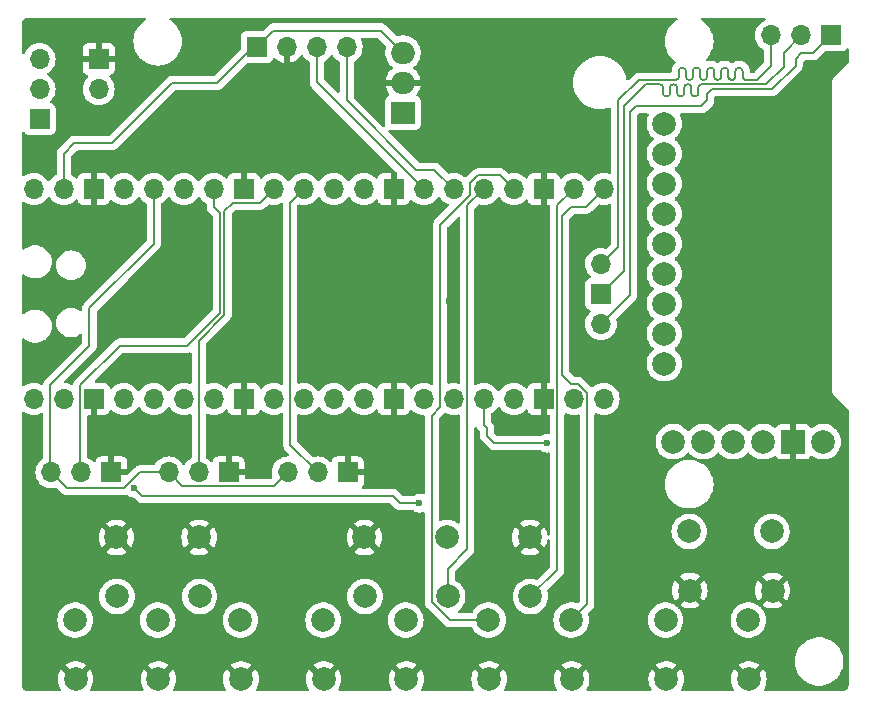
<source format=gbl>
G04 #@! TF.GenerationSoftware,KiCad,Pcbnew,8.0.6*
G04 #@! TF.CreationDate,2024-12-01T22:21:48+01:00*
G04 #@! TF.ProjectId,pico_piano,7069636f-5f70-4696-916e-6f2e6b696361,rev?*
G04 #@! TF.SameCoordinates,Original*
G04 #@! TF.FileFunction,Copper,L2,Bot*
G04 #@! TF.FilePolarity,Positive*
%FSLAX46Y46*%
G04 Gerber Fmt 4.6, Leading zero omitted, Abs format (unit mm)*
G04 Created by KiCad (PCBNEW 8.0.6) date 2024-12-01 22:21:48*
%MOMM*%
%LPD*%
G01*
G04 APERTURE LIST*
G04 #@! TA.AperFunction,ComponentPad*
%ADD10C,2.000000*%
G04 #@! TD*
G04 #@! TA.AperFunction,ComponentPad*
%ADD11R,1.700000X1.700000*%
G04 #@! TD*
G04 #@! TA.AperFunction,ComponentPad*
%ADD12O,1.700000X1.700000*%
G04 #@! TD*
G04 #@! TA.AperFunction,ComponentPad*
%ADD13R,2.000000X2.000000*%
G04 #@! TD*
G04 #@! TA.AperFunction,ComponentPad*
%ADD14R,2.000000X1.905000*%
G04 #@! TD*
G04 #@! TA.AperFunction,ComponentPad*
%ADD15O,2.000000X1.905000*%
G04 #@! TD*
G04 #@! TA.AperFunction,ViaPad*
%ADD16C,0.600000*%
G04 #@! TD*
G04 #@! TA.AperFunction,Conductor*
%ADD17C,0.200000*%
G04 #@! TD*
G04 APERTURE END LIST*
D10*
X167000000Y-64000000D03*
X167050000Y-69000000D03*
X139500000Y-64500000D03*
X139550000Y-69500000D03*
X118500000Y-64500000D03*
X118550000Y-69500000D03*
X115000000Y-71500000D03*
X115050000Y-76500000D03*
X108000000Y-71500000D03*
X108050000Y-76500000D03*
D11*
X172000000Y-22000000D03*
D12*
X169460000Y-22000000D03*
X166920000Y-22000000D03*
D10*
X111500000Y-64500000D03*
X111550000Y-69500000D03*
X122000000Y-71500000D03*
X122050000Y-76500000D03*
X165000000Y-71500000D03*
X165050000Y-76500000D03*
X158650000Y-56394000D03*
X161190000Y-56394000D03*
X163730000Y-56394000D03*
X166270000Y-56394000D03*
D13*
X168810000Y-56394000D03*
D10*
X171350000Y-56394000D03*
X157888000Y-49790000D03*
X157888000Y-47250000D03*
X157888000Y-44710000D03*
X157888000Y-42170000D03*
X157888000Y-39630000D03*
X157888000Y-37090000D03*
X157888000Y-34550000D03*
X157888000Y-32010000D03*
X157888000Y-29470000D03*
X143000000Y-71500000D03*
X143050000Y-76500000D03*
X160000000Y-64000000D03*
X160050000Y-69000000D03*
D11*
X105000000Y-29080000D03*
D12*
X105000000Y-26540000D03*
X105000000Y-24000000D03*
D11*
X121000000Y-59000000D03*
D12*
X118460000Y-59000000D03*
X115920000Y-59000000D03*
D10*
X150000000Y-71500000D03*
X150050000Y-76500000D03*
X146500000Y-64500000D03*
X146550000Y-69500000D03*
D11*
X131079999Y-59000000D03*
D12*
X128539999Y-59000000D03*
X125999999Y-59000000D03*
D10*
X129000000Y-71500000D03*
X129050000Y-76500000D03*
D12*
X104500000Y-52780000D03*
X107040000Y-52780000D03*
D11*
X109580000Y-52780000D03*
D12*
X112120000Y-52780000D03*
X114660000Y-52780000D03*
X117200000Y-52780000D03*
X119740000Y-52780000D03*
D11*
X122280000Y-52780000D03*
D12*
X124820000Y-52780000D03*
X127360000Y-52780000D03*
X129900000Y-52780000D03*
X132440000Y-52780000D03*
D11*
X134980000Y-52780000D03*
D12*
X137520000Y-52780000D03*
X140060000Y-52780000D03*
X142600000Y-52780000D03*
X145140000Y-52780000D03*
D11*
X147680000Y-52780000D03*
D12*
X150220000Y-52780000D03*
X152760000Y-52780000D03*
X152760000Y-35000000D03*
X150220000Y-35000000D03*
D11*
X147680000Y-35000000D03*
D12*
X145140000Y-35000000D03*
X142600000Y-35000000D03*
X140060000Y-35000000D03*
X137520000Y-35000000D03*
D11*
X134980000Y-35000000D03*
D12*
X132440000Y-35000000D03*
X129900000Y-35000000D03*
X127360000Y-35000000D03*
X124820000Y-35000000D03*
D11*
X122280000Y-35000000D03*
D12*
X119740000Y-35000000D03*
X117200000Y-35000000D03*
X114660000Y-35000000D03*
X112120000Y-35000000D03*
D11*
X109580000Y-35000000D03*
D12*
X107040000Y-35000000D03*
X104500000Y-35000000D03*
X152530000Y-46430000D03*
D11*
X152530000Y-43890000D03*
D12*
X152530000Y-41350000D03*
D10*
X132500000Y-64500000D03*
X132550000Y-69500000D03*
D11*
X123380000Y-23000000D03*
D12*
X125920000Y-23000000D03*
X128460000Y-23000000D03*
X131000000Y-23000000D03*
D10*
X158000000Y-71500000D03*
X158050000Y-76500000D03*
X136000000Y-71500000D03*
X136050000Y-76500000D03*
D11*
X111079999Y-59000000D03*
D12*
X108539999Y-59000000D03*
X105999999Y-59000000D03*
D14*
X135770000Y-28540000D03*
D15*
X135770000Y-26000000D03*
X135770000Y-23460000D03*
D11*
X110000000Y-24000000D03*
D12*
X110000000Y-26540000D03*
D16*
X116840000Y-41910000D03*
X163000000Y-22000000D03*
X139700000Y-59690000D03*
X105410000Y-63500000D03*
X139700000Y-44450000D03*
X114300000Y-49530000D03*
X161290000Y-54610000D03*
X127000000Y-66040000D03*
X104140000Y-76200000D03*
X129540000Y-25400000D03*
X147955000Y-56515000D03*
X137160000Y-61595000D03*
X113030000Y-60325000D03*
D17*
X118460000Y-59000000D02*
X118460000Y-47840686D01*
X118460000Y-47840686D02*
X120650000Y-45650686D01*
X120650000Y-45650686D02*
X120650000Y-36850000D01*
X120650000Y-36850000D02*
X121340000Y-36160000D01*
X121340000Y-36160000D02*
X123660000Y-36160000D01*
X123660000Y-36160000D02*
X124820000Y-35000000D01*
X108539999Y-59000000D02*
X108430000Y-58890001D01*
X108430000Y-58890001D02*
X108430000Y-51630000D01*
X120235001Y-45500000D02*
X120250000Y-45485001D01*
X108430000Y-51630000D02*
X111800000Y-48260000D01*
X118060000Y-47675000D02*
X120235001Y-45500000D01*
X120250000Y-37010000D02*
X119740000Y-36500000D01*
X111800000Y-48260000D02*
X117475001Y-48260000D01*
X117475001Y-48260000D02*
X118060000Y-47675001D01*
X118060000Y-47675001D02*
X118060000Y-47675000D01*
X120250000Y-45485001D02*
X120250000Y-37010000D01*
X119740000Y-36500000D02*
X119740000Y-35000000D01*
X142875000Y-55880000D02*
X142875000Y-55245000D01*
X147955000Y-56515000D02*
X143510000Y-56515000D01*
X142875000Y-55245000D02*
X142600000Y-54970000D01*
X143510000Y-56515000D02*
X142875000Y-55880000D01*
X142600000Y-54970000D02*
X142600000Y-52780000D01*
X169000000Y-24550000D02*
X169000000Y-24000000D01*
X161950000Y-26550000D02*
X167000000Y-26550000D01*
X170500000Y-23500000D02*
X172000000Y-22000000D01*
X167000000Y-26550000D02*
X169000000Y-24550000D01*
X155500000Y-28000000D02*
X161000000Y-28000000D01*
X169000000Y-24000000D02*
X169500000Y-23500000D01*
X154980000Y-28520000D02*
X155500000Y-28000000D01*
X169500000Y-23500000D02*
X170500000Y-23500000D01*
X161500000Y-27500000D02*
X161500000Y-27000000D01*
X152530000Y-46430000D02*
X154980000Y-43980000D01*
X161500000Y-27000000D02*
X161950000Y-26550000D01*
X154980000Y-43980000D02*
X154980000Y-28520000D01*
X161000000Y-28000000D02*
X161500000Y-27500000D01*
X163675235Y-25750000D02*
X163555235Y-25750000D01*
X154000000Y-39880000D02*
X152530000Y-41350000D01*
X160075235Y-25750000D02*
X159955235Y-25750000D01*
X158875235Y-25750000D02*
X158755235Y-25750000D01*
X159115235Y-24990000D02*
X159115235Y-25510000D01*
X155750000Y-25750000D02*
X154000000Y-27500000D01*
X161875235Y-24750000D02*
X161755235Y-24750000D01*
X158755235Y-25750000D02*
X158398734Y-25750000D01*
X166920000Y-24580000D02*
X165750000Y-25750000D01*
X160915235Y-25510000D02*
X160915235Y-24990000D01*
X164275235Y-24750000D02*
X164155235Y-24750000D01*
X159475235Y-24750000D02*
X159355235Y-24750000D01*
X160315235Y-24990000D02*
X160315235Y-25510000D01*
X160675235Y-24750000D02*
X160555235Y-24750000D01*
X166920000Y-22000000D02*
X166920000Y-24580000D01*
X165750000Y-25750000D02*
X164755235Y-25750000D01*
X161515235Y-24990000D02*
X161515235Y-25510000D01*
X154000000Y-27500000D02*
X154000000Y-39880000D01*
X162715235Y-24990000D02*
X162715235Y-25510000D01*
X161275235Y-25750000D02*
X161155235Y-25750000D01*
X163075235Y-24750000D02*
X162955235Y-24750000D01*
X162115235Y-25510000D02*
X162115235Y-24990000D01*
X162475235Y-25750000D02*
X162355235Y-25750000D01*
X158398734Y-25750000D02*
X155750000Y-25750000D01*
X164515235Y-25510000D02*
X164515235Y-24990000D01*
X163315235Y-25510000D02*
X163315235Y-24990000D01*
X163915235Y-24990000D02*
X163915235Y-25510000D01*
X159715235Y-25510000D02*
X159715235Y-24990000D01*
X161515235Y-25510000D02*
G75*
G02*
X161275235Y-25750035I-240035J0D01*
G01*
X160315235Y-25510000D02*
G75*
G02*
X160075235Y-25750035I-240035J0D01*
G01*
X161155235Y-25750000D02*
G75*
G02*
X160915200Y-25510000I-35J240000D01*
G01*
X159955235Y-25750000D02*
G75*
G02*
X159715200Y-25510000I-35J240000D01*
G01*
X163315235Y-24990000D02*
G75*
G03*
X163075235Y-24749965I-240035J0D01*
G01*
X164155235Y-24750000D02*
G75*
G03*
X163915200Y-24990000I-35J-240000D01*
G01*
X164755235Y-25750000D02*
G75*
G02*
X164515200Y-25510000I-35J240000D01*
G01*
X159355235Y-24750000D02*
G75*
G03*
X159115200Y-24990000I-35J-240000D01*
G01*
X159715235Y-24990000D02*
G75*
G03*
X159475235Y-24749965I-240035J0D01*
G01*
X159115235Y-25510000D02*
G75*
G02*
X158875235Y-25750035I-240035J0D01*
G01*
X164515235Y-24990000D02*
G75*
G03*
X164275235Y-24749965I-240035J0D01*
G01*
X163915235Y-25510000D02*
G75*
G02*
X163675235Y-25750035I-240035J0D01*
G01*
X162955235Y-24750000D02*
G75*
G03*
X162715200Y-24990000I-35J-240000D01*
G01*
X160555235Y-24750000D02*
G75*
G03*
X160315200Y-24990000I-35J-240000D01*
G01*
X163555235Y-25750000D02*
G75*
G02*
X163315200Y-25510000I-35J240000D01*
G01*
X162715235Y-25510000D02*
G75*
G02*
X162475235Y-25750035I-240035J0D01*
G01*
X160915235Y-24990000D02*
G75*
G03*
X160675235Y-24749965I-240035J0D01*
G01*
X162355235Y-25750000D02*
G75*
G02*
X162115200Y-25510000I-35J240000D01*
G01*
X161755235Y-24750000D02*
G75*
G03*
X161515200Y-24990000I-35J-240000D01*
G01*
X162115235Y-24990000D02*
G75*
G03*
X161875235Y-24749965I-240035J0D01*
G01*
X161017113Y-26150000D02*
X161137113Y-26150000D01*
X168000000Y-24650000D02*
X168000000Y-23460000D01*
X159817113Y-26150000D02*
X159937113Y-26150000D01*
X158617113Y-26150000D02*
X158737113Y-26150000D01*
X157777113Y-26390000D02*
X157777113Y-26910000D01*
X166500000Y-26150000D02*
X168000000Y-24650000D01*
X158977113Y-26390000D02*
X158977113Y-26910000D01*
X152530000Y-43890000D02*
X154500000Y-41920000D01*
X168000000Y-23460000D02*
X169460000Y-22000000D01*
X160417113Y-27150000D02*
X160537113Y-27150000D01*
X161167500Y-26150000D02*
X166500000Y-26150000D01*
X156350000Y-26150000D02*
X157537113Y-26150000D01*
X161137113Y-26150000D02*
X161167500Y-26150000D01*
X158377113Y-26910000D02*
X158377113Y-26390000D01*
X160177113Y-26390000D02*
X160177113Y-26910000D01*
X159577113Y-26910000D02*
X159577113Y-26390000D01*
X154500000Y-41920000D02*
X154500000Y-28000000D01*
X154500000Y-28000000D02*
X156350000Y-26150000D01*
X159217113Y-27150000D02*
X159337113Y-27150000D01*
X158017113Y-27150000D02*
X158137113Y-27150000D01*
X160777113Y-26910000D02*
X160777113Y-26390000D01*
X159337113Y-27150000D02*
G75*
G03*
X159577100Y-26910000I-13J240000D01*
G01*
X159577113Y-26390000D02*
G75*
G02*
X159817113Y-26150013I239987J0D01*
G01*
X158977113Y-26910000D02*
G75*
G03*
X159217113Y-27149987I239987J0D01*
G01*
X157777113Y-26910000D02*
G75*
G03*
X158017113Y-27149987I239987J0D01*
G01*
X158137113Y-27150000D02*
G75*
G03*
X158377100Y-26910000I-13J240000D01*
G01*
X160177113Y-26910000D02*
G75*
G03*
X160417113Y-27149987I239987J0D01*
G01*
X160537113Y-27150000D02*
G75*
G03*
X160777100Y-26910000I-13J240000D01*
G01*
X157537113Y-26150000D02*
G75*
G02*
X157777100Y-26390000I-13J-240000D01*
G01*
X158737113Y-26150000D02*
G75*
G02*
X158977100Y-26390000I-13J-240000D01*
G01*
X159937113Y-26150000D02*
G75*
G02*
X160177100Y-26390000I-13J-240000D01*
G01*
X158377113Y-26390000D02*
G75*
G02*
X158617113Y-26150013I239987J0D01*
G01*
X160777113Y-26390000D02*
G75*
G02*
X161017113Y-26150013I239987J0D01*
G01*
X143990000Y-33850000D02*
X145140000Y-35000000D01*
X141450000Y-34523654D02*
X142123654Y-33850000D01*
X141450000Y-35476346D02*
X141450000Y-34523654D01*
X138910000Y-38016346D02*
X141450000Y-35476346D01*
X138200000Y-54205000D02*
X138910000Y-53495000D01*
X142123654Y-33850000D02*
X143990000Y-33850000D01*
X138910000Y-53495000D02*
X138910000Y-38016346D01*
X143000000Y-71500000D02*
X139711522Y-71500000D01*
X138200000Y-69988478D02*
X138200000Y-54205000D01*
X139711522Y-71500000D02*
X138200000Y-69988478D01*
X148830000Y-36390000D02*
X150220000Y-35000000D01*
X148830000Y-67220000D02*
X148830000Y-36390000D01*
X146550000Y-69500000D02*
X148830000Y-67220000D01*
X149230000Y-50730000D02*
X150000000Y-51500000D01*
X151370000Y-52303654D02*
X151370000Y-70130000D01*
X151370000Y-70130000D02*
X150000000Y-71500000D01*
X150566346Y-51500000D02*
X151370000Y-52303654D01*
X149230000Y-37270000D02*
X149230000Y-50730000D01*
X151260000Y-36500000D02*
X150000000Y-36500000D01*
X150000000Y-51500000D02*
X150566346Y-51500000D01*
X152760000Y-35000000D02*
X151260000Y-36500000D01*
X150000000Y-36500000D02*
X149230000Y-37270000D01*
X139550000Y-67160000D02*
X141210000Y-65500000D01*
X141210000Y-36390000D02*
X142600000Y-35000000D01*
X141210000Y-65500000D02*
X141210000Y-36390000D01*
X139550000Y-69500000D02*
X139550000Y-67160000D01*
X107950000Y-31115000D02*
X107040000Y-32025000D01*
X120015000Y-26035000D02*
X116205000Y-26035000D01*
X133900000Y-21590000D02*
X124790000Y-21590000D01*
X107040000Y-32025000D02*
X107040000Y-35000000D01*
X135770000Y-23460000D02*
X133900000Y-21590000D01*
X123380000Y-23000000D02*
X123050000Y-23000000D01*
X111125000Y-31115000D02*
X107950000Y-31115000D01*
X123050000Y-23000000D02*
X120015000Y-26035000D01*
X124790000Y-21590000D02*
X123380000Y-23000000D01*
X116205000Y-26035000D02*
X111125000Y-31115000D01*
X135500000Y-61595000D02*
X137160000Y-61595000D01*
X134905000Y-61000000D02*
X135500000Y-61595000D01*
X113030000Y-60325000D02*
X113705000Y-61000000D01*
X113705000Y-61000000D02*
X134905000Y-61000000D01*
X126210000Y-36150000D02*
X127360000Y-35000000D01*
X128539999Y-59000000D02*
X126210000Y-56670001D01*
X126210000Y-56670001D02*
X126210000Y-36150000D01*
X107324999Y-60325000D02*
X112181471Y-60325000D01*
X112181471Y-60325000D02*
X113506471Y-59000000D01*
X105999999Y-59000000D02*
X105890000Y-58890001D01*
X114660000Y-39645000D02*
X114660000Y-35000000D01*
X109220000Y-45085000D02*
X114660000Y-39645000D01*
X105890000Y-58890001D02*
X105890000Y-51590000D01*
X113506471Y-59000000D02*
X115920000Y-59000000D01*
X109220000Y-48260000D02*
X109220000Y-45085000D01*
X105890000Y-51590000D02*
X109220000Y-48260000D01*
X124849999Y-60150000D02*
X125999999Y-59000000D01*
X115920000Y-59000000D02*
X117070000Y-60150000D01*
X105999999Y-59000000D02*
X107324999Y-60325000D01*
X117070000Y-60150000D02*
X124849999Y-60150000D01*
X128460000Y-25940000D02*
X137520000Y-35000000D01*
X128460000Y-23000000D02*
X128460000Y-25940000D01*
X138430000Y-33370000D02*
X136875000Y-33370000D01*
X140060000Y-35000000D02*
X138430000Y-33370000D01*
X136875000Y-33370000D02*
X131000000Y-27495000D01*
X131000000Y-27495000D02*
X131000000Y-23000000D01*
G04 #@! TA.AperFunction,Conductor*
G36*
X173463182Y-23102421D02*
G01*
X173496666Y-23163745D01*
X173499500Y-23190102D01*
X173499500Y-24241324D01*
X173479815Y-24308363D01*
X173463181Y-24329005D01*
X172199502Y-25592683D01*
X172199500Y-25592686D01*
X172133608Y-25706812D01*
X172099500Y-25834108D01*
X172099500Y-52165891D01*
X172133608Y-52293187D01*
X172146973Y-52316335D01*
X172199500Y-52407314D01*
X172199502Y-52407316D01*
X173463181Y-53670995D01*
X173496666Y-53732318D01*
X173499500Y-53758676D01*
X173499500Y-76993038D01*
X173498720Y-77006923D01*
X173488540Y-77097264D01*
X173482362Y-77124333D01*
X173454648Y-77203537D01*
X173442600Y-77228555D01*
X173397957Y-77299604D01*
X173380644Y-77321313D01*
X173321313Y-77380644D01*
X173299604Y-77397957D01*
X173228555Y-77442600D01*
X173203537Y-77454648D01*
X173124333Y-77482362D01*
X173097264Y-77488540D01*
X173017075Y-77497576D01*
X173006921Y-77498720D01*
X172993038Y-77499500D01*
X166417885Y-77499500D01*
X166350846Y-77479815D01*
X166305091Y-77427011D01*
X166295147Y-77357853D01*
X166314076Y-77307679D01*
X166373732Y-77216367D01*
X166473587Y-76988717D01*
X166534612Y-76747738D01*
X166534614Y-76747729D01*
X166555141Y-76500005D01*
X166555141Y-76499994D01*
X166534614Y-76252270D01*
X166534612Y-76252261D01*
X166473587Y-76011282D01*
X166373731Y-75783630D01*
X166273434Y-75630116D01*
X165573786Y-76329763D01*
X165562518Y-76287708D01*
X165490110Y-76162292D01*
X165387708Y-76059890D01*
X165262292Y-75987482D01*
X165220235Y-75976212D01*
X165920057Y-75276390D01*
X165920056Y-75276389D01*
X165873229Y-75239943D01*
X165654614Y-75121635D01*
X165654603Y-75121630D01*
X165419493Y-75040916D01*
X165174293Y-75000000D01*
X168944709Y-75000000D01*
X168963851Y-75279862D01*
X168963852Y-75279864D01*
X169020921Y-75554499D01*
X169020926Y-75554516D01*
X169114863Y-75818828D01*
X169114864Y-75818830D01*
X169243919Y-76067896D01*
X169405688Y-76297069D01*
X169405692Y-76297073D01*
X169405692Y-76297074D01*
X169595206Y-76499994D01*
X169597155Y-76502081D01*
X169814754Y-76679111D01*
X169814756Y-76679112D01*
X169814757Y-76679113D01*
X170054433Y-76824863D01*
X170263257Y-76915567D01*
X170311725Y-76936620D01*
X170581839Y-77012303D01*
X170826159Y-77045884D01*
X170859741Y-77050500D01*
X170859742Y-77050500D01*
X171140259Y-77050500D01*
X171170219Y-77046381D01*
X171418161Y-77012303D01*
X171688275Y-76936620D01*
X171945568Y-76824862D01*
X172185246Y-76679111D01*
X172402845Y-76502081D01*
X172594312Y-76297069D01*
X172756081Y-76067896D01*
X172885136Y-75818830D01*
X172979075Y-75554511D01*
X172979076Y-75554504D01*
X172979078Y-75554499D01*
X173010845Y-75401626D01*
X173036148Y-75279862D01*
X173055291Y-75000000D01*
X173036148Y-74720138D01*
X173010845Y-74598374D01*
X172979078Y-74445500D01*
X172979073Y-74445483D01*
X172953576Y-74373742D01*
X172885136Y-74181170D01*
X172756081Y-73932104D01*
X172594312Y-73702931D01*
X172594307Y-73702925D01*
X172402845Y-73497919D01*
X172185242Y-73320886D01*
X171945566Y-73175136D01*
X171688276Y-73063380D01*
X171418166Y-72987698D01*
X171418162Y-72987697D01*
X171418161Y-72987697D01*
X171213530Y-72959571D01*
X171140259Y-72949500D01*
X171140258Y-72949500D01*
X170859742Y-72949500D01*
X170859741Y-72949500D01*
X170581839Y-72987697D01*
X170581833Y-72987698D01*
X170311723Y-73063380D01*
X170054433Y-73175136D01*
X169814757Y-73320886D01*
X169597154Y-73497919D01*
X169405692Y-73702925D01*
X169405692Y-73702926D01*
X169243919Y-73932103D01*
X169114863Y-74181171D01*
X169020926Y-74445483D01*
X169020921Y-74445500D01*
X168963852Y-74720135D01*
X168963851Y-74720137D01*
X168944709Y-75000000D01*
X165174293Y-75000000D01*
X164925707Y-75000000D01*
X164680506Y-75040916D01*
X164445396Y-75121630D01*
X164445390Y-75121632D01*
X164226761Y-75239949D01*
X164179942Y-75276388D01*
X164179942Y-75276390D01*
X164879765Y-75976212D01*
X164837708Y-75987482D01*
X164712292Y-76059890D01*
X164609890Y-76162292D01*
X164537482Y-76287708D01*
X164526212Y-76329765D01*
X163826564Y-75630116D01*
X163726267Y-75783632D01*
X163626412Y-76011282D01*
X163565387Y-76252261D01*
X163565385Y-76252270D01*
X163544859Y-76499994D01*
X163544859Y-76500005D01*
X163565385Y-76747729D01*
X163565387Y-76747738D01*
X163626412Y-76988717D01*
X163726267Y-77216367D01*
X163785924Y-77307679D01*
X163806111Y-77374568D01*
X163786931Y-77441754D01*
X163734473Y-77487904D01*
X163682115Y-77499500D01*
X159417885Y-77499500D01*
X159350846Y-77479815D01*
X159305091Y-77427011D01*
X159295147Y-77357853D01*
X159314076Y-77307679D01*
X159373732Y-77216367D01*
X159473587Y-76988717D01*
X159534612Y-76747738D01*
X159534614Y-76747729D01*
X159555141Y-76500005D01*
X159555141Y-76499994D01*
X159534614Y-76252270D01*
X159534612Y-76252261D01*
X159473587Y-76011282D01*
X159373731Y-75783630D01*
X159273434Y-75630116D01*
X158573786Y-76329763D01*
X158562518Y-76287708D01*
X158490110Y-76162292D01*
X158387708Y-76059890D01*
X158262292Y-75987482D01*
X158220235Y-75976212D01*
X158920057Y-75276390D01*
X158920056Y-75276389D01*
X158873229Y-75239943D01*
X158654614Y-75121635D01*
X158654603Y-75121630D01*
X158419493Y-75040916D01*
X158174293Y-75000000D01*
X157925707Y-75000000D01*
X157680506Y-75040916D01*
X157445396Y-75121630D01*
X157445390Y-75121632D01*
X157226761Y-75239949D01*
X157179942Y-75276388D01*
X157179942Y-75276390D01*
X157879765Y-75976212D01*
X157837708Y-75987482D01*
X157712292Y-76059890D01*
X157609890Y-76162292D01*
X157537482Y-76287708D01*
X157526212Y-76329765D01*
X156826564Y-75630116D01*
X156726267Y-75783632D01*
X156626412Y-76011282D01*
X156565387Y-76252261D01*
X156565385Y-76252270D01*
X156544859Y-76499994D01*
X156544859Y-76500005D01*
X156565385Y-76747729D01*
X156565387Y-76747738D01*
X156626412Y-76988717D01*
X156726267Y-77216367D01*
X156785924Y-77307679D01*
X156806111Y-77374568D01*
X156786931Y-77441754D01*
X156734473Y-77487904D01*
X156682115Y-77499500D01*
X151417885Y-77499500D01*
X151350846Y-77479815D01*
X151305091Y-77427011D01*
X151295147Y-77357853D01*
X151314076Y-77307679D01*
X151373732Y-77216367D01*
X151473587Y-76988717D01*
X151534612Y-76747738D01*
X151534614Y-76747729D01*
X151555141Y-76500005D01*
X151555141Y-76499994D01*
X151534614Y-76252270D01*
X151534612Y-76252261D01*
X151473587Y-76011282D01*
X151373731Y-75783630D01*
X151273434Y-75630116D01*
X150573786Y-76329763D01*
X150562518Y-76287708D01*
X150490110Y-76162292D01*
X150387708Y-76059890D01*
X150262292Y-75987482D01*
X150220235Y-75976212D01*
X150920057Y-75276390D01*
X150920056Y-75276389D01*
X150873229Y-75239943D01*
X150654614Y-75121635D01*
X150654603Y-75121630D01*
X150419493Y-75040916D01*
X150174293Y-75000000D01*
X149925707Y-75000000D01*
X149680506Y-75040916D01*
X149445396Y-75121630D01*
X149445390Y-75121632D01*
X149226761Y-75239949D01*
X149179942Y-75276388D01*
X149179942Y-75276390D01*
X149879765Y-75976212D01*
X149837708Y-75987482D01*
X149712292Y-76059890D01*
X149609890Y-76162292D01*
X149537482Y-76287708D01*
X149526212Y-76329765D01*
X148826564Y-75630116D01*
X148726267Y-75783632D01*
X148626412Y-76011282D01*
X148565387Y-76252261D01*
X148565385Y-76252270D01*
X148544859Y-76499994D01*
X148544859Y-76500005D01*
X148565385Y-76747729D01*
X148565387Y-76747738D01*
X148626412Y-76988717D01*
X148726267Y-77216367D01*
X148785924Y-77307679D01*
X148806111Y-77374568D01*
X148786931Y-77441754D01*
X148734473Y-77487904D01*
X148682115Y-77499500D01*
X144417885Y-77499500D01*
X144350846Y-77479815D01*
X144305091Y-77427011D01*
X144295147Y-77357853D01*
X144314076Y-77307679D01*
X144373732Y-77216367D01*
X144473587Y-76988717D01*
X144534612Y-76747738D01*
X144534614Y-76747729D01*
X144555141Y-76500005D01*
X144555141Y-76499994D01*
X144534614Y-76252270D01*
X144534612Y-76252261D01*
X144473587Y-76011282D01*
X144373731Y-75783630D01*
X144273434Y-75630116D01*
X143573786Y-76329763D01*
X143562518Y-76287708D01*
X143490110Y-76162292D01*
X143387708Y-76059890D01*
X143262292Y-75987482D01*
X143220235Y-75976212D01*
X143920057Y-75276390D01*
X143920056Y-75276389D01*
X143873229Y-75239943D01*
X143654614Y-75121635D01*
X143654603Y-75121630D01*
X143419493Y-75040916D01*
X143174293Y-75000000D01*
X142925707Y-75000000D01*
X142680506Y-75040916D01*
X142445396Y-75121630D01*
X142445390Y-75121632D01*
X142226761Y-75239949D01*
X142179942Y-75276388D01*
X142179942Y-75276390D01*
X142879765Y-75976212D01*
X142837708Y-75987482D01*
X142712292Y-76059890D01*
X142609890Y-76162292D01*
X142537482Y-76287708D01*
X142526212Y-76329765D01*
X141826564Y-75630116D01*
X141726267Y-75783632D01*
X141626412Y-76011282D01*
X141565387Y-76252261D01*
X141565385Y-76252270D01*
X141544859Y-76499994D01*
X141544859Y-76500005D01*
X141565385Y-76747729D01*
X141565387Y-76747738D01*
X141626412Y-76988717D01*
X141726267Y-77216367D01*
X141785924Y-77307679D01*
X141806111Y-77374568D01*
X141786931Y-77441754D01*
X141734473Y-77487904D01*
X141682115Y-77499500D01*
X137417885Y-77499500D01*
X137350846Y-77479815D01*
X137305091Y-77427011D01*
X137295147Y-77357853D01*
X137314076Y-77307679D01*
X137373732Y-77216367D01*
X137473587Y-76988717D01*
X137534612Y-76747738D01*
X137534614Y-76747729D01*
X137555141Y-76500005D01*
X137555141Y-76499994D01*
X137534614Y-76252270D01*
X137534612Y-76252261D01*
X137473587Y-76011282D01*
X137373731Y-75783630D01*
X137273434Y-75630116D01*
X136573786Y-76329763D01*
X136562518Y-76287708D01*
X136490110Y-76162292D01*
X136387708Y-76059890D01*
X136262292Y-75987482D01*
X136220235Y-75976212D01*
X136920057Y-75276390D01*
X136920056Y-75276389D01*
X136873229Y-75239943D01*
X136654614Y-75121635D01*
X136654603Y-75121630D01*
X136419493Y-75040916D01*
X136174293Y-75000000D01*
X135925707Y-75000000D01*
X135680506Y-75040916D01*
X135445396Y-75121630D01*
X135445390Y-75121632D01*
X135226761Y-75239949D01*
X135179942Y-75276388D01*
X135179942Y-75276390D01*
X135879765Y-75976212D01*
X135837708Y-75987482D01*
X135712292Y-76059890D01*
X135609890Y-76162292D01*
X135537482Y-76287708D01*
X135526212Y-76329765D01*
X134826564Y-75630116D01*
X134726267Y-75783632D01*
X134626412Y-76011282D01*
X134565387Y-76252261D01*
X134565385Y-76252270D01*
X134544859Y-76499994D01*
X134544859Y-76500005D01*
X134565385Y-76747729D01*
X134565387Y-76747738D01*
X134626412Y-76988717D01*
X134726267Y-77216367D01*
X134785924Y-77307679D01*
X134806111Y-77374568D01*
X134786931Y-77441754D01*
X134734473Y-77487904D01*
X134682115Y-77499500D01*
X130417885Y-77499500D01*
X130350846Y-77479815D01*
X130305091Y-77427011D01*
X130295147Y-77357853D01*
X130314076Y-77307679D01*
X130373732Y-77216367D01*
X130473587Y-76988717D01*
X130534612Y-76747738D01*
X130534614Y-76747729D01*
X130555141Y-76500005D01*
X130555141Y-76499994D01*
X130534614Y-76252270D01*
X130534612Y-76252261D01*
X130473587Y-76011282D01*
X130373731Y-75783630D01*
X130273434Y-75630116D01*
X129573786Y-76329763D01*
X129562518Y-76287708D01*
X129490110Y-76162292D01*
X129387708Y-76059890D01*
X129262292Y-75987482D01*
X129220235Y-75976212D01*
X129920057Y-75276390D01*
X129920056Y-75276389D01*
X129873229Y-75239943D01*
X129654614Y-75121635D01*
X129654603Y-75121630D01*
X129419493Y-75040916D01*
X129174293Y-75000000D01*
X128925707Y-75000000D01*
X128680506Y-75040916D01*
X128445396Y-75121630D01*
X128445390Y-75121632D01*
X128226761Y-75239949D01*
X128179942Y-75276388D01*
X128179942Y-75276390D01*
X128879765Y-75976212D01*
X128837708Y-75987482D01*
X128712292Y-76059890D01*
X128609890Y-76162292D01*
X128537482Y-76287708D01*
X128526212Y-76329765D01*
X127826564Y-75630116D01*
X127726267Y-75783632D01*
X127626412Y-76011282D01*
X127565387Y-76252261D01*
X127565385Y-76252270D01*
X127544859Y-76499994D01*
X127544859Y-76500005D01*
X127565385Y-76747729D01*
X127565387Y-76747738D01*
X127626412Y-76988717D01*
X127726267Y-77216367D01*
X127785924Y-77307679D01*
X127806111Y-77374568D01*
X127786931Y-77441754D01*
X127734473Y-77487904D01*
X127682115Y-77499500D01*
X123417885Y-77499500D01*
X123350846Y-77479815D01*
X123305091Y-77427011D01*
X123295147Y-77357853D01*
X123314076Y-77307679D01*
X123373732Y-77216367D01*
X123473587Y-76988717D01*
X123534612Y-76747738D01*
X123534614Y-76747729D01*
X123555141Y-76500005D01*
X123555141Y-76499994D01*
X123534614Y-76252270D01*
X123534612Y-76252261D01*
X123473587Y-76011282D01*
X123373731Y-75783630D01*
X123273434Y-75630116D01*
X122573786Y-76329763D01*
X122562518Y-76287708D01*
X122490110Y-76162292D01*
X122387708Y-76059890D01*
X122262292Y-75987482D01*
X122220235Y-75976212D01*
X122920057Y-75276390D01*
X122920056Y-75276389D01*
X122873229Y-75239943D01*
X122654614Y-75121635D01*
X122654603Y-75121630D01*
X122419493Y-75040916D01*
X122174293Y-75000000D01*
X121925707Y-75000000D01*
X121680506Y-75040916D01*
X121445396Y-75121630D01*
X121445390Y-75121632D01*
X121226761Y-75239949D01*
X121179942Y-75276388D01*
X121179942Y-75276390D01*
X121879765Y-75976212D01*
X121837708Y-75987482D01*
X121712292Y-76059890D01*
X121609890Y-76162292D01*
X121537482Y-76287708D01*
X121526212Y-76329765D01*
X120826564Y-75630116D01*
X120726267Y-75783632D01*
X120626412Y-76011282D01*
X120565387Y-76252261D01*
X120565385Y-76252270D01*
X120544859Y-76499994D01*
X120544859Y-76500005D01*
X120565385Y-76747729D01*
X120565387Y-76747738D01*
X120626412Y-76988717D01*
X120726267Y-77216367D01*
X120785924Y-77307679D01*
X120806111Y-77374568D01*
X120786931Y-77441754D01*
X120734473Y-77487904D01*
X120682115Y-77499500D01*
X116417885Y-77499500D01*
X116350846Y-77479815D01*
X116305091Y-77427011D01*
X116295147Y-77357853D01*
X116314076Y-77307679D01*
X116373732Y-77216367D01*
X116473587Y-76988717D01*
X116534612Y-76747738D01*
X116534614Y-76747729D01*
X116555141Y-76500005D01*
X116555141Y-76499994D01*
X116534614Y-76252270D01*
X116534612Y-76252261D01*
X116473587Y-76011282D01*
X116373731Y-75783630D01*
X116273434Y-75630116D01*
X115573786Y-76329763D01*
X115562518Y-76287708D01*
X115490110Y-76162292D01*
X115387708Y-76059890D01*
X115262292Y-75987482D01*
X115220235Y-75976212D01*
X115920057Y-75276390D01*
X115920056Y-75276389D01*
X115873229Y-75239943D01*
X115654614Y-75121635D01*
X115654603Y-75121630D01*
X115419493Y-75040916D01*
X115174293Y-75000000D01*
X114925707Y-75000000D01*
X114680506Y-75040916D01*
X114445396Y-75121630D01*
X114445390Y-75121632D01*
X114226761Y-75239949D01*
X114179942Y-75276388D01*
X114179942Y-75276390D01*
X114879765Y-75976212D01*
X114837708Y-75987482D01*
X114712292Y-76059890D01*
X114609890Y-76162292D01*
X114537482Y-76287708D01*
X114526212Y-76329765D01*
X113826564Y-75630116D01*
X113726267Y-75783632D01*
X113626412Y-76011282D01*
X113565387Y-76252261D01*
X113565385Y-76252270D01*
X113544859Y-76499994D01*
X113544859Y-76500005D01*
X113565385Y-76747729D01*
X113565387Y-76747738D01*
X113626412Y-76988717D01*
X113726267Y-77216367D01*
X113785924Y-77307679D01*
X113806111Y-77374568D01*
X113786931Y-77441754D01*
X113734473Y-77487904D01*
X113682115Y-77499500D01*
X109417885Y-77499500D01*
X109350846Y-77479815D01*
X109305091Y-77427011D01*
X109295147Y-77357853D01*
X109314076Y-77307679D01*
X109373732Y-77216367D01*
X109473587Y-76988717D01*
X109534612Y-76747738D01*
X109534614Y-76747729D01*
X109555141Y-76500005D01*
X109555141Y-76499994D01*
X109534614Y-76252270D01*
X109534612Y-76252261D01*
X109473587Y-76011282D01*
X109373731Y-75783630D01*
X109273434Y-75630116D01*
X108573786Y-76329763D01*
X108562518Y-76287708D01*
X108490110Y-76162292D01*
X108387708Y-76059890D01*
X108262292Y-75987482D01*
X108220235Y-75976212D01*
X108920057Y-75276390D01*
X108920056Y-75276389D01*
X108873229Y-75239943D01*
X108654614Y-75121635D01*
X108654603Y-75121630D01*
X108419493Y-75040916D01*
X108174293Y-75000000D01*
X107925707Y-75000000D01*
X107680506Y-75040916D01*
X107445396Y-75121630D01*
X107445390Y-75121632D01*
X107226761Y-75239949D01*
X107179942Y-75276388D01*
X107179942Y-75276390D01*
X107879765Y-75976212D01*
X107837708Y-75987482D01*
X107712292Y-76059890D01*
X107609890Y-76162292D01*
X107537482Y-76287708D01*
X107526212Y-76329765D01*
X106826564Y-75630116D01*
X106726267Y-75783632D01*
X106626412Y-76011282D01*
X106565387Y-76252261D01*
X106565385Y-76252270D01*
X106544859Y-76499994D01*
X106544859Y-76500005D01*
X106565385Y-76747729D01*
X106565387Y-76747738D01*
X106626412Y-76988717D01*
X106726267Y-77216367D01*
X106785924Y-77307679D01*
X106806111Y-77374568D01*
X106786931Y-77441754D01*
X106734473Y-77487904D01*
X106682115Y-77499500D01*
X104006962Y-77499500D01*
X103993078Y-77498720D01*
X103980553Y-77497308D01*
X103902735Y-77488540D01*
X103875666Y-77482362D01*
X103796462Y-77454648D01*
X103771444Y-77442600D01*
X103700395Y-77397957D01*
X103678686Y-77380644D01*
X103619355Y-77321313D01*
X103602042Y-77299604D01*
X103557399Y-77228555D01*
X103545351Y-77203537D01*
X103517637Y-77124333D01*
X103511459Y-77097263D01*
X103501280Y-77006922D01*
X103500500Y-76993038D01*
X103500500Y-71499994D01*
X106494357Y-71499994D01*
X106494357Y-71500005D01*
X106514890Y-71747812D01*
X106514892Y-71747824D01*
X106575936Y-71988881D01*
X106675826Y-72216606D01*
X106811833Y-72424782D01*
X106811836Y-72424785D01*
X106980256Y-72607738D01*
X107176491Y-72760474D01*
X107395190Y-72878828D01*
X107630386Y-72959571D01*
X107875665Y-73000500D01*
X108124335Y-73000500D01*
X108369614Y-72959571D01*
X108604810Y-72878828D01*
X108823509Y-72760474D01*
X109019744Y-72607738D01*
X109188164Y-72424785D01*
X109324173Y-72216607D01*
X109424063Y-71988881D01*
X109485108Y-71747821D01*
X109505643Y-71500000D01*
X109505643Y-71499994D01*
X113494357Y-71499994D01*
X113494357Y-71500005D01*
X113514890Y-71747812D01*
X113514892Y-71747824D01*
X113575936Y-71988881D01*
X113675826Y-72216606D01*
X113811833Y-72424782D01*
X113811836Y-72424785D01*
X113980256Y-72607738D01*
X114176491Y-72760474D01*
X114395190Y-72878828D01*
X114630386Y-72959571D01*
X114875665Y-73000500D01*
X115124335Y-73000500D01*
X115369614Y-72959571D01*
X115604810Y-72878828D01*
X115823509Y-72760474D01*
X116019744Y-72607738D01*
X116188164Y-72424785D01*
X116324173Y-72216607D01*
X116424063Y-71988881D01*
X116485108Y-71747821D01*
X116505643Y-71500000D01*
X116505643Y-71499994D01*
X120494357Y-71499994D01*
X120494357Y-71500005D01*
X120514890Y-71747812D01*
X120514892Y-71747824D01*
X120575936Y-71988881D01*
X120675826Y-72216606D01*
X120811833Y-72424782D01*
X120811836Y-72424785D01*
X120980256Y-72607738D01*
X121176491Y-72760474D01*
X121395190Y-72878828D01*
X121630386Y-72959571D01*
X121875665Y-73000500D01*
X122124335Y-73000500D01*
X122369614Y-72959571D01*
X122604810Y-72878828D01*
X122823509Y-72760474D01*
X123019744Y-72607738D01*
X123188164Y-72424785D01*
X123324173Y-72216607D01*
X123424063Y-71988881D01*
X123485108Y-71747821D01*
X123505643Y-71500000D01*
X123505643Y-71499994D01*
X127494357Y-71499994D01*
X127494357Y-71500005D01*
X127514890Y-71747812D01*
X127514892Y-71747824D01*
X127575936Y-71988881D01*
X127675826Y-72216606D01*
X127811833Y-72424782D01*
X127811836Y-72424785D01*
X127980256Y-72607738D01*
X128176491Y-72760474D01*
X128395190Y-72878828D01*
X128630386Y-72959571D01*
X128875665Y-73000500D01*
X129124335Y-73000500D01*
X129369614Y-72959571D01*
X129604810Y-72878828D01*
X129823509Y-72760474D01*
X130019744Y-72607738D01*
X130188164Y-72424785D01*
X130324173Y-72216607D01*
X130424063Y-71988881D01*
X130485108Y-71747821D01*
X130505643Y-71500000D01*
X130505643Y-71499994D01*
X134494357Y-71499994D01*
X134494357Y-71500005D01*
X134514890Y-71747812D01*
X134514892Y-71747824D01*
X134575936Y-71988881D01*
X134675826Y-72216606D01*
X134811833Y-72424782D01*
X134811836Y-72424785D01*
X134980256Y-72607738D01*
X135176491Y-72760474D01*
X135395190Y-72878828D01*
X135630386Y-72959571D01*
X135875665Y-73000500D01*
X136124335Y-73000500D01*
X136369614Y-72959571D01*
X136604810Y-72878828D01*
X136823509Y-72760474D01*
X137019744Y-72607738D01*
X137188164Y-72424785D01*
X137324173Y-72216607D01*
X137424063Y-71988881D01*
X137485108Y-71747821D01*
X137505643Y-71500000D01*
X137485108Y-71252179D01*
X137424063Y-71011119D01*
X137401451Y-70959570D01*
X137324173Y-70783393D01*
X137188166Y-70575217D01*
X137166557Y-70551744D01*
X137019744Y-70392262D01*
X136823509Y-70239526D01*
X136823507Y-70239525D01*
X136823506Y-70239524D01*
X136604811Y-70121172D01*
X136604802Y-70121169D01*
X136369616Y-70040429D01*
X136124335Y-69999500D01*
X135875665Y-69999500D01*
X135630383Y-70040429D01*
X135395197Y-70121169D01*
X135395188Y-70121172D01*
X135176493Y-70239524D01*
X134980257Y-70392261D01*
X134811833Y-70575217D01*
X134675826Y-70783393D01*
X134575936Y-71011118D01*
X134514892Y-71252175D01*
X134514890Y-71252187D01*
X134494357Y-71499994D01*
X130505643Y-71499994D01*
X130485108Y-71252179D01*
X130424063Y-71011119D01*
X130401451Y-70959570D01*
X130324173Y-70783393D01*
X130188166Y-70575217D01*
X130166557Y-70551744D01*
X130019744Y-70392262D01*
X129823509Y-70239526D01*
X129823507Y-70239525D01*
X129823506Y-70239524D01*
X129604811Y-70121172D01*
X129604802Y-70121169D01*
X129369616Y-70040429D01*
X129124335Y-69999500D01*
X128875665Y-69999500D01*
X128630383Y-70040429D01*
X128395197Y-70121169D01*
X128395188Y-70121172D01*
X128176493Y-70239524D01*
X127980257Y-70392261D01*
X127811833Y-70575217D01*
X127675826Y-70783393D01*
X127575936Y-71011118D01*
X127514892Y-71252175D01*
X127514890Y-71252187D01*
X127494357Y-71499994D01*
X123505643Y-71499994D01*
X123485108Y-71252179D01*
X123424063Y-71011119D01*
X123401451Y-70959570D01*
X123324173Y-70783393D01*
X123188166Y-70575217D01*
X123166557Y-70551744D01*
X123019744Y-70392262D01*
X122823509Y-70239526D01*
X122823507Y-70239525D01*
X122823506Y-70239524D01*
X122604811Y-70121172D01*
X122604802Y-70121169D01*
X122369616Y-70040429D01*
X122124335Y-69999500D01*
X121875665Y-69999500D01*
X121630383Y-70040429D01*
X121395197Y-70121169D01*
X121395188Y-70121172D01*
X121176493Y-70239524D01*
X120980257Y-70392261D01*
X120811833Y-70575217D01*
X120675826Y-70783393D01*
X120575936Y-71011118D01*
X120514892Y-71252175D01*
X120514890Y-71252187D01*
X120494357Y-71499994D01*
X116505643Y-71499994D01*
X116485108Y-71252179D01*
X116424063Y-71011119D01*
X116401451Y-70959570D01*
X116324173Y-70783393D01*
X116188166Y-70575217D01*
X116166557Y-70551744D01*
X116019744Y-70392262D01*
X115823509Y-70239526D01*
X115823507Y-70239525D01*
X115823506Y-70239524D01*
X115604811Y-70121172D01*
X115604802Y-70121169D01*
X115369616Y-70040429D01*
X115124335Y-69999500D01*
X114875665Y-69999500D01*
X114630383Y-70040429D01*
X114395197Y-70121169D01*
X114395188Y-70121172D01*
X114176493Y-70239524D01*
X113980257Y-70392261D01*
X113811833Y-70575217D01*
X113675826Y-70783393D01*
X113575936Y-71011118D01*
X113514892Y-71252175D01*
X113514890Y-71252187D01*
X113494357Y-71499994D01*
X109505643Y-71499994D01*
X109485108Y-71252179D01*
X109424063Y-71011119D01*
X109401451Y-70959570D01*
X109324173Y-70783393D01*
X109188166Y-70575217D01*
X109166557Y-70551744D01*
X109019744Y-70392262D01*
X108823509Y-70239526D01*
X108823507Y-70239525D01*
X108823506Y-70239524D01*
X108604811Y-70121172D01*
X108604802Y-70121169D01*
X108369616Y-70040429D01*
X108124335Y-69999500D01*
X107875665Y-69999500D01*
X107630383Y-70040429D01*
X107395197Y-70121169D01*
X107395188Y-70121172D01*
X107176493Y-70239524D01*
X106980257Y-70392261D01*
X106811833Y-70575217D01*
X106675826Y-70783393D01*
X106575936Y-71011118D01*
X106514892Y-71252175D01*
X106514890Y-71252187D01*
X106494357Y-71499994D01*
X103500500Y-71499994D01*
X103500500Y-69499994D01*
X110044357Y-69499994D01*
X110044357Y-69500005D01*
X110064890Y-69747812D01*
X110064892Y-69747824D01*
X110125936Y-69988881D01*
X110225826Y-70216606D01*
X110361833Y-70424782D01*
X110361836Y-70424785D01*
X110530256Y-70607738D01*
X110726491Y-70760474D01*
X110945190Y-70878828D01*
X111180386Y-70959571D01*
X111425665Y-71000500D01*
X111674335Y-71000500D01*
X111919614Y-70959571D01*
X112154810Y-70878828D01*
X112373509Y-70760474D01*
X112569744Y-70607738D01*
X112738164Y-70424785D01*
X112874173Y-70216607D01*
X112974063Y-69988881D01*
X113035108Y-69747821D01*
X113055643Y-69500000D01*
X113055643Y-69499994D01*
X117044357Y-69499994D01*
X117044357Y-69500005D01*
X117064890Y-69747812D01*
X117064892Y-69747824D01*
X117125936Y-69988881D01*
X117225826Y-70216606D01*
X117361833Y-70424782D01*
X117361836Y-70424785D01*
X117530256Y-70607738D01*
X117726491Y-70760474D01*
X117945190Y-70878828D01*
X118180386Y-70959571D01*
X118425665Y-71000500D01*
X118674335Y-71000500D01*
X118919614Y-70959571D01*
X119154810Y-70878828D01*
X119373509Y-70760474D01*
X119569744Y-70607738D01*
X119738164Y-70424785D01*
X119874173Y-70216607D01*
X119974063Y-69988881D01*
X120035108Y-69747821D01*
X120055643Y-69500000D01*
X120055643Y-69499994D01*
X131044357Y-69499994D01*
X131044357Y-69500005D01*
X131064890Y-69747812D01*
X131064892Y-69747824D01*
X131125936Y-69988881D01*
X131225826Y-70216606D01*
X131361833Y-70424782D01*
X131361836Y-70424785D01*
X131530256Y-70607738D01*
X131726491Y-70760474D01*
X131945190Y-70878828D01*
X132180386Y-70959571D01*
X132425665Y-71000500D01*
X132674335Y-71000500D01*
X132919614Y-70959571D01*
X133154810Y-70878828D01*
X133373509Y-70760474D01*
X133569744Y-70607738D01*
X133738164Y-70424785D01*
X133874173Y-70216607D01*
X133974063Y-69988881D01*
X134035108Y-69747821D01*
X134055643Y-69500000D01*
X134054708Y-69488717D01*
X134035109Y-69252187D01*
X134035107Y-69252175D01*
X133974063Y-69011118D01*
X133874173Y-68783393D01*
X133738166Y-68575217D01*
X133716557Y-68551744D01*
X133569744Y-68392262D01*
X133373509Y-68239526D01*
X133373507Y-68239525D01*
X133373506Y-68239524D01*
X133154811Y-68121172D01*
X133154802Y-68121169D01*
X132919616Y-68040429D01*
X132674335Y-67999500D01*
X132425665Y-67999500D01*
X132180383Y-68040429D01*
X131945197Y-68121169D01*
X131945188Y-68121172D01*
X131726493Y-68239524D01*
X131530257Y-68392261D01*
X131361833Y-68575217D01*
X131225826Y-68783393D01*
X131125936Y-69011118D01*
X131064892Y-69252175D01*
X131064890Y-69252187D01*
X131044357Y-69499994D01*
X120055643Y-69499994D01*
X120054708Y-69488717D01*
X120035109Y-69252187D01*
X120035107Y-69252175D01*
X119974063Y-69011118D01*
X119874173Y-68783393D01*
X119738166Y-68575217D01*
X119716557Y-68551744D01*
X119569744Y-68392262D01*
X119373509Y-68239526D01*
X119373507Y-68239525D01*
X119373506Y-68239524D01*
X119154811Y-68121172D01*
X119154802Y-68121169D01*
X118919616Y-68040429D01*
X118674335Y-67999500D01*
X118425665Y-67999500D01*
X118180383Y-68040429D01*
X117945197Y-68121169D01*
X117945188Y-68121172D01*
X117726493Y-68239524D01*
X117530257Y-68392261D01*
X117361833Y-68575217D01*
X117225826Y-68783393D01*
X117125936Y-69011118D01*
X117064892Y-69252175D01*
X117064890Y-69252187D01*
X117044357Y-69499994D01*
X113055643Y-69499994D01*
X113054708Y-69488717D01*
X113035109Y-69252187D01*
X113035107Y-69252175D01*
X112974063Y-69011118D01*
X112874173Y-68783393D01*
X112738166Y-68575217D01*
X112716557Y-68551744D01*
X112569744Y-68392262D01*
X112373509Y-68239526D01*
X112373507Y-68239525D01*
X112373506Y-68239524D01*
X112154811Y-68121172D01*
X112154802Y-68121169D01*
X111919616Y-68040429D01*
X111674335Y-67999500D01*
X111425665Y-67999500D01*
X111180383Y-68040429D01*
X110945197Y-68121169D01*
X110945188Y-68121172D01*
X110726493Y-68239524D01*
X110530257Y-68392261D01*
X110361833Y-68575217D01*
X110225826Y-68783393D01*
X110125936Y-69011118D01*
X110064892Y-69252175D01*
X110064890Y-69252187D01*
X110044357Y-69499994D01*
X103500500Y-69499994D01*
X103500500Y-64499994D01*
X109994859Y-64499994D01*
X109994859Y-64500005D01*
X110015385Y-64747729D01*
X110015387Y-64747738D01*
X110076412Y-64988717D01*
X110176266Y-65216364D01*
X110276564Y-65369882D01*
X110976212Y-64670234D01*
X110987482Y-64712292D01*
X111059890Y-64837708D01*
X111162292Y-64940110D01*
X111287708Y-65012518D01*
X111329765Y-65023787D01*
X110629942Y-65723609D01*
X110676768Y-65760055D01*
X110676770Y-65760056D01*
X110895385Y-65878364D01*
X110895396Y-65878369D01*
X111130506Y-65959083D01*
X111375707Y-66000000D01*
X111624293Y-66000000D01*
X111869493Y-65959083D01*
X112104603Y-65878369D01*
X112104614Y-65878364D01*
X112323228Y-65760057D01*
X112323231Y-65760055D01*
X112370056Y-65723609D01*
X111670234Y-65023787D01*
X111712292Y-65012518D01*
X111837708Y-64940110D01*
X111940110Y-64837708D01*
X112012518Y-64712292D01*
X112023787Y-64670235D01*
X112723434Y-65369882D01*
X112823731Y-65216369D01*
X112923587Y-64988717D01*
X112984612Y-64747738D01*
X112984614Y-64747729D01*
X113005141Y-64500005D01*
X113005141Y-64499994D01*
X116994859Y-64499994D01*
X116994859Y-64500005D01*
X117015385Y-64747729D01*
X117015387Y-64747738D01*
X117076412Y-64988717D01*
X117176266Y-65216364D01*
X117276564Y-65369882D01*
X117976212Y-64670234D01*
X117987482Y-64712292D01*
X118059890Y-64837708D01*
X118162292Y-64940110D01*
X118287708Y-65012518D01*
X118329765Y-65023787D01*
X117629942Y-65723609D01*
X117676768Y-65760055D01*
X117676770Y-65760056D01*
X117895385Y-65878364D01*
X117895396Y-65878369D01*
X118130506Y-65959083D01*
X118375707Y-66000000D01*
X118624293Y-66000000D01*
X118869493Y-65959083D01*
X119104603Y-65878369D01*
X119104614Y-65878364D01*
X119323228Y-65760057D01*
X119323231Y-65760055D01*
X119370056Y-65723609D01*
X118670234Y-65023787D01*
X118712292Y-65012518D01*
X118837708Y-64940110D01*
X118940110Y-64837708D01*
X119012518Y-64712292D01*
X119023787Y-64670235D01*
X119723434Y-65369882D01*
X119823731Y-65216369D01*
X119923587Y-64988717D01*
X119984612Y-64747738D01*
X119984614Y-64747729D01*
X120005141Y-64500005D01*
X120005141Y-64499994D01*
X130994859Y-64499994D01*
X130994859Y-64500005D01*
X131015385Y-64747729D01*
X131015387Y-64747738D01*
X131076412Y-64988717D01*
X131176266Y-65216364D01*
X131276564Y-65369882D01*
X131976212Y-64670234D01*
X131987482Y-64712292D01*
X132059890Y-64837708D01*
X132162292Y-64940110D01*
X132287708Y-65012518D01*
X132329765Y-65023787D01*
X131629942Y-65723609D01*
X131676768Y-65760055D01*
X131676770Y-65760056D01*
X131895385Y-65878364D01*
X131895396Y-65878369D01*
X132130506Y-65959083D01*
X132375707Y-66000000D01*
X132624293Y-66000000D01*
X132869493Y-65959083D01*
X133104603Y-65878369D01*
X133104614Y-65878364D01*
X133323228Y-65760057D01*
X133323231Y-65760055D01*
X133370056Y-65723609D01*
X132670234Y-65023787D01*
X132712292Y-65012518D01*
X132837708Y-64940110D01*
X132940110Y-64837708D01*
X133012518Y-64712292D01*
X133023787Y-64670235D01*
X133723434Y-65369882D01*
X133823731Y-65216369D01*
X133923587Y-64988717D01*
X133984612Y-64747738D01*
X133984614Y-64747729D01*
X134005141Y-64500005D01*
X134005141Y-64499994D01*
X133984614Y-64252270D01*
X133984612Y-64252261D01*
X133923587Y-64011282D01*
X133823731Y-63783630D01*
X133723434Y-63630116D01*
X133023787Y-64329764D01*
X133012518Y-64287708D01*
X132940110Y-64162292D01*
X132837708Y-64059890D01*
X132712292Y-63987482D01*
X132670235Y-63976212D01*
X133370057Y-63276390D01*
X133370056Y-63276389D01*
X133323229Y-63239943D01*
X133104614Y-63121635D01*
X133104603Y-63121630D01*
X132869493Y-63040916D01*
X132624293Y-63000000D01*
X132375707Y-63000000D01*
X132130506Y-63040916D01*
X131895396Y-63121630D01*
X131895390Y-63121632D01*
X131676761Y-63239949D01*
X131629942Y-63276388D01*
X131629942Y-63276390D01*
X132329765Y-63976212D01*
X132287708Y-63987482D01*
X132162292Y-64059890D01*
X132059890Y-64162292D01*
X131987482Y-64287708D01*
X131976212Y-64329764D01*
X131276564Y-63630116D01*
X131176267Y-63783632D01*
X131076412Y-64011282D01*
X131015387Y-64252261D01*
X131015385Y-64252270D01*
X130994859Y-64499994D01*
X120005141Y-64499994D01*
X119984614Y-64252270D01*
X119984612Y-64252261D01*
X119923587Y-64011282D01*
X119823731Y-63783630D01*
X119723434Y-63630116D01*
X119023787Y-64329764D01*
X119012518Y-64287708D01*
X118940110Y-64162292D01*
X118837708Y-64059890D01*
X118712292Y-63987482D01*
X118670235Y-63976212D01*
X119370057Y-63276390D01*
X119370056Y-63276389D01*
X119323229Y-63239943D01*
X119104614Y-63121635D01*
X119104603Y-63121630D01*
X118869493Y-63040916D01*
X118624293Y-63000000D01*
X118375707Y-63000000D01*
X118130506Y-63040916D01*
X117895396Y-63121630D01*
X117895390Y-63121632D01*
X117676761Y-63239949D01*
X117629942Y-63276388D01*
X117629942Y-63276390D01*
X118329765Y-63976212D01*
X118287708Y-63987482D01*
X118162292Y-64059890D01*
X118059890Y-64162292D01*
X117987482Y-64287708D01*
X117976212Y-64329764D01*
X117276564Y-63630116D01*
X117176267Y-63783632D01*
X117076412Y-64011282D01*
X117015387Y-64252261D01*
X117015385Y-64252270D01*
X116994859Y-64499994D01*
X113005141Y-64499994D01*
X112984614Y-64252270D01*
X112984612Y-64252261D01*
X112923587Y-64011282D01*
X112823731Y-63783630D01*
X112723434Y-63630116D01*
X112023787Y-64329764D01*
X112012518Y-64287708D01*
X111940110Y-64162292D01*
X111837708Y-64059890D01*
X111712292Y-63987482D01*
X111670235Y-63976212D01*
X112370057Y-63276390D01*
X112370056Y-63276389D01*
X112323229Y-63239943D01*
X112104614Y-63121635D01*
X112104603Y-63121630D01*
X111869493Y-63040916D01*
X111624293Y-63000000D01*
X111375707Y-63000000D01*
X111130506Y-63040916D01*
X110895396Y-63121630D01*
X110895390Y-63121632D01*
X110676761Y-63239949D01*
X110629942Y-63276388D01*
X110629942Y-63276390D01*
X111329765Y-63976212D01*
X111287708Y-63987482D01*
X111162292Y-64059890D01*
X111059890Y-64162292D01*
X110987482Y-64287708D01*
X110976212Y-64329764D01*
X110276564Y-63630116D01*
X110176267Y-63783632D01*
X110076412Y-64011282D01*
X110015387Y-64252261D01*
X110015385Y-64252270D01*
X109994859Y-64499994D01*
X103500500Y-64499994D01*
X103500500Y-53967001D01*
X103520185Y-53899962D01*
X103572989Y-53854207D01*
X103642147Y-53844263D01*
X103695622Y-53865425D01*
X103822170Y-53954035D01*
X104036337Y-54053903D01*
X104036343Y-54053904D01*
X104036344Y-54053905D01*
X104091285Y-54068626D01*
X104264592Y-54115063D01*
X104435319Y-54130000D01*
X104499999Y-54135659D01*
X104500000Y-54135659D01*
X104500001Y-54135659D01*
X104564681Y-54130000D01*
X104735408Y-54115063D01*
X104963663Y-54053903D01*
X105113096Y-53984220D01*
X105182172Y-53973729D01*
X105245956Y-54002249D01*
X105284196Y-54060725D01*
X105289500Y-54096603D01*
X105289500Y-57784289D01*
X105269815Y-57851328D01*
X105236624Y-57885863D01*
X105128597Y-57961505D01*
X104961504Y-58128597D01*
X104825964Y-58322169D01*
X104825963Y-58322171D01*
X104726097Y-58536335D01*
X104726093Y-58536344D01*
X104664937Y-58764586D01*
X104664935Y-58764596D01*
X104644340Y-58999999D01*
X104644340Y-59000000D01*
X104664935Y-59235403D01*
X104664937Y-59235413D01*
X104726093Y-59463655D01*
X104726095Y-59463659D01*
X104726096Y-59463663D01*
X104799084Y-59620185D01*
X104825964Y-59677830D01*
X104825966Y-59677834D01*
X104927430Y-59822738D01*
X104961504Y-59871401D01*
X105128598Y-60038495D01*
X105205134Y-60092086D01*
X105322164Y-60174032D01*
X105322166Y-60174033D01*
X105322169Y-60174035D01*
X105536336Y-60273903D01*
X105536342Y-60273904D01*
X105536343Y-60273905D01*
X105558583Y-60279864D01*
X105764591Y-60335063D01*
X105952917Y-60351539D01*
X105999998Y-60355659D01*
X105999999Y-60355659D01*
X106000000Y-60355659D01*
X106039233Y-60352226D01*
X106235407Y-60335063D01*
X106363756Y-60300672D01*
X106433605Y-60302335D01*
X106483530Y-60332766D01*
X106840138Y-60689374D01*
X106840148Y-60689385D01*
X106844478Y-60693715D01*
X106844479Y-60693716D01*
X106956283Y-60805520D01*
X107013801Y-60838727D01*
X107043094Y-60855639D01*
X107043096Y-60855641D01*
X107066600Y-60869211D01*
X107093214Y-60884577D01*
X107245942Y-60925501D01*
X107245945Y-60925501D01*
X107411652Y-60925501D01*
X107411668Y-60925500D01*
X112094802Y-60925500D01*
X112094818Y-60925501D01*
X112102414Y-60925501D01*
X112260525Y-60925501D01*
X112260528Y-60925501D01*
X112378999Y-60893756D01*
X112448847Y-60895419D01*
X112498772Y-60925850D01*
X112527738Y-60954816D01*
X112680478Y-61050789D01*
X112850745Y-61110368D01*
X112937669Y-61120161D01*
X113002080Y-61147226D01*
X113011465Y-61155700D01*
X113220139Y-61364374D01*
X113220149Y-61364385D01*
X113224479Y-61368715D01*
X113224480Y-61368716D01*
X113336284Y-61480520D01*
X113373630Y-61502081D01*
X113423095Y-61530639D01*
X113423097Y-61530641D01*
X113461151Y-61552611D01*
X113473215Y-61559577D01*
X113625943Y-61600500D01*
X134604903Y-61600500D01*
X134671942Y-61620185D01*
X134692584Y-61636819D01*
X135015139Y-61959374D01*
X135015149Y-61959385D01*
X135019479Y-61963715D01*
X135019480Y-61963716D01*
X135131284Y-62075520D01*
X135218095Y-62125639D01*
X135218097Y-62125641D01*
X135256151Y-62147611D01*
X135268215Y-62154577D01*
X135420943Y-62195500D01*
X135579057Y-62195500D01*
X136577588Y-62195500D01*
X136644627Y-62215185D01*
X136654903Y-62222555D01*
X136657736Y-62224814D01*
X136657738Y-62224816D01*
X136810478Y-62320789D01*
X136980739Y-62380366D01*
X136980745Y-62380368D01*
X136980750Y-62380369D01*
X137159996Y-62400565D01*
X137160000Y-62400565D01*
X137160004Y-62400565D01*
X137339249Y-62380369D01*
X137339251Y-62380368D01*
X137339255Y-62380368D01*
X137339258Y-62380366D01*
X137339262Y-62380366D01*
X137434545Y-62347025D01*
X137504324Y-62343463D01*
X137564951Y-62378191D01*
X137597179Y-62440184D01*
X137599500Y-62464066D01*
X137599500Y-69901808D01*
X137599499Y-69901826D01*
X137599499Y-70067532D01*
X137599498Y-70067532D01*
X137640423Y-70220263D01*
X137651545Y-70239526D01*
X137651546Y-70239529D01*
X137719475Y-70357187D01*
X137719481Y-70357195D01*
X137838349Y-70476063D01*
X137838355Y-70476068D01*
X139226661Y-71864374D01*
X139226671Y-71864385D01*
X139231001Y-71868715D01*
X139231002Y-71868716D01*
X139342806Y-71980520D01*
X139429617Y-72030639D01*
X139429619Y-72030641D01*
X139467673Y-72052611D01*
X139479737Y-72059577D01*
X139632465Y-72100501D01*
X139632468Y-72100501D01*
X139798175Y-72100501D01*
X139798191Y-72100500D01*
X141543884Y-72100500D01*
X141610923Y-72120185D01*
X141656678Y-72172989D01*
X141657440Y-72174689D01*
X141675827Y-72216608D01*
X141811833Y-72424782D01*
X141811836Y-72424785D01*
X141980256Y-72607738D01*
X142176491Y-72760474D01*
X142395190Y-72878828D01*
X142630386Y-72959571D01*
X142875665Y-73000500D01*
X143124335Y-73000500D01*
X143369614Y-72959571D01*
X143604810Y-72878828D01*
X143823509Y-72760474D01*
X144019744Y-72607738D01*
X144188164Y-72424785D01*
X144324173Y-72216607D01*
X144424063Y-71988881D01*
X144485108Y-71747821D01*
X144505643Y-71500000D01*
X144485108Y-71252179D01*
X144424063Y-71011119D01*
X144401451Y-70959570D01*
X144324173Y-70783393D01*
X144188166Y-70575217D01*
X144166557Y-70551744D01*
X144019744Y-70392262D01*
X143823509Y-70239526D01*
X143823507Y-70239525D01*
X143823506Y-70239524D01*
X143604811Y-70121172D01*
X143604802Y-70121169D01*
X143369616Y-70040429D01*
X143124335Y-69999500D01*
X142875665Y-69999500D01*
X142630383Y-70040429D01*
X142395197Y-70121169D01*
X142395188Y-70121172D01*
X142176493Y-70239524D01*
X141980257Y-70392261D01*
X141811833Y-70575217D01*
X141675827Y-70783391D01*
X141657440Y-70825311D01*
X141612483Y-70878796D01*
X141545747Y-70899486D01*
X141543884Y-70899500D01*
X140556088Y-70899500D01*
X140489049Y-70879815D01*
X140443294Y-70827011D01*
X140433350Y-70757853D01*
X140462375Y-70694297D01*
X140479926Y-70677647D01*
X140536613Y-70633524D01*
X140569744Y-70607738D01*
X140738164Y-70424785D01*
X140874173Y-70216607D01*
X140974063Y-69988881D01*
X141035108Y-69747821D01*
X141055643Y-69500000D01*
X141054708Y-69488717D01*
X141035109Y-69252187D01*
X141035107Y-69252175D01*
X140974063Y-69011118D01*
X140874173Y-68783393D01*
X140738166Y-68575217D01*
X140716557Y-68551744D01*
X140569744Y-68392262D01*
X140373509Y-68239526D01*
X140373507Y-68239525D01*
X140373506Y-68239524D01*
X140215482Y-68154006D01*
X140165892Y-68104786D01*
X140150500Y-68044951D01*
X140150500Y-67460097D01*
X140170185Y-67393058D01*
X140186819Y-67372416D01*
X140879757Y-66679478D01*
X141690520Y-65868716D01*
X141769577Y-65731784D01*
X141810501Y-65579057D01*
X141810501Y-65420942D01*
X141810501Y-65413347D01*
X141810500Y-65413329D01*
X141810500Y-55266320D01*
X141830185Y-55199281D01*
X141882989Y-55153526D01*
X141952147Y-55143582D01*
X142015703Y-55172607D01*
X142041883Y-55204315D01*
X142069360Y-55251904D01*
X142116784Y-55334047D01*
X142119479Y-55338714D01*
X142119481Y-55338717D01*
X142238181Y-55457417D01*
X142271666Y-55518740D01*
X142274500Y-55545098D01*
X142274500Y-55793330D01*
X142274499Y-55793348D01*
X142274499Y-55959054D01*
X142274498Y-55959054D01*
X142274499Y-55959057D01*
X142315423Y-56111785D01*
X142335281Y-56146179D01*
X142335286Y-56146187D01*
X142394479Y-56248715D01*
X142513349Y-56367585D01*
X142513354Y-56367589D01*
X143141284Y-56995520D01*
X143141286Y-56995521D01*
X143141290Y-56995524D01*
X143278209Y-57074573D01*
X143278216Y-57074577D01*
X143430943Y-57115501D01*
X143430945Y-57115501D01*
X143596654Y-57115501D01*
X143596670Y-57115500D01*
X147372588Y-57115500D01*
X147439627Y-57135185D01*
X147449903Y-57142555D01*
X147452736Y-57144814D01*
X147452738Y-57144816D01*
X147605478Y-57240789D01*
X147754686Y-57292999D01*
X147775745Y-57300368D01*
X147775750Y-57300369D01*
X147954996Y-57320565D01*
X147955000Y-57320565D01*
X147955003Y-57320565D01*
X148038232Y-57311187D01*
X148091616Y-57305172D01*
X148160438Y-57317226D01*
X148211818Y-57364575D01*
X148229500Y-57428392D01*
X148229500Y-64224510D01*
X148209815Y-64291549D01*
X148157011Y-64337304D01*
X148087853Y-64347248D01*
X148024297Y-64318223D01*
X147986523Y-64259445D01*
X147985294Y-64254951D01*
X147923588Y-64011282D01*
X147823731Y-63783630D01*
X147723434Y-63630116D01*
X147023787Y-64329764D01*
X147012518Y-64287708D01*
X146940110Y-64162292D01*
X146837708Y-64059890D01*
X146712292Y-63987482D01*
X146670235Y-63976212D01*
X147370057Y-63276390D01*
X147370056Y-63276389D01*
X147323229Y-63239943D01*
X147104614Y-63121635D01*
X147104603Y-63121630D01*
X146869493Y-63040916D01*
X146624293Y-63000000D01*
X146375707Y-63000000D01*
X146130506Y-63040916D01*
X145895396Y-63121630D01*
X145895390Y-63121632D01*
X145676761Y-63239949D01*
X145629942Y-63276388D01*
X145629942Y-63276390D01*
X146329765Y-63976212D01*
X146287708Y-63987482D01*
X146162292Y-64059890D01*
X146059890Y-64162292D01*
X145987482Y-64287708D01*
X145976212Y-64329764D01*
X145276564Y-63630116D01*
X145176267Y-63783632D01*
X145076412Y-64011282D01*
X145015387Y-64252261D01*
X145015385Y-64252270D01*
X144994859Y-64499994D01*
X144994859Y-64500005D01*
X145015385Y-64747729D01*
X145015387Y-64747738D01*
X145076412Y-64988717D01*
X145176266Y-65216364D01*
X145276564Y-65369882D01*
X145976212Y-64670234D01*
X145987482Y-64712292D01*
X146059890Y-64837708D01*
X146162292Y-64940110D01*
X146287708Y-65012518D01*
X146329765Y-65023787D01*
X145629942Y-65723609D01*
X145676768Y-65760055D01*
X145676770Y-65760056D01*
X145895385Y-65878364D01*
X145895396Y-65878369D01*
X146130506Y-65959083D01*
X146375707Y-66000000D01*
X146624293Y-66000000D01*
X146869493Y-65959083D01*
X147104603Y-65878369D01*
X147104614Y-65878364D01*
X147323228Y-65760057D01*
X147323231Y-65760055D01*
X147370056Y-65723609D01*
X146670234Y-65023787D01*
X146712292Y-65012518D01*
X146837708Y-64940110D01*
X146940110Y-64837708D01*
X147012518Y-64712292D01*
X147023787Y-64670235D01*
X147723434Y-65369882D01*
X147823731Y-65216369D01*
X147923588Y-64988716D01*
X147985294Y-64745049D01*
X148020834Y-64684893D01*
X148083254Y-64653501D01*
X148152738Y-64660839D01*
X148207223Y-64704578D01*
X148229412Y-64770831D01*
X148229500Y-64775489D01*
X148229500Y-66919902D01*
X148209815Y-66986941D01*
X148193181Y-67007583D01*
X147153548Y-68047215D01*
X147092225Y-68080700D01*
X147025604Y-68076815D01*
X146919616Y-68040429D01*
X146674335Y-67999500D01*
X146425665Y-67999500D01*
X146180383Y-68040429D01*
X145945197Y-68121169D01*
X145945188Y-68121172D01*
X145726493Y-68239524D01*
X145530257Y-68392261D01*
X145361833Y-68575217D01*
X145225826Y-68783393D01*
X145125936Y-69011118D01*
X145064892Y-69252175D01*
X145064890Y-69252187D01*
X145044357Y-69499994D01*
X145044357Y-69500005D01*
X145064890Y-69747812D01*
X145064892Y-69747824D01*
X145125936Y-69988881D01*
X145225826Y-70216606D01*
X145361833Y-70424782D01*
X145361836Y-70424785D01*
X145530256Y-70607738D01*
X145726491Y-70760474D01*
X145945190Y-70878828D01*
X146180386Y-70959571D01*
X146425665Y-71000500D01*
X146674335Y-71000500D01*
X146919614Y-70959571D01*
X147154810Y-70878828D01*
X147373509Y-70760474D01*
X147569744Y-70607738D01*
X147738164Y-70424785D01*
X147874173Y-70216607D01*
X147974063Y-69988881D01*
X148035108Y-69747821D01*
X148055643Y-69500000D01*
X148054708Y-69488717D01*
X148035109Y-69252187D01*
X148035108Y-69252183D01*
X148035108Y-69252179D01*
X148033983Y-69247738D01*
X147973992Y-69010839D01*
X147976616Y-68941018D01*
X148006514Y-68892719D01*
X149198713Y-67700521D01*
X149198716Y-67700520D01*
X149310520Y-67588716D01*
X149360639Y-67501904D01*
X149389577Y-67451785D01*
X149430501Y-67299057D01*
X149430501Y-67140943D01*
X149430501Y-67133348D01*
X149430500Y-67133330D01*
X149430500Y-54096603D01*
X149450185Y-54029564D01*
X149502989Y-53983809D01*
X149572147Y-53973865D01*
X149606901Y-53984220D01*
X149756337Y-54053903D01*
X149756342Y-54053904D01*
X149756344Y-54053905D01*
X149811285Y-54068626D01*
X149984592Y-54115063D01*
X150155319Y-54130000D01*
X150219999Y-54135659D01*
X150220000Y-54135659D01*
X150220001Y-54135659D01*
X150284681Y-54130000D01*
X150455408Y-54115063D01*
X150607200Y-54074391D01*
X150613407Y-54072728D01*
X150683257Y-54074391D01*
X150741119Y-54113554D01*
X150768623Y-54177782D01*
X150769500Y-54192503D01*
X150769500Y-69829901D01*
X150749815Y-69896940D01*
X150733181Y-69917582D01*
X150603548Y-70047215D01*
X150542225Y-70080700D01*
X150475604Y-70076815D01*
X150369614Y-70040428D01*
X150124335Y-69999500D01*
X149875665Y-69999500D01*
X149630383Y-70040429D01*
X149395197Y-70121169D01*
X149395188Y-70121172D01*
X149176493Y-70239524D01*
X148980257Y-70392261D01*
X148811833Y-70575217D01*
X148675826Y-70783393D01*
X148575936Y-71011118D01*
X148514892Y-71252175D01*
X148514890Y-71252187D01*
X148494357Y-71499994D01*
X148494357Y-71500005D01*
X148514890Y-71747812D01*
X148514892Y-71747824D01*
X148575936Y-71988881D01*
X148675826Y-72216606D01*
X148811833Y-72424782D01*
X148811836Y-72424785D01*
X148980256Y-72607738D01*
X149176491Y-72760474D01*
X149395190Y-72878828D01*
X149630386Y-72959571D01*
X149875665Y-73000500D01*
X150124335Y-73000500D01*
X150369614Y-72959571D01*
X150604810Y-72878828D01*
X150823509Y-72760474D01*
X151019744Y-72607738D01*
X151188164Y-72424785D01*
X151324173Y-72216607D01*
X151424063Y-71988881D01*
X151485108Y-71747821D01*
X151505643Y-71500000D01*
X151505643Y-71499994D01*
X156494357Y-71499994D01*
X156494357Y-71500005D01*
X156514890Y-71747812D01*
X156514892Y-71747824D01*
X156575936Y-71988881D01*
X156675826Y-72216606D01*
X156811833Y-72424782D01*
X156811836Y-72424785D01*
X156980256Y-72607738D01*
X157176491Y-72760474D01*
X157395190Y-72878828D01*
X157630386Y-72959571D01*
X157875665Y-73000500D01*
X158124335Y-73000500D01*
X158369614Y-72959571D01*
X158604810Y-72878828D01*
X158823509Y-72760474D01*
X159019744Y-72607738D01*
X159188164Y-72424785D01*
X159324173Y-72216607D01*
X159424063Y-71988881D01*
X159485108Y-71747821D01*
X159505643Y-71500000D01*
X159505643Y-71499994D01*
X163494357Y-71499994D01*
X163494357Y-71500005D01*
X163514890Y-71747812D01*
X163514892Y-71747824D01*
X163575936Y-71988881D01*
X163675826Y-72216606D01*
X163811833Y-72424782D01*
X163811836Y-72424785D01*
X163980256Y-72607738D01*
X164176491Y-72760474D01*
X164395190Y-72878828D01*
X164630386Y-72959571D01*
X164875665Y-73000500D01*
X165124335Y-73000500D01*
X165369614Y-72959571D01*
X165604810Y-72878828D01*
X165823509Y-72760474D01*
X166019744Y-72607738D01*
X166188164Y-72424785D01*
X166324173Y-72216607D01*
X166424063Y-71988881D01*
X166485108Y-71747821D01*
X166505643Y-71500000D01*
X166485108Y-71252179D01*
X166424063Y-71011119D01*
X166401451Y-70959570D01*
X166324173Y-70783393D01*
X166188166Y-70575217D01*
X166163586Y-70548517D01*
X166074968Y-70452251D01*
X166044047Y-70389599D01*
X166044318Y-70387201D01*
X165983039Y-70363687D01*
X165982118Y-70362976D01*
X165823513Y-70239529D01*
X165823508Y-70239525D01*
X165604811Y-70121172D01*
X165604802Y-70121169D01*
X165369616Y-70040429D01*
X165124335Y-69999500D01*
X164875665Y-69999500D01*
X164630383Y-70040429D01*
X164395197Y-70121169D01*
X164395188Y-70121172D01*
X164176493Y-70239524D01*
X163980257Y-70392261D01*
X163811833Y-70575217D01*
X163675826Y-70783393D01*
X163575936Y-71011118D01*
X163514892Y-71252175D01*
X163514890Y-71252187D01*
X163494357Y-71499994D01*
X159505643Y-71499994D01*
X159485108Y-71252179D01*
X159424063Y-71011119D01*
X159401451Y-70959570D01*
X159324173Y-70783393D01*
X159188166Y-70575217D01*
X159163586Y-70548517D01*
X159074968Y-70452251D01*
X159044047Y-70389599D01*
X159044318Y-70387201D01*
X158983039Y-70363687D01*
X158982118Y-70362976D01*
X158823513Y-70239529D01*
X158823508Y-70239525D01*
X158604811Y-70121172D01*
X158604802Y-70121169D01*
X158369616Y-70040429D01*
X158124335Y-69999500D01*
X157875665Y-69999500D01*
X157630383Y-70040429D01*
X157395197Y-70121169D01*
X157395188Y-70121172D01*
X157176493Y-70239524D01*
X156980257Y-70392261D01*
X156811833Y-70575217D01*
X156675826Y-70783393D01*
X156575936Y-71011118D01*
X156514892Y-71252175D01*
X156514890Y-71252187D01*
X156494357Y-71499994D01*
X151505643Y-71499994D01*
X151485108Y-71252179D01*
X151424063Y-71011119D01*
X151424063Y-71011118D01*
X151423992Y-71010838D01*
X151426617Y-70941018D01*
X151456515Y-70892719D01*
X151850520Y-70498716D01*
X151929577Y-70361784D01*
X151970501Y-70209057D01*
X151970501Y-70050942D01*
X151970501Y-70043347D01*
X151970500Y-70043329D01*
X151970500Y-68999994D01*
X158544859Y-68999994D01*
X158544859Y-69000005D01*
X158565385Y-69247729D01*
X158565387Y-69247738D01*
X158626412Y-69488717D01*
X158726266Y-69716364D01*
X158826564Y-69869882D01*
X159526212Y-69170234D01*
X159537482Y-69212292D01*
X159609890Y-69337708D01*
X159712292Y-69440110D01*
X159837708Y-69512518D01*
X159879765Y-69523787D01*
X159179941Y-70223610D01*
X159181508Y-70248843D01*
X159225216Y-70259215D01*
X159445385Y-70378364D01*
X159445396Y-70378369D01*
X159680506Y-70459083D01*
X159925707Y-70500000D01*
X160174293Y-70500000D01*
X160419493Y-70459083D01*
X160654603Y-70378369D01*
X160654614Y-70378364D01*
X160873228Y-70260057D01*
X160873231Y-70260055D01*
X160920056Y-70223609D01*
X160220234Y-69523787D01*
X160262292Y-69512518D01*
X160387708Y-69440110D01*
X160490110Y-69337708D01*
X160562518Y-69212292D01*
X160573787Y-69170235D01*
X161273434Y-69869882D01*
X161373731Y-69716369D01*
X161473587Y-69488717D01*
X161534612Y-69247738D01*
X161534614Y-69247729D01*
X161555141Y-69000005D01*
X161555141Y-68999994D01*
X165544859Y-68999994D01*
X165544859Y-69000005D01*
X165565385Y-69247729D01*
X165565387Y-69247738D01*
X165626412Y-69488717D01*
X165726266Y-69716364D01*
X165826564Y-69869882D01*
X166526212Y-69170234D01*
X166537482Y-69212292D01*
X166609890Y-69337708D01*
X166712292Y-69440110D01*
X166837708Y-69512518D01*
X166879765Y-69523787D01*
X166179941Y-70223610D01*
X166181508Y-70248843D01*
X166225216Y-70259215D01*
X166445385Y-70378364D01*
X166445396Y-70378369D01*
X166680506Y-70459083D01*
X166925707Y-70500000D01*
X167174293Y-70500000D01*
X167419493Y-70459083D01*
X167654603Y-70378369D01*
X167654614Y-70378364D01*
X167873228Y-70260057D01*
X167873231Y-70260055D01*
X167920056Y-70223609D01*
X167220234Y-69523787D01*
X167262292Y-69512518D01*
X167387708Y-69440110D01*
X167490110Y-69337708D01*
X167562518Y-69212292D01*
X167573787Y-69170235D01*
X168273434Y-69869882D01*
X168373731Y-69716369D01*
X168473587Y-69488717D01*
X168534612Y-69247738D01*
X168534614Y-69247729D01*
X168555141Y-69000005D01*
X168555141Y-68999994D01*
X168534614Y-68752270D01*
X168534612Y-68752261D01*
X168473587Y-68511282D01*
X168373731Y-68283630D01*
X168273434Y-68130116D01*
X167573787Y-68829764D01*
X167562518Y-68787708D01*
X167490110Y-68662292D01*
X167387708Y-68559890D01*
X167262292Y-68487482D01*
X167220235Y-68476212D01*
X167920057Y-67776390D01*
X167920056Y-67776389D01*
X167873229Y-67739943D01*
X167654614Y-67621635D01*
X167654603Y-67621630D01*
X167419493Y-67540916D01*
X167174293Y-67500000D01*
X166925707Y-67500000D01*
X166680506Y-67540916D01*
X166445396Y-67621630D01*
X166445390Y-67621632D01*
X166226761Y-67739949D01*
X166179942Y-67776388D01*
X166179942Y-67776390D01*
X166879765Y-68476212D01*
X166837708Y-68487482D01*
X166712292Y-68559890D01*
X166609890Y-68662292D01*
X166537482Y-68787708D01*
X166526212Y-68829764D01*
X165826564Y-68130116D01*
X165726267Y-68283632D01*
X165626412Y-68511282D01*
X165565387Y-68752261D01*
X165565385Y-68752270D01*
X165544859Y-68999994D01*
X161555141Y-68999994D01*
X161534614Y-68752270D01*
X161534612Y-68752261D01*
X161473587Y-68511282D01*
X161373731Y-68283630D01*
X161273434Y-68130116D01*
X160573787Y-68829764D01*
X160562518Y-68787708D01*
X160490110Y-68662292D01*
X160387708Y-68559890D01*
X160262292Y-68487482D01*
X160220235Y-68476212D01*
X160920057Y-67776390D01*
X160920056Y-67776389D01*
X160873229Y-67739943D01*
X160654614Y-67621635D01*
X160654603Y-67621630D01*
X160419493Y-67540916D01*
X160174293Y-67500000D01*
X159925707Y-67500000D01*
X159680506Y-67540916D01*
X159445396Y-67621630D01*
X159445390Y-67621632D01*
X159226761Y-67739949D01*
X159179942Y-67776388D01*
X159179942Y-67776390D01*
X159879765Y-68476212D01*
X159837708Y-68487482D01*
X159712292Y-68559890D01*
X159609890Y-68662292D01*
X159537482Y-68787708D01*
X159526212Y-68829764D01*
X158826564Y-68130116D01*
X158726267Y-68283632D01*
X158626412Y-68511282D01*
X158565387Y-68752261D01*
X158565385Y-68752270D01*
X158544859Y-68999994D01*
X151970500Y-68999994D01*
X151970500Y-63999994D01*
X158494357Y-63999994D01*
X158494357Y-64000005D01*
X158514890Y-64247812D01*
X158514892Y-64247824D01*
X158575936Y-64488881D01*
X158675826Y-64716606D01*
X158811833Y-64924782D01*
X158811836Y-64924785D01*
X158980256Y-65107738D01*
X159176491Y-65260474D01*
X159395190Y-65378828D01*
X159630386Y-65459571D01*
X159875665Y-65500500D01*
X160124335Y-65500500D01*
X160369614Y-65459571D01*
X160604810Y-65378828D01*
X160823509Y-65260474D01*
X161019744Y-65107738D01*
X161188164Y-64924785D01*
X161324173Y-64716607D01*
X161424063Y-64488881D01*
X161485108Y-64247821D01*
X161493508Y-64146447D01*
X161505643Y-64000005D01*
X161505643Y-63999994D01*
X165494357Y-63999994D01*
X165494357Y-64000005D01*
X165514890Y-64247812D01*
X165514892Y-64247824D01*
X165575936Y-64488881D01*
X165675826Y-64716606D01*
X165811833Y-64924782D01*
X165811836Y-64924785D01*
X165980256Y-65107738D01*
X166176491Y-65260474D01*
X166395190Y-65378828D01*
X166630386Y-65459571D01*
X166875665Y-65500500D01*
X167124335Y-65500500D01*
X167369614Y-65459571D01*
X167604810Y-65378828D01*
X167823509Y-65260474D01*
X168019744Y-65107738D01*
X168188164Y-64924785D01*
X168324173Y-64716607D01*
X168424063Y-64488881D01*
X168485108Y-64247821D01*
X168493508Y-64146447D01*
X168505643Y-64000005D01*
X168505643Y-63999994D01*
X168485109Y-63752187D01*
X168485107Y-63752175D01*
X168424063Y-63511118D01*
X168324173Y-63283393D01*
X168188166Y-63075217D01*
X168166557Y-63051744D01*
X168019744Y-62892262D01*
X167823509Y-62739526D01*
X167823507Y-62739525D01*
X167823506Y-62739524D01*
X167604811Y-62621172D01*
X167604802Y-62621169D01*
X167369616Y-62540429D01*
X167124335Y-62499500D01*
X166875665Y-62499500D01*
X166630383Y-62540429D01*
X166395197Y-62621169D01*
X166395188Y-62621172D01*
X166176493Y-62739524D01*
X165980257Y-62892261D01*
X165811833Y-63075217D01*
X165675826Y-63283393D01*
X165575936Y-63511118D01*
X165514892Y-63752175D01*
X165514890Y-63752187D01*
X165494357Y-63999994D01*
X161505643Y-63999994D01*
X161485109Y-63752187D01*
X161485107Y-63752175D01*
X161424063Y-63511118D01*
X161324173Y-63283393D01*
X161188166Y-63075217D01*
X161166557Y-63051744D01*
X161019744Y-62892262D01*
X160823509Y-62739526D01*
X160823507Y-62739525D01*
X160823506Y-62739524D01*
X160604811Y-62621172D01*
X160604802Y-62621169D01*
X160369616Y-62540429D01*
X160124335Y-62499500D01*
X159875665Y-62499500D01*
X159630383Y-62540429D01*
X159395197Y-62621169D01*
X159395188Y-62621172D01*
X159176493Y-62739524D01*
X158980257Y-62892261D01*
X158811833Y-63075217D01*
X158675826Y-63283393D01*
X158575936Y-63511118D01*
X158514892Y-63752175D01*
X158514890Y-63752187D01*
X158494357Y-63999994D01*
X151970500Y-63999994D01*
X151970500Y-60000000D01*
X157944709Y-60000000D01*
X157963851Y-60279862D01*
X157963852Y-60279864D01*
X158020921Y-60554499D01*
X158020926Y-60554516D01*
X158111595Y-60809632D01*
X158114864Y-60818830D01*
X158243919Y-61067896D01*
X158405688Y-61297069D01*
X158405692Y-61297073D01*
X158405692Y-61297074D01*
X158597154Y-61502080D01*
X158597155Y-61502081D01*
X158814754Y-61679111D01*
X158814756Y-61679112D01*
X158814757Y-61679113D01*
X159054433Y-61824863D01*
X159263257Y-61915567D01*
X159311725Y-61936620D01*
X159581839Y-62012303D01*
X159826159Y-62045884D01*
X159859741Y-62050500D01*
X159859742Y-62050500D01*
X160140259Y-62050500D01*
X160170219Y-62046381D01*
X160418161Y-62012303D01*
X160688275Y-61936620D01*
X160945568Y-61824862D01*
X161185246Y-61679111D01*
X161402845Y-61502081D01*
X161594312Y-61297069D01*
X161756081Y-61067896D01*
X161885136Y-60818830D01*
X161979075Y-60554511D01*
X161979076Y-60554504D01*
X161979078Y-60554499D01*
X162024677Y-60335061D01*
X162036148Y-60279862D01*
X162055291Y-60000000D01*
X162036148Y-59720138D01*
X162000100Y-59546666D01*
X161979078Y-59445500D01*
X161979073Y-59445483D01*
X161929858Y-59307007D01*
X161885136Y-59181170D01*
X161756081Y-58932104D01*
X161594312Y-58702931D01*
X161594307Y-58702925D01*
X161402845Y-58497919D01*
X161185246Y-58320889D01*
X161185244Y-58320888D01*
X161185242Y-58320886D01*
X160945566Y-58175136D01*
X160747485Y-58089098D01*
X160693838Y-58044335D01*
X160683825Y-58012444D01*
X160675809Y-58020895D01*
X160607950Y-58037538D01*
X160580085Y-58033066D01*
X160418166Y-57987698D01*
X160418162Y-57987697D01*
X160418161Y-57987697D01*
X160227572Y-57961501D01*
X160140259Y-57949500D01*
X160140258Y-57949500D01*
X159859742Y-57949500D01*
X159859741Y-57949500D01*
X159581839Y-57987697D01*
X159581833Y-57987698D01*
X159311723Y-58063380D01*
X159054433Y-58175136D01*
X158814757Y-58320886D01*
X158597154Y-58497919D01*
X158405692Y-58702925D01*
X158405692Y-58702926D01*
X158243919Y-58932103D01*
X158114863Y-59181171D01*
X158020926Y-59445483D01*
X158020921Y-59445500D01*
X157963852Y-59720135D01*
X157963851Y-59720137D01*
X157944709Y-60000000D01*
X151970500Y-60000000D01*
X151970500Y-56393994D01*
X157144357Y-56393994D01*
X157144357Y-56394005D01*
X157164890Y-56641812D01*
X157164892Y-56641824D01*
X157225936Y-56882881D01*
X157325826Y-57110606D01*
X157461833Y-57318782D01*
X157471229Y-57328989D01*
X157630256Y-57501738D01*
X157826491Y-57654474D01*
X157835989Y-57659614D01*
X158043652Y-57771996D01*
X158045190Y-57772828D01*
X158280386Y-57853571D01*
X158525665Y-57894500D01*
X158774335Y-57894500D01*
X159019614Y-57853571D01*
X159254810Y-57772828D01*
X159473509Y-57654474D01*
X159669744Y-57501738D01*
X159828771Y-57328988D01*
X159888657Y-57292999D01*
X159958495Y-57295099D01*
X160011228Y-57328988D01*
X160170256Y-57501738D01*
X160366491Y-57654474D01*
X160375989Y-57659614D01*
X160585188Y-57772827D01*
X160585200Y-57772832D01*
X160653802Y-57796383D01*
X160710818Y-57836768D01*
X160727385Y-57877852D01*
X160743284Y-57863549D01*
X160812245Y-57852319D01*
X160817297Y-57853055D01*
X160820382Y-57853569D01*
X160820386Y-57853571D01*
X161065665Y-57894500D01*
X161065666Y-57894500D01*
X161314335Y-57894500D01*
X161559614Y-57853571D01*
X161794810Y-57772828D01*
X162013509Y-57654474D01*
X162209744Y-57501738D01*
X162368771Y-57328988D01*
X162428657Y-57292999D01*
X162498495Y-57295099D01*
X162551228Y-57328988D01*
X162710256Y-57501738D01*
X162906491Y-57654474D01*
X162915989Y-57659614D01*
X163123652Y-57771996D01*
X163125190Y-57772828D01*
X163360386Y-57853571D01*
X163605665Y-57894500D01*
X163854335Y-57894500D01*
X164099614Y-57853571D01*
X164334810Y-57772828D01*
X164553509Y-57654474D01*
X164749744Y-57501738D01*
X164908771Y-57328988D01*
X164968657Y-57292999D01*
X165038495Y-57295099D01*
X165091228Y-57328988D01*
X165250256Y-57501738D01*
X165446491Y-57654474D01*
X165455989Y-57659614D01*
X165663652Y-57771996D01*
X165665190Y-57772828D01*
X165900386Y-57853571D01*
X166145665Y-57894500D01*
X166394335Y-57894500D01*
X166639614Y-57853571D01*
X166874810Y-57772828D01*
X167093509Y-57654474D01*
X167177201Y-57589333D01*
X167242192Y-57563692D01*
X167310732Y-57577258D01*
X167361057Y-57625726D01*
X167362290Y-57628361D01*
X167362396Y-57628304D01*
X167366649Y-57636093D01*
X167452809Y-57751187D01*
X167452812Y-57751190D01*
X167567906Y-57837350D01*
X167567913Y-57837354D01*
X167702620Y-57887596D01*
X167702627Y-57887598D01*
X167762155Y-57893999D01*
X167762172Y-57894000D01*
X168560000Y-57894000D01*
X168560000Y-56994001D01*
X168620402Y-57019021D01*
X168745981Y-57044000D01*
X168874019Y-57044000D01*
X168999598Y-57019021D01*
X169060000Y-56994001D01*
X169060000Y-57894000D01*
X169857828Y-57894000D01*
X169857844Y-57893999D01*
X169917372Y-57887598D01*
X169917379Y-57887596D01*
X170052086Y-57837354D01*
X170052093Y-57837350D01*
X170167187Y-57751190D01*
X170167190Y-57751187D01*
X170253350Y-57636093D01*
X170257604Y-57628304D01*
X170260816Y-57630057D01*
X170292183Y-57588029D01*
X170357612Y-57563517D01*
X170425906Y-57578269D01*
X170442795Y-57589330D01*
X170526491Y-57654474D01*
X170535989Y-57659614D01*
X170743652Y-57771996D01*
X170745190Y-57772828D01*
X170980386Y-57853571D01*
X171225665Y-57894500D01*
X171474335Y-57894500D01*
X171719614Y-57853571D01*
X171954810Y-57772828D01*
X172173509Y-57654474D01*
X172369744Y-57501738D01*
X172538164Y-57318785D01*
X172674173Y-57110607D01*
X172774063Y-56882881D01*
X172835108Y-56641821D01*
X172839324Y-56590940D01*
X172855643Y-56394005D01*
X172855643Y-56393994D01*
X172835109Y-56146187D01*
X172835107Y-56146178D01*
X172776439Y-55914500D01*
X172774063Y-55905118D01*
X172674173Y-55677393D01*
X172538166Y-55469217D01*
X172516557Y-55445744D01*
X172369744Y-55286262D01*
X172173509Y-55133526D01*
X172173507Y-55133525D01*
X172173506Y-55133524D01*
X171954811Y-55015172D01*
X171954802Y-55015169D01*
X171719616Y-54934429D01*
X171474335Y-54893500D01*
X171225665Y-54893500D01*
X170980383Y-54934429D01*
X170745197Y-55015169D01*
X170745188Y-55015172D01*
X170541955Y-55125157D01*
X170526491Y-55133526D01*
X170477379Y-55171751D01*
X170442800Y-55198665D01*
X170377805Y-55224307D01*
X170309265Y-55210740D01*
X170258941Y-55162271D01*
X170257709Y-55159638D01*
X170257604Y-55159696D01*
X170253350Y-55151906D01*
X170167190Y-55036812D01*
X170167187Y-55036809D01*
X170052093Y-54950649D01*
X170052086Y-54950645D01*
X169917379Y-54900403D01*
X169917372Y-54900401D01*
X169857844Y-54894000D01*
X169060000Y-54894000D01*
X169060000Y-55793998D01*
X168999598Y-55768979D01*
X168874019Y-55744000D01*
X168745981Y-55744000D01*
X168620402Y-55768979D01*
X168560000Y-55793998D01*
X168560000Y-54894000D01*
X167762155Y-54894000D01*
X167702627Y-54900401D01*
X167702620Y-54900403D01*
X167567913Y-54950645D01*
X167567906Y-54950649D01*
X167452812Y-55036809D01*
X167452809Y-55036812D01*
X167366649Y-55151906D01*
X167362396Y-55159696D01*
X167359217Y-55157960D01*
X167327596Y-55200135D01*
X167262113Y-55224502D01*
X167193851Y-55209598D01*
X167177199Y-55198665D01*
X167135159Y-55165944D01*
X167093509Y-55133526D01*
X167093507Y-55133525D01*
X167093506Y-55133524D01*
X166874811Y-55015172D01*
X166874802Y-55015169D01*
X166639616Y-54934429D01*
X166394335Y-54893500D01*
X166145665Y-54893500D01*
X165900383Y-54934429D01*
X165665197Y-55015169D01*
X165665188Y-55015172D01*
X165446493Y-55133524D01*
X165250257Y-55286261D01*
X165091230Y-55459010D01*
X165031342Y-55495001D01*
X164961504Y-55492900D01*
X164908770Y-55459010D01*
X164798029Y-55338714D01*
X164749744Y-55286262D01*
X164553509Y-55133526D01*
X164553507Y-55133525D01*
X164553506Y-55133524D01*
X164334811Y-55015172D01*
X164334802Y-55015169D01*
X164099616Y-54934429D01*
X163854335Y-54893500D01*
X163605665Y-54893500D01*
X163360383Y-54934429D01*
X163125197Y-55015169D01*
X163125188Y-55015172D01*
X162906493Y-55133524D01*
X162710257Y-55286261D01*
X162551230Y-55459010D01*
X162491342Y-55495001D01*
X162421504Y-55492900D01*
X162368770Y-55459010D01*
X162258029Y-55338714D01*
X162209744Y-55286262D01*
X162013509Y-55133526D01*
X162013507Y-55133525D01*
X162013506Y-55133524D01*
X161794811Y-55015172D01*
X161794802Y-55015169D01*
X161559616Y-54934429D01*
X161314335Y-54893500D01*
X161065665Y-54893500D01*
X160820383Y-54934429D01*
X160585197Y-55015169D01*
X160585188Y-55015172D01*
X160366493Y-55133524D01*
X160170257Y-55286261D01*
X160011230Y-55459010D01*
X159951342Y-55495001D01*
X159881504Y-55492900D01*
X159828770Y-55459010D01*
X159718029Y-55338714D01*
X159669744Y-55286262D01*
X159473509Y-55133526D01*
X159473507Y-55133525D01*
X159473506Y-55133524D01*
X159254811Y-55015172D01*
X159254802Y-55015169D01*
X159019616Y-54934429D01*
X158774335Y-54893500D01*
X158525665Y-54893500D01*
X158280383Y-54934429D01*
X158045197Y-55015169D01*
X158045188Y-55015172D01*
X157826493Y-55133524D01*
X157630257Y-55286261D01*
X157461833Y-55469217D01*
X157325826Y-55677393D01*
X157225936Y-55905118D01*
X157164892Y-56146175D01*
X157164890Y-56146187D01*
X157144357Y-56393994D01*
X151970500Y-56393994D01*
X151970500Y-54096603D01*
X151990185Y-54029564D01*
X152042989Y-53983809D01*
X152112147Y-53973865D01*
X152146901Y-53984220D01*
X152296337Y-54053903D01*
X152296342Y-54053904D01*
X152296344Y-54053905D01*
X152351285Y-54068626D01*
X152524592Y-54115063D01*
X152695319Y-54130000D01*
X152759999Y-54135659D01*
X152760000Y-54135659D01*
X152760001Y-54135659D01*
X152824681Y-54130000D01*
X152995408Y-54115063D01*
X153223663Y-54053903D01*
X153437830Y-53954035D01*
X153631401Y-53818495D01*
X153798495Y-53651401D01*
X153934035Y-53457830D01*
X154033903Y-53243663D01*
X154095063Y-53015408D01*
X154115659Y-52780000D01*
X154095063Y-52544592D01*
X154033903Y-52316337D01*
X153934035Y-52102171D01*
X153928425Y-52094158D01*
X153798494Y-51908597D01*
X153631402Y-51741506D01*
X153631395Y-51741501D01*
X153437834Y-51605967D01*
X153437830Y-51605965D01*
X153336294Y-51558618D01*
X153223663Y-51506097D01*
X153223659Y-51506096D01*
X153223655Y-51506094D01*
X152995413Y-51444938D01*
X152995403Y-51444936D01*
X152760001Y-51424341D01*
X152759999Y-51424341D01*
X152524596Y-51444936D01*
X152524586Y-51444938D01*
X152296344Y-51506094D01*
X152296335Y-51506098D01*
X152082171Y-51605964D01*
X152082169Y-51605965D01*
X151888597Y-51741505D01*
X151860523Y-51769580D01*
X151799200Y-51803065D01*
X151729508Y-51798081D01*
X151685161Y-51769580D01*
X151053936Y-51138355D01*
X151053934Y-51138352D01*
X150935063Y-51019481D01*
X150935062Y-51019480D01*
X150848250Y-50969360D01*
X150848250Y-50969359D01*
X150848246Y-50969358D01*
X150798131Y-50940423D01*
X150645403Y-50899499D01*
X150487289Y-50899499D01*
X150479693Y-50899499D01*
X150479677Y-50899500D01*
X150300097Y-50899500D01*
X150233058Y-50879815D01*
X150212416Y-50863181D01*
X149866819Y-50517584D01*
X149833334Y-50456261D01*
X149830500Y-50429903D01*
X149830500Y-37570097D01*
X149850185Y-37503058D01*
X149866819Y-37482416D01*
X150212416Y-37136819D01*
X150273739Y-37103334D01*
X150300097Y-37100500D01*
X151173331Y-37100500D01*
X151173347Y-37100501D01*
X151180943Y-37100501D01*
X151339054Y-37100501D01*
X151339057Y-37100501D01*
X151491785Y-37059577D01*
X151541904Y-37030639D01*
X151628716Y-36980520D01*
X151740520Y-36868716D01*
X151740520Y-36868714D01*
X151750728Y-36858507D01*
X151750730Y-36858504D01*
X152276470Y-36332763D01*
X152337791Y-36299280D01*
X152396238Y-36300670D01*
X152524592Y-36335063D01*
X152695319Y-36350000D01*
X152759999Y-36355659D01*
X152760000Y-36355659D01*
X152760001Y-36355659D01*
X152824681Y-36350000D01*
X152995408Y-36335063D01*
X153223663Y-36273903D01*
X153223671Y-36273898D01*
X153228744Y-36272053D01*
X153229178Y-36273247D01*
X153292157Y-36263673D01*
X153355944Y-36292184D01*
X153394192Y-36350656D01*
X153399500Y-36386549D01*
X153399500Y-39579902D01*
X153379815Y-39646941D01*
X153363181Y-39667583D01*
X153013530Y-40017233D01*
X152952207Y-40050718D01*
X152893756Y-40049327D01*
X152765413Y-40014938D01*
X152765403Y-40014936D01*
X152530001Y-39994341D01*
X152529999Y-39994341D01*
X152294596Y-40014936D01*
X152294586Y-40014938D01*
X152066344Y-40076094D01*
X152066335Y-40076098D01*
X151852171Y-40175964D01*
X151852169Y-40175965D01*
X151658597Y-40311505D01*
X151491505Y-40478597D01*
X151355965Y-40672169D01*
X151355964Y-40672171D01*
X151256098Y-40886335D01*
X151256094Y-40886344D01*
X151194938Y-41114586D01*
X151194936Y-41114596D01*
X151174341Y-41349999D01*
X151174341Y-41350000D01*
X151194936Y-41585403D01*
X151194938Y-41585413D01*
X151256094Y-41813655D01*
X151256096Y-41813659D01*
X151256097Y-41813663D01*
X151306697Y-41922175D01*
X151355965Y-42027830D01*
X151355967Y-42027834D01*
X151491501Y-42221395D01*
X151491506Y-42221402D01*
X151613430Y-42343326D01*
X151646915Y-42404649D01*
X151641931Y-42474341D01*
X151600059Y-42530274D01*
X151569083Y-42547189D01*
X151437669Y-42596203D01*
X151437664Y-42596206D01*
X151322455Y-42682452D01*
X151322452Y-42682455D01*
X151236206Y-42797664D01*
X151236202Y-42797671D01*
X151185908Y-42932517D01*
X151179501Y-42992116D01*
X151179500Y-42992135D01*
X151179500Y-44787870D01*
X151179501Y-44787876D01*
X151185908Y-44847483D01*
X151236202Y-44982328D01*
X151236206Y-44982335D01*
X151322452Y-45097544D01*
X151322455Y-45097547D01*
X151437664Y-45183793D01*
X151437671Y-45183797D01*
X151569081Y-45232810D01*
X151625015Y-45274681D01*
X151649432Y-45340145D01*
X151634580Y-45408418D01*
X151613430Y-45436673D01*
X151491503Y-45558600D01*
X151355965Y-45752169D01*
X151355964Y-45752171D01*
X151256098Y-45966335D01*
X151256094Y-45966344D01*
X151194938Y-46194586D01*
X151194936Y-46194596D01*
X151174341Y-46429999D01*
X151174341Y-46430000D01*
X151194936Y-46665403D01*
X151194938Y-46665413D01*
X151256094Y-46893655D01*
X151256096Y-46893659D01*
X151256097Y-46893663D01*
X151278935Y-46942639D01*
X151355965Y-47107830D01*
X151355967Y-47107834D01*
X151416638Y-47194480D01*
X151491505Y-47301401D01*
X151658599Y-47468495D01*
X151755384Y-47536265D01*
X151852165Y-47604032D01*
X151852167Y-47604033D01*
X151852170Y-47604035D01*
X152066337Y-47703903D01*
X152294592Y-47765063D01*
X152459387Y-47779481D01*
X152529999Y-47785659D01*
X152530000Y-47785659D01*
X152530001Y-47785659D01*
X152569234Y-47782226D01*
X152765408Y-47765063D01*
X152993663Y-47703903D01*
X153207830Y-47604035D01*
X153401401Y-47468495D01*
X153568495Y-47301401D01*
X153704035Y-47107830D01*
X153803903Y-46893663D01*
X153865063Y-46665408D01*
X153885659Y-46430000D01*
X153865063Y-46194592D01*
X153830671Y-46066239D01*
X153832334Y-45996393D01*
X153862763Y-45946470D01*
X155338506Y-44470728D01*
X155338511Y-44470724D01*
X155348714Y-44460520D01*
X155348716Y-44460520D01*
X155460520Y-44348716D01*
X155512481Y-44258716D01*
X155539577Y-44211785D01*
X155580500Y-44059058D01*
X155580500Y-43900943D01*
X155580500Y-28820097D01*
X155600185Y-28753058D01*
X155616819Y-28732416D01*
X155712416Y-28636819D01*
X155773739Y-28603334D01*
X155800097Y-28600500D01*
X156441096Y-28600500D01*
X156508135Y-28620185D01*
X156553890Y-28672989D01*
X156563834Y-28742147D01*
X156554652Y-28774310D01*
X156463936Y-28981118D01*
X156402892Y-29222175D01*
X156402890Y-29222187D01*
X156382357Y-29469994D01*
X156382357Y-29470005D01*
X156402890Y-29717812D01*
X156402892Y-29717824D01*
X156463936Y-29958881D01*
X156563826Y-30186606D01*
X156699833Y-30394782D01*
X156699836Y-30394785D01*
X156868256Y-30577738D01*
X156951008Y-30642147D01*
X156991821Y-30698857D01*
X156995496Y-30768630D01*
X156960864Y-30829313D01*
X156951014Y-30837848D01*
X156892400Y-30883469D01*
X156868257Y-30902261D01*
X156699833Y-31085217D01*
X156563826Y-31293393D01*
X156463936Y-31521118D01*
X156402892Y-31762175D01*
X156402890Y-31762187D01*
X156382357Y-32009994D01*
X156382357Y-32010005D01*
X156402890Y-32257812D01*
X156402892Y-32257824D01*
X156463936Y-32498881D01*
X156563826Y-32726606D01*
X156699833Y-32934782D01*
X156699836Y-32934785D01*
X156868256Y-33117738D01*
X156951008Y-33182147D01*
X156991821Y-33238857D01*
X156995496Y-33308630D01*
X156960864Y-33369313D01*
X156951014Y-33377848D01*
X156892400Y-33423469D01*
X156868257Y-33442261D01*
X156699833Y-33625217D01*
X156563826Y-33833393D01*
X156463936Y-34061118D01*
X156402892Y-34302175D01*
X156402890Y-34302187D01*
X156382357Y-34549994D01*
X156382357Y-34550005D01*
X156402890Y-34797812D01*
X156402892Y-34797824D01*
X156463936Y-35038881D01*
X156563826Y-35266606D01*
X156699833Y-35474782D01*
X156699836Y-35474785D01*
X156868256Y-35657738D01*
X156951008Y-35722147D01*
X156991821Y-35778857D01*
X156995496Y-35848630D01*
X156960864Y-35909313D01*
X156951014Y-35917848D01*
X156896180Y-35960528D01*
X156868257Y-35982261D01*
X156699833Y-36165217D01*
X156563826Y-36373393D01*
X156463936Y-36601118D01*
X156402892Y-36842175D01*
X156402890Y-36842187D01*
X156382357Y-37089994D01*
X156382357Y-37090005D01*
X156402890Y-37337812D01*
X156402892Y-37337824D01*
X156463936Y-37578881D01*
X156563826Y-37806606D01*
X156699833Y-38014782D01*
X156699836Y-38014785D01*
X156868256Y-38197738D01*
X156951008Y-38262147D01*
X156991821Y-38318857D01*
X156995496Y-38388630D01*
X156960864Y-38449313D01*
X156951014Y-38457848D01*
X156892400Y-38503469D01*
X156868257Y-38522261D01*
X156699833Y-38705217D01*
X156563826Y-38913393D01*
X156463936Y-39141118D01*
X156402892Y-39382175D01*
X156402890Y-39382187D01*
X156382357Y-39629994D01*
X156382357Y-39630005D01*
X156402890Y-39877812D01*
X156402892Y-39877824D01*
X156463936Y-40118881D01*
X156563826Y-40346606D01*
X156699833Y-40554782D01*
X156699836Y-40554785D01*
X156868256Y-40737738D01*
X156951008Y-40802147D01*
X156991821Y-40858857D01*
X156995496Y-40928630D01*
X156960864Y-40989313D01*
X156951014Y-40997848D01*
X156902424Y-41035668D01*
X156868257Y-41062261D01*
X156699833Y-41245217D01*
X156563826Y-41453393D01*
X156463936Y-41681118D01*
X156402892Y-41922175D01*
X156402890Y-41922187D01*
X156382357Y-42169994D01*
X156382357Y-42170005D01*
X156402890Y-42417812D01*
X156402892Y-42417824D01*
X156463936Y-42658881D01*
X156563826Y-42886606D01*
X156699833Y-43094782D01*
X156699836Y-43094785D01*
X156868256Y-43277738D01*
X156951008Y-43342147D01*
X156991821Y-43398857D01*
X156995496Y-43468630D01*
X156960864Y-43529313D01*
X156951014Y-43537848D01*
X156892400Y-43583469D01*
X156868257Y-43602261D01*
X156699833Y-43785217D01*
X156563826Y-43993393D01*
X156463936Y-44221118D01*
X156402892Y-44462175D01*
X156402890Y-44462187D01*
X156382357Y-44709994D01*
X156382357Y-44710005D01*
X156402890Y-44957812D01*
X156402892Y-44957824D01*
X156463936Y-45198881D01*
X156563826Y-45426606D01*
X156699833Y-45634782D01*
X156699836Y-45634785D01*
X156868256Y-45817738D01*
X156951008Y-45882147D01*
X156991821Y-45938857D01*
X156995496Y-46008630D01*
X156960864Y-46069313D01*
X156951014Y-46077848D01*
X156926383Y-46097020D01*
X156868257Y-46142261D01*
X156699833Y-46325217D01*
X156563826Y-46533393D01*
X156463936Y-46761118D01*
X156402892Y-47002175D01*
X156402890Y-47002187D01*
X156382357Y-47249994D01*
X156382357Y-47250005D01*
X156402890Y-47497812D01*
X156402892Y-47497824D01*
X156463936Y-47738881D01*
X156563826Y-47966606D01*
X156699833Y-48174782D01*
X156699836Y-48174785D01*
X156868256Y-48357738D01*
X156951008Y-48422147D01*
X156991821Y-48478857D01*
X156995496Y-48548630D01*
X156960864Y-48609313D01*
X156951014Y-48617848D01*
X156937061Y-48628709D01*
X156868257Y-48682261D01*
X156699833Y-48865217D01*
X156563826Y-49073393D01*
X156463936Y-49301118D01*
X156402892Y-49542175D01*
X156402890Y-49542187D01*
X156382357Y-49789994D01*
X156382357Y-49790005D01*
X156402890Y-50037812D01*
X156402892Y-50037824D01*
X156463936Y-50278881D01*
X156563826Y-50506606D01*
X156699833Y-50714782D01*
X156699836Y-50714785D01*
X156868256Y-50897738D01*
X157064491Y-51050474D01*
X157283190Y-51168828D01*
X157518386Y-51249571D01*
X157763665Y-51290500D01*
X158012335Y-51290500D01*
X158257614Y-51249571D01*
X158492810Y-51168828D01*
X158711509Y-51050474D01*
X158907744Y-50897738D01*
X159076164Y-50714785D01*
X159212173Y-50506607D01*
X159312063Y-50278881D01*
X159373108Y-50037821D01*
X159393643Y-49790000D01*
X159373108Y-49542179D01*
X159312063Y-49301119D01*
X159212173Y-49073393D01*
X159076166Y-48865217D01*
X159006463Y-48789500D01*
X158907744Y-48682262D01*
X158824991Y-48617852D01*
X158784179Y-48561143D01*
X158780504Y-48491370D01*
X158815136Y-48430687D01*
X158824985Y-48422151D01*
X158907744Y-48357738D01*
X159076164Y-48174785D01*
X159212173Y-47966607D01*
X159312063Y-47738881D01*
X159373108Y-47497821D01*
X159375538Y-47468493D01*
X159393643Y-47250005D01*
X159393643Y-47249994D01*
X159373109Y-47002187D01*
X159373107Y-47002175D01*
X159312063Y-46761118D01*
X159212173Y-46533393D01*
X159076166Y-46325217D01*
X159054557Y-46301744D01*
X158907744Y-46142262D01*
X158824991Y-46077852D01*
X158784179Y-46021143D01*
X158780504Y-45951370D01*
X158815136Y-45890687D01*
X158824985Y-45882151D01*
X158907744Y-45817738D01*
X159076164Y-45634785D01*
X159212173Y-45426607D01*
X159312063Y-45198881D01*
X159373108Y-44957821D01*
X159381776Y-44853215D01*
X159393643Y-44710005D01*
X159393643Y-44709994D01*
X159373109Y-44462187D01*
X159373107Y-44462175D01*
X159312063Y-44221118D01*
X159212173Y-43993393D01*
X159076166Y-43785217D01*
X159040930Y-43746941D01*
X158907744Y-43602262D01*
X158824991Y-43537852D01*
X158784179Y-43481143D01*
X158780504Y-43411370D01*
X158815136Y-43350687D01*
X158824985Y-43342151D01*
X158907744Y-43277738D01*
X159076164Y-43094785D01*
X159212173Y-42886607D01*
X159312063Y-42658881D01*
X159373108Y-42417821D01*
X159373109Y-42417812D01*
X159393643Y-42170005D01*
X159393643Y-42169994D01*
X159373109Y-41922187D01*
X159373107Y-41922175D01*
X159312063Y-41681118D01*
X159212173Y-41453393D01*
X159076166Y-41245217D01*
X159054557Y-41221744D01*
X158907744Y-41062262D01*
X158824991Y-40997852D01*
X158784179Y-40941143D01*
X158780504Y-40871370D01*
X158815136Y-40810687D01*
X158824985Y-40802151D01*
X158907744Y-40737738D01*
X159076164Y-40554785D01*
X159212173Y-40346607D01*
X159312063Y-40118881D01*
X159373108Y-39877821D01*
X159373109Y-39877812D01*
X159393643Y-39630005D01*
X159393643Y-39629994D01*
X159373109Y-39382187D01*
X159373107Y-39382175D01*
X159312063Y-39141118D01*
X159212173Y-38913393D01*
X159076166Y-38705217D01*
X159054557Y-38681744D01*
X158907744Y-38522262D01*
X158824991Y-38457852D01*
X158784179Y-38401143D01*
X158780504Y-38331370D01*
X158815136Y-38270687D01*
X158824985Y-38262151D01*
X158907744Y-38197738D01*
X159076164Y-38014785D01*
X159212173Y-37806607D01*
X159312063Y-37578881D01*
X159373108Y-37337821D01*
X159373109Y-37337812D01*
X159393643Y-37090005D01*
X159393643Y-37089994D01*
X159373109Y-36842187D01*
X159373107Y-36842175D01*
X159312063Y-36601118D01*
X159212173Y-36373393D01*
X159076166Y-36165217D01*
X159034506Y-36119962D01*
X158907744Y-35982262D01*
X158824991Y-35917852D01*
X158784179Y-35861143D01*
X158780504Y-35791370D01*
X158815136Y-35730687D01*
X158824985Y-35722151D01*
X158907744Y-35657738D01*
X159076164Y-35474785D01*
X159212173Y-35266607D01*
X159312063Y-35038881D01*
X159373108Y-34797821D01*
X159373109Y-34797812D01*
X159393643Y-34550005D01*
X159393643Y-34549994D01*
X159373109Y-34302187D01*
X159373107Y-34302175D01*
X159312063Y-34061118D01*
X159212173Y-33833393D01*
X159076166Y-33625217D01*
X158981991Y-33522916D01*
X158907744Y-33442262D01*
X158824991Y-33377852D01*
X158784179Y-33321143D01*
X158780504Y-33251370D01*
X158815136Y-33190687D01*
X158824985Y-33182151D01*
X158907744Y-33117738D01*
X159076164Y-32934785D01*
X159212173Y-32726607D01*
X159312063Y-32498881D01*
X159373108Y-32257821D01*
X159374799Y-32237416D01*
X159393643Y-32010005D01*
X159393643Y-32009994D01*
X159373109Y-31762187D01*
X159373107Y-31762175D01*
X159312063Y-31521118D01*
X159212173Y-31293393D01*
X159076166Y-31085217D01*
X159054557Y-31061744D01*
X158907744Y-30902262D01*
X158824991Y-30837852D01*
X158784179Y-30781143D01*
X158780504Y-30711370D01*
X158815136Y-30650687D01*
X158824985Y-30642151D01*
X158907744Y-30577738D01*
X159076164Y-30394785D01*
X159212173Y-30186607D01*
X159312063Y-29958881D01*
X159373108Y-29717821D01*
X159377401Y-29666014D01*
X159393643Y-29470005D01*
X159393643Y-29469994D01*
X159373109Y-29222187D01*
X159373107Y-29222175D01*
X159312063Y-28981118D01*
X159221348Y-28774310D01*
X159212445Y-28705010D01*
X159242422Y-28641898D01*
X159301761Y-28605011D01*
X159334904Y-28600500D01*
X160913331Y-28600500D01*
X160913347Y-28600501D01*
X160920943Y-28600501D01*
X161079054Y-28600501D01*
X161079057Y-28600501D01*
X161231785Y-28559577D01*
X161281904Y-28530639D01*
X161368716Y-28480520D01*
X161480520Y-28368716D01*
X161480521Y-28368714D01*
X161980520Y-27868716D01*
X162059577Y-27731784D01*
X162100501Y-27579057D01*
X162100501Y-27420942D01*
X162100501Y-27413347D01*
X162100500Y-27413329D01*
X162100500Y-27300097D01*
X162120185Y-27233058D01*
X162136819Y-27212416D01*
X162162416Y-27186819D01*
X162223739Y-27153334D01*
X162250097Y-27150500D01*
X166913331Y-27150500D01*
X166913347Y-27150501D01*
X166920943Y-27150501D01*
X167079054Y-27150501D01*
X167079057Y-27150501D01*
X167231785Y-27109577D01*
X167284647Y-27079057D01*
X167284648Y-27079057D01*
X167368709Y-27030524D01*
X167368708Y-27030524D01*
X167368716Y-27030520D01*
X167480520Y-26918716D01*
X167480520Y-26918714D01*
X167490724Y-26908511D01*
X167490728Y-26908506D01*
X169358506Y-25040728D01*
X169358511Y-25040724D01*
X169368714Y-25030520D01*
X169368716Y-25030520D01*
X169480520Y-24918716D01*
X169542257Y-24811784D01*
X169559577Y-24781785D01*
X169600500Y-24629057D01*
X169600500Y-24470943D01*
X169600500Y-24300098D01*
X169620185Y-24233059D01*
X169636819Y-24212416D01*
X169712418Y-24136818D01*
X169773742Y-24103334D01*
X169800099Y-24100500D01*
X170413331Y-24100500D01*
X170413347Y-24100501D01*
X170420943Y-24100501D01*
X170579054Y-24100501D01*
X170579057Y-24100501D01*
X170731785Y-24059577D01*
X170799601Y-24020423D01*
X170831373Y-24002080D01*
X170868709Y-23980524D01*
X170868708Y-23980524D01*
X170868716Y-23980520D01*
X170980520Y-23868716D01*
X170980520Y-23868714D01*
X170990724Y-23858511D01*
X170990728Y-23858506D01*
X171462416Y-23386818D01*
X171523739Y-23353333D01*
X171550097Y-23350499D01*
X172897871Y-23350499D01*
X172897872Y-23350499D01*
X172957483Y-23344091D01*
X173092331Y-23293796D01*
X173207546Y-23207546D01*
X173276234Y-23115789D01*
X173332167Y-23073920D01*
X173401859Y-23068936D01*
X173463182Y-23102421D01*
G37*
G04 #@! TD.AperFunction*
G04 #@! TA.AperFunction,Conductor*
G36*
X139395886Y-53960861D02*
G01*
X139404952Y-53964658D01*
X139596337Y-54053903D01*
X139596343Y-54053904D01*
X139596344Y-54053905D01*
X139651285Y-54068626D01*
X139824592Y-54115063D01*
X139995319Y-54130000D01*
X140059999Y-54135659D01*
X140060000Y-54135659D01*
X140060001Y-54135659D01*
X140124681Y-54130000D01*
X140295408Y-54115063D01*
X140447200Y-54074391D01*
X140453407Y-54072728D01*
X140523257Y-54074391D01*
X140581119Y-54113554D01*
X140608623Y-54177782D01*
X140609500Y-54192503D01*
X140609500Y-63209110D01*
X140589815Y-63276149D01*
X140537011Y-63321904D01*
X140467853Y-63331848D01*
X140409338Y-63306964D01*
X140323230Y-63239943D01*
X140323228Y-63239942D01*
X140104614Y-63121635D01*
X140104603Y-63121630D01*
X139869493Y-63040916D01*
X139624293Y-63000000D01*
X139375707Y-63000000D01*
X139130506Y-63040916D01*
X138964763Y-63097816D01*
X138894964Y-63100966D01*
X138834543Y-63065880D01*
X138802682Y-63003697D01*
X138800500Y-62980535D01*
X138800500Y-54505097D01*
X138820185Y-54438058D01*
X138836819Y-54417416D01*
X139039481Y-54214754D01*
X139264874Y-53989360D01*
X139326195Y-53955877D01*
X139395886Y-53960861D01*
G37*
G04 #@! TD.AperFunction*
G04 #@! TA.AperFunction,Conductor*
G36*
X135230000Y-54130000D02*
G01*
X135877828Y-54130000D01*
X135877844Y-54129999D01*
X135937372Y-54123598D01*
X135937379Y-54123596D01*
X136072086Y-54073354D01*
X136072093Y-54073350D01*
X136187187Y-53987190D01*
X136187190Y-53987187D01*
X136273350Y-53872093D01*
X136273354Y-53872086D01*
X136322422Y-53740529D01*
X136364293Y-53684595D01*
X136429757Y-53660178D01*
X136498030Y-53675030D01*
X136526285Y-53696181D01*
X136648599Y-53818495D01*
X136725135Y-53872086D01*
X136842165Y-53954032D01*
X136842167Y-53954033D01*
X136842170Y-53954035D01*
X137056337Y-54053903D01*
X137056343Y-54053904D01*
X137056344Y-54053905D01*
X137111285Y-54068626D01*
X137284592Y-54115063D01*
X137486307Y-54132711D01*
X137551375Y-54158164D01*
X137592354Y-54214754D01*
X137599499Y-54256239D01*
X137599499Y-54294046D01*
X137599500Y-54294059D01*
X137599500Y-60725933D01*
X137579815Y-60792972D01*
X137527011Y-60838727D01*
X137457853Y-60848671D01*
X137434546Y-60842975D01*
X137339257Y-60809632D01*
X137339249Y-60809630D01*
X137160004Y-60789435D01*
X137159996Y-60789435D01*
X136980750Y-60809630D01*
X136980745Y-60809631D01*
X136810476Y-60869211D01*
X136657736Y-60965185D01*
X136654903Y-60967445D01*
X136652724Y-60968334D01*
X136651842Y-60968889D01*
X136651744Y-60968734D01*
X136590217Y-60993855D01*
X136577588Y-60994500D01*
X135800097Y-60994500D01*
X135733058Y-60974815D01*
X135712416Y-60958181D01*
X135392590Y-60638355D01*
X135392588Y-60638352D01*
X135273717Y-60519481D01*
X135273716Y-60519480D01*
X135186904Y-60469360D01*
X135186904Y-60469359D01*
X135186900Y-60469358D01*
X135136785Y-60440423D01*
X134984057Y-60399499D01*
X134825943Y-60399499D01*
X134818347Y-60399499D01*
X134818331Y-60399500D01*
X132390946Y-60399500D01*
X132323907Y-60379815D01*
X132278152Y-60327011D01*
X132268208Y-60257853D01*
X132291680Y-60201189D01*
X132373349Y-60092093D01*
X132373353Y-60092086D01*
X132423595Y-59957379D01*
X132423597Y-59957372D01*
X132429998Y-59897844D01*
X132429999Y-59897827D01*
X132429999Y-59250000D01*
X131513011Y-59250000D01*
X131545924Y-59192993D01*
X131579999Y-59065826D01*
X131579999Y-58934174D01*
X131545924Y-58807007D01*
X131513011Y-58750000D01*
X132429999Y-58750000D01*
X132429999Y-58102172D01*
X132429998Y-58102155D01*
X132423597Y-58042627D01*
X132423595Y-58042620D01*
X132373353Y-57907913D01*
X132373349Y-57907906D01*
X132287189Y-57792812D01*
X132287186Y-57792809D01*
X132172092Y-57706649D01*
X132172085Y-57706645D01*
X132037378Y-57656403D01*
X132037371Y-57656401D01*
X131977843Y-57650000D01*
X131329999Y-57650000D01*
X131329999Y-58566988D01*
X131272992Y-58534075D01*
X131145825Y-58500000D01*
X131014173Y-58500000D01*
X130887006Y-58534075D01*
X130829999Y-58566988D01*
X130829999Y-57650000D01*
X130182154Y-57650000D01*
X130122626Y-57656401D01*
X130122619Y-57656403D01*
X129987912Y-57706645D01*
X129987905Y-57706649D01*
X129872811Y-57792809D01*
X129872808Y-57792812D01*
X129786648Y-57907906D01*
X129786644Y-57907913D01*
X129737577Y-58039470D01*
X129695706Y-58095404D01*
X129630241Y-58119821D01*
X129561968Y-58104969D01*
X129533714Y-58083819D01*
X129482961Y-58033066D01*
X129411400Y-57961505D01*
X129411396Y-57961502D01*
X129411395Y-57961501D01*
X129217833Y-57825967D01*
X129217829Y-57825965D01*
X129140498Y-57789905D01*
X129003662Y-57726097D01*
X129003658Y-57726096D01*
X129003654Y-57726094D01*
X128775412Y-57664938D01*
X128775402Y-57664936D01*
X128540000Y-57644341D01*
X128539998Y-57644341D01*
X128304595Y-57664936D01*
X128304582Y-57664939D01*
X128176240Y-57699327D01*
X128106391Y-57697664D01*
X128056467Y-57667233D01*
X126846819Y-56457585D01*
X126813334Y-56396262D01*
X126810500Y-56369904D01*
X126810500Y-54192503D01*
X126830185Y-54125464D01*
X126882989Y-54079709D01*
X126952147Y-54069765D01*
X126966593Y-54072728D01*
X127018180Y-54086550D01*
X127124592Y-54115063D01*
X127295319Y-54130000D01*
X127359999Y-54135659D01*
X127360000Y-54135659D01*
X127360001Y-54135659D01*
X127424681Y-54130000D01*
X127595408Y-54115063D01*
X127823663Y-54053903D01*
X128037830Y-53954035D01*
X128231401Y-53818495D01*
X128398495Y-53651401D01*
X128528425Y-53465842D01*
X128583002Y-53422217D01*
X128652500Y-53415023D01*
X128714855Y-53446546D01*
X128731575Y-53465842D01*
X128861500Y-53651395D01*
X128861505Y-53651401D01*
X129028599Y-53818495D01*
X129105135Y-53872086D01*
X129222165Y-53954032D01*
X129222167Y-53954033D01*
X129222170Y-53954035D01*
X129436337Y-54053903D01*
X129436343Y-54053904D01*
X129436344Y-54053905D01*
X129491285Y-54068626D01*
X129664592Y-54115063D01*
X129835319Y-54130000D01*
X129899999Y-54135659D01*
X129900000Y-54135659D01*
X129900001Y-54135659D01*
X129964681Y-54130000D01*
X130135408Y-54115063D01*
X130363663Y-54053903D01*
X130577830Y-53954035D01*
X130771401Y-53818495D01*
X130938495Y-53651401D01*
X131068425Y-53465842D01*
X131123002Y-53422217D01*
X131192500Y-53415023D01*
X131254855Y-53446546D01*
X131271575Y-53465842D01*
X131401500Y-53651395D01*
X131401505Y-53651401D01*
X131568599Y-53818495D01*
X131645135Y-53872086D01*
X131762165Y-53954032D01*
X131762167Y-53954033D01*
X131762170Y-53954035D01*
X131976337Y-54053903D01*
X131976343Y-54053904D01*
X131976344Y-54053905D01*
X132031285Y-54068626D01*
X132204592Y-54115063D01*
X132375319Y-54130000D01*
X132439999Y-54135659D01*
X132440000Y-54135659D01*
X132440001Y-54135659D01*
X132504681Y-54130000D01*
X132675408Y-54115063D01*
X132903663Y-54053903D01*
X133117830Y-53954035D01*
X133311401Y-53818495D01*
X133433717Y-53696178D01*
X133495036Y-53662696D01*
X133564728Y-53667680D01*
X133620662Y-53709551D01*
X133637577Y-53740528D01*
X133686646Y-53872088D01*
X133686649Y-53872093D01*
X133772809Y-53987187D01*
X133772812Y-53987190D01*
X133887906Y-54073350D01*
X133887913Y-54073354D01*
X134022620Y-54123596D01*
X134022627Y-54123598D01*
X134082155Y-54129999D01*
X134082172Y-54130000D01*
X134730000Y-54130000D01*
X134730000Y-53224560D01*
X134783147Y-53255245D01*
X134912857Y-53290000D01*
X135047143Y-53290000D01*
X135176853Y-53255245D01*
X135230000Y-53224560D01*
X135230000Y-54130000D01*
G37*
G04 #@! TD.AperFunction*
G04 #@! TA.AperFunction,Conductor*
G36*
X122530000Y-54130000D02*
G01*
X123177828Y-54130000D01*
X123177844Y-54129999D01*
X123237372Y-54123598D01*
X123237379Y-54123596D01*
X123372086Y-54073354D01*
X123372093Y-54073350D01*
X123487187Y-53987190D01*
X123487190Y-53987187D01*
X123573350Y-53872093D01*
X123573354Y-53872086D01*
X123622422Y-53740529D01*
X123664293Y-53684595D01*
X123729757Y-53660178D01*
X123798030Y-53675030D01*
X123826285Y-53696181D01*
X123948599Y-53818495D01*
X124025135Y-53872086D01*
X124142165Y-53954032D01*
X124142167Y-53954033D01*
X124142170Y-53954035D01*
X124356337Y-54053903D01*
X124356343Y-54053904D01*
X124356344Y-54053905D01*
X124411285Y-54068626D01*
X124584592Y-54115063D01*
X124755319Y-54130000D01*
X124819999Y-54135659D01*
X124820000Y-54135659D01*
X124820001Y-54135659D01*
X124884681Y-54130000D01*
X125055408Y-54115063D01*
X125283663Y-54053903D01*
X125433096Y-53984220D01*
X125502172Y-53973729D01*
X125565956Y-54002249D01*
X125604196Y-54060725D01*
X125609500Y-54096603D01*
X125609500Y-56583331D01*
X125609499Y-56583349D01*
X125609499Y-56749055D01*
X125609498Y-56749055D01*
X125609499Y-56749058D01*
X125650423Y-56901786D01*
X125677988Y-56949530D01*
X125729477Y-57038713D01*
X125729481Y-57038718D01*
X125848349Y-57157586D01*
X125848355Y-57157591D01*
X126126332Y-57435568D01*
X126159817Y-57496891D01*
X126154833Y-57566583D01*
X126112961Y-57622516D01*
X126047497Y-57646933D01*
X126027843Y-57646777D01*
X126000000Y-57644341D01*
X125999998Y-57644341D01*
X125764595Y-57664936D01*
X125764585Y-57664938D01*
X125536343Y-57726094D01*
X125536334Y-57726098D01*
X125322170Y-57825964D01*
X125322168Y-57825965D01*
X125128596Y-57961505D01*
X124961504Y-58128597D01*
X124825964Y-58322169D01*
X124825963Y-58322171D01*
X124726097Y-58536335D01*
X124726093Y-58536344D01*
X124664937Y-58764586D01*
X124664935Y-58764596D01*
X124644340Y-58999999D01*
X124644340Y-59000000D01*
X124664935Y-59235403D01*
X124664937Y-59235413D01*
X124699326Y-59363756D01*
X124697663Y-59433606D01*
X124667234Y-59483529D01*
X124637584Y-59513180D01*
X124576261Y-59546666D01*
X124549901Y-59549500D01*
X122474000Y-59549500D01*
X122406961Y-59529815D01*
X122361206Y-59477011D01*
X122350000Y-59425500D01*
X122350000Y-59250000D01*
X121433012Y-59250000D01*
X121465925Y-59192993D01*
X121500000Y-59065826D01*
X121500000Y-58934174D01*
X121465925Y-58807007D01*
X121433012Y-58750000D01*
X122350000Y-58750000D01*
X122350000Y-58102172D01*
X122349999Y-58102155D01*
X122343598Y-58042627D01*
X122343596Y-58042620D01*
X122293354Y-57907913D01*
X122293350Y-57907906D01*
X122207190Y-57792812D01*
X122207187Y-57792809D01*
X122092093Y-57706649D01*
X122092086Y-57706645D01*
X121957379Y-57656403D01*
X121957372Y-57656401D01*
X121897844Y-57650000D01*
X121250000Y-57650000D01*
X121250000Y-58566988D01*
X121192993Y-58534075D01*
X121065826Y-58500000D01*
X120934174Y-58500000D01*
X120807007Y-58534075D01*
X120750000Y-58566988D01*
X120750000Y-57650000D01*
X120102155Y-57650000D01*
X120042627Y-57656401D01*
X120042620Y-57656403D01*
X119907913Y-57706645D01*
X119907906Y-57706649D01*
X119792812Y-57792809D01*
X119792809Y-57792812D01*
X119706649Y-57907906D01*
X119706645Y-57907913D01*
X119657578Y-58039470D01*
X119615707Y-58095404D01*
X119550242Y-58119821D01*
X119481969Y-58104969D01*
X119453715Y-58083819D01*
X119402962Y-58033066D01*
X119331401Y-57961505D01*
X119331397Y-57961502D01*
X119331396Y-57961501D01*
X119137831Y-57825965D01*
X119137826Y-57825962D01*
X119132091Y-57823288D01*
X119079653Y-57777113D01*
X119060500Y-57710908D01*
X119060500Y-54147897D01*
X119080185Y-54080858D01*
X119132989Y-54035103D01*
X119202147Y-54025159D01*
X119236902Y-54035514D01*
X119276337Y-54053903D01*
X119276342Y-54053904D01*
X119276344Y-54053905D01*
X119331285Y-54068626D01*
X119504592Y-54115063D01*
X119675319Y-54130000D01*
X119739999Y-54135659D01*
X119740000Y-54135659D01*
X119740001Y-54135659D01*
X119804681Y-54130000D01*
X119975408Y-54115063D01*
X120203663Y-54053903D01*
X120417830Y-53954035D01*
X120611401Y-53818495D01*
X120733717Y-53696178D01*
X120795036Y-53662696D01*
X120864728Y-53667680D01*
X120920662Y-53709551D01*
X120937577Y-53740528D01*
X120986646Y-53872088D01*
X120986649Y-53872093D01*
X121072809Y-53987187D01*
X121072812Y-53987190D01*
X121187906Y-54073350D01*
X121187913Y-54073354D01*
X121322620Y-54123596D01*
X121322627Y-54123598D01*
X121382155Y-54129999D01*
X121382172Y-54130000D01*
X122030000Y-54130000D01*
X122030000Y-53224560D01*
X122083147Y-53255245D01*
X122212857Y-53290000D01*
X122347143Y-53290000D01*
X122476853Y-53255245D01*
X122530000Y-53224560D01*
X122530000Y-54130000D01*
G37*
G04 #@! TD.AperFunction*
G04 #@! TA.AperFunction,Conductor*
G36*
X109830000Y-54130000D02*
G01*
X110477828Y-54130000D01*
X110477844Y-54129999D01*
X110537372Y-54123598D01*
X110537379Y-54123596D01*
X110672086Y-54073354D01*
X110672093Y-54073350D01*
X110787187Y-53987190D01*
X110787190Y-53987187D01*
X110873350Y-53872093D01*
X110873354Y-53872086D01*
X110922422Y-53740529D01*
X110964293Y-53684595D01*
X111029757Y-53660178D01*
X111098030Y-53675030D01*
X111126285Y-53696181D01*
X111248599Y-53818495D01*
X111325135Y-53872086D01*
X111442165Y-53954032D01*
X111442167Y-53954033D01*
X111442170Y-53954035D01*
X111656337Y-54053903D01*
X111656343Y-54053904D01*
X111656344Y-54053905D01*
X111711285Y-54068626D01*
X111884592Y-54115063D01*
X112055319Y-54130000D01*
X112119999Y-54135659D01*
X112120000Y-54135659D01*
X112120001Y-54135659D01*
X112184681Y-54130000D01*
X112355408Y-54115063D01*
X112583663Y-54053903D01*
X112797830Y-53954035D01*
X112991401Y-53818495D01*
X113158495Y-53651401D01*
X113288425Y-53465842D01*
X113343002Y-53422217D01*
X113412500Y-53415023D01*
X113474855Y-53446546D01*
X113491575Y-53465842D01*
X113621500Y-53651395D01*
X113621505Y-53651401D01*
X113788599Y-53818495D01*
X113865135Y-53872086D01*
X113982165Y-53954032D01*
X113982167Y-53954033D01*
X113982170Y-53954035D01*
X114196337Y-54053903D01*
X114196343Y-54053904D01*
X114196344Y-54053905D01*
X114251285Y-54068626D01*
X114424592Y-54115063D01*
X114595319Y-54130000D01*
X114659999Y-54135659D01*
X114660000Y-54135659D01*
X114660001Y-54135659D01*
X114724681Y-54130000D01*
X114895408Y-54115063D01*
X115123663Y-54053903D01*
X115337830Y-53954035D01*
X115531401Y-53818495D01*
X115698495Y-53651401D01*
X115828425Y-53465842D01*
X115883002Y-53422217D01*
X115952500Y-53415023D01*
X116014855Y-53446546D01*
X116031575Y-53465842D01*
X116161500Y-53651395D01*
X116161505Y-53651401D01*
X116328599Y-53818495D01*
X116405135Y-53872086D01*
X116522165Y-53954032D01*
X116522167Y-53954033D01*
X116522170Y-53954035D01*
X116736337Y-54053903D01*
X116736343Y-54053904D01*
X116736344Y-54053905D01*
X116791285Y-54068626D01*
X116964592Y-54115063D01*
X117135319Y-54130000D01*
X117199999Y-54135659D01*
X117200000Y-54135659D01*
X117200001Y-54135659D01*
X117264681Y-54130000D01*
X117435408Y-54115063D01*
X117663663Y-54053903D01*
X117683094Y-54044841D01*
X117752171Y-54034349D01*
X117815955Y-54062867D01*
X117854196Y-54121343D01*
X117859500Y-54157223D01*
X117859500Y-57710908D01*
X117839815Y-57777947D01*
X117787914Y-57823286D01*
X117782173Y-57825963D01*
X117782169Y-57825965D01*
X117588597Y-57961505D01*
X117421505Y-58128597D01*
X117291575Y-58314158D01*
X117236998Y-58357783D01*
X117167500Y-58364977D01*
X117105145Y-58333454D01*
X117088425Y-58314158D01*
X116958494Y-58128597D01*
X116791402Y-57961506D01*
X116791395Y-57961501D01*
X116597834Y-57825967D01*
X116597830Y-57825965D01*
X116520499Y-57789905D01*
X116383663Y-57726097D01*
X116383659Y-57726096D01*
X116383655Y-57726094D01*
X116155413Y-57664938D01*
X116155403Y-57664936D01*
X115920001Y-57644341D01*
X115919999Y-57644341D01*
X115684596Y-57664936D01*
X115684586Y-57664938D01*
X115456344Y-57726094D01*
X115456335Y-57726098D01*
X115242171Y-57825964D01*
X115242169Y-57825965D01*
X115048597Y-57961505D01*
X114881506Y-58128596D01*
X114745965Y-58322170D01*
X114745962Y-58322175D01*
X114743289Y-58327909D01*
X114697115Y-58380346D01*
X114630909Y-58399500D01*
X113593140Y-58399500D01*
X113593124Y-58399499D01*
X113585528Y-58399499D01*
X113427414Y-58399499D01*
X113320058Y-58428265D01*
X113274681Y-58440424D01*
X113274680Y-58440425D01*
X113224567Y-58469359D01*
X113224566Y-58469360D01*
X113181160Y-58494420D01*
X113137756Y-58519479D01*
X113137753Y-58519481D01*
X113057334Y-58599901D01*
X113025951Y-58631284D01*
X113025949Y-58631286D01*
X112479725Y-59177511D01*
X112443555Y-59213681D01*
X112382232Y-59247166D01*
X112355874Y-59250000D01*
X111513011Y-59250000D01*
X111545924Y-59192993D01*
X111579999Y-59065826D01*
X111579999Y-58934174D01*
X111545924Y-58807007D01*
X111513011Y-58750000D01*
X112429999Y-58750000D01*
X112429999Y-58102172D01*
X112429998Y-58102155D01*
X112423597Y-58042627D01*
X112423595Y-58042620D01*
X112373353Y-57907913D01*
X112373349Y-57907906D01*
X112287189Y-57792812D01*
X112287186Y-57792809D01*
X112172092Y-57706649D01*
X112172085Y-57706645D01*
X112037378Y-57656403D01*
X112037371Y-57656401D01*
X111977843Y-57650000D01*
X111329999Y-57650000D01*
X111329999Y-58566988D01*
X111272992Y-58534075D01*
X111145825Y-58500000D01*
X111014173Y-58500000D01*
X110887006Y-58534075D01*
X110829999Y-58566988D01*
X110829999Y-57650000D01*
X110182154Y-57650000D01*
X110122626Y-57656401D01*
X110122619Y-57656403D01*
X109987912Y-57706645D01*
X109987905Y-57706649D01*
X109872811Y-57792809D01*
X109872808Y-57792812D01*
X109786648Y-57907906D01*
X109786644Y-57907913D01*
X109737577Y-58039470D01*
X109695706Y-58095404D01*
X109630241Y-58119821D01*
X109561968Y-58104969D01*
X109533714Y-58083819D01*
X109482961Y-58033066D01*
X109411400Y-57961505D01*
X109411396Y-57961502D01*
X109411395Y-57961501D01*
X109217831Y-57825966D01*
X109217822Y-57825962D01*
X109128456Y-57784289D01*
X109102094Y-57771996D01*
X109049655Y-57725823D01*
X109030500Y-57659614D01*
X109030500Y-54254000D01*
X109050185Y-54186961D01*
X109102989Y-54141206D01*
X109154500Y-54130000D01*
X109330000Y-54130000D01*
X109330000Y-53224560D01*
X109383147Y-53255245D01*
X109512857Y-53290000D01*
X109647143Y-53290000D01*
X109776853Y-53255245D01*
X109830000Y-53224560D01*
X109830000Y-54130000D01*
G37*
G04 #@! TD.AperFunction*
G04 #@! TA.AperFunction,Conductor*
G36*
X147930000Y-54130000D02*
G01*
X148105500Y-54130000D01*
X148172539Y-54149685D01*
X148218294Y-54202489D01*
X148229500Y-54254000D01*
X148229500Y-55601607D01*
X148209815Y-55668646D01*
X148157011Y-55714401D01*
X148091617Y-55724827D01*
X147955004Y-55709435D01*
X147954996Y-55709435D01*
X147775750Y-55729630D01*
X147775745Y-55729631D01*
X147605476Y-55789211D01*
X147452736Y-55885185D01*
X147449903Y-55887445D01*
X147447724Y-55888334D01*
X147446842Y-55888889D01*
X147446744Y-55888734D01*
X147385217Y-55913855D01*
X147372588Y-55914500D01*
X143810098Y-55914500D01*
X143743059Y-55894815D01*
X143722417Y-55878181D01*
X143511819Y-55667583D01*
X143478334Y-55606260D01*
X143475500Y-55579902D01*
X143475500Y-55334060D01*
X143475501Y-55334047D01*
X143475501Y-55165944D01*
X143473827Y-55159696D01*
X143434577Y-55013216D01*
X143434573Y-55013209D01*
X143355524Y-54876290D01*
X143355518Y-54876282D01*
X143236819Y-54757583D01*
X143203334Y-54696260D01*
X143200500Y-54669902D01*
X143200500Y-54069090D01*
X143220185Y-54002051D01*
X143272101Y-53956706D01*
X143277830Y-53954035D01*
X143471401Y-53818495D01*
X143638495Y-53651401D01*
X143768425Y-53465842D01*
X143823002Y-53422217D01*
X143892500Y-53415023D01*
X143954855Y-53446546D01*
X143971575Y-53465842D01*
X144101500Y-53651395D01*
X144101505Y-53651401D01*
X144268599Y-53818495D01*
X144345135Y-53872086D01*
X144462165Y-53954032D01*
X144462167Y-53954033D01*
X144462170Y-53954035D01*
X144676337Y-54053903D01*
X144676343Y-54053904D01*
X144676344Y-54053905D01*
X144731285Y-54068626D01*
X144904592Y-54115063D01*
X145075319Y-54130000D01*
X145139999Y-54135659D01*
X145140000Y-54135659D01*
X145140001Y-54135659D01*
X145204681Y-54130000D01*
X145375408Y-54115063D01*
X145603663Y-54053903D01*
X145817830Y-53954035D01*
X146011401Y-53818495D01*
X146133717Y-53696178D01*
X146195036Y-53662696D01*
X146264728Y-53667680D01*
X146320662Y-53709551D01*
X146337577Y-53740528D01*
X146386646Y-53872088D01*
X146386649Y-53872093D01*
X146472809Y-53987187D01*
X146472812Y-53987190D01*
X146587906Y-54073350D01*
X146587913Y-54073354D01*
X146722620Y-54123596D01*
X146722627Y-54123598D01*
X146782155Y-54129999D01*
X146782172Y-54130000D01*
X147430000Y-54130000D01*
X147430000Y-53224560D01*
X147483147Y-53255245D01*
X147612857Y-53290000D01*
X147747143Y-53290000D01*
X147876853Y-53255245D01*
X147930000Y-53224560D01*
X147930000Y-54130000D01*
G37*
G04 #@! TD.AperFunction*
G04 #@! TA.AperFunction,Conductor*
G36*
X125565956Y-36222249D02*
G01*
X125604196Y-36280725D01*
X125609500Y-36316603D01*
X125609500Y-51463396D01*
X125589815Y-51530435D01*
X125537011Y-51576190D01*
X125467853Y-51586134D01*
X125433096Y-51575778D01*
X125283669Y-51506099D01*
X125283655Y-51506094D01*
X125055413Y-51444938D01*
X125055403Y-51444936D01*
X124820001Y-51424341D01*
X124819999Y-51424341D01*
X124584596Y-51444936D01*
X124584586Y-51444938D01*
X124356344Y-51506094D01*
X124356335Y-51506098D01*
X124142171Y-51605964D01*
X124142169Y-51605965D01*
X123948600Y-51741503D01*
X123826284Y-51863819D01*
X123764961Y-51897303D01*
X123695269Y-51892319D01*
X123639336Y-51850447D01*
X123622421Y-51819470D01*
X123573354Y-51687913D01*
X123573350Y-51687906D01*
X123487190Y-51572812D01*
X123487187Y-51572809D01*
X123372093Y-51486649D01*
X123372086Y-51486645D01*
X123237379Y-51436403D01*
X123237372Y-51436401D01*
X123177844Y-51430000D01*
X122530000Y-51430000D01*
X122530000Y-52335439D01*
X122476853Y-52304755D01*
X122347143Y-52270000D01*
X122212857Y-52270000D01*
X122083147Y-52304755D01*
X122030000Y-52335439D01*
X122030000Y-51430000D01*
X121382155Y-51430000D01*
X121322627Y-51436401D01*
X121322620Y-51436403D01*
X121187913Y-51486645D01*
X121187906Y-51486649D01*
X121072812Y-51572809D01*
X121072809Y-51572812D01*
X120986649Y-51687906D01*
X120986645Y-51687913D01*
X120937578Y-51819470D01*
X120895707Y-51875404D01*
X120830242Y-51899821D01*
X120761969Y-51884969D01*
X120733715Y-51863819D01*
X120672961Y-51803065D01*
X120611401Y-51741505D01*
X120611397Y-51741502D01*
X120611396Y-51741501D01*
X120417834Y-51605967D01*
X120417830Y-51605965D01*
X120316294Y-51558618D01*
X120203663Y-51506097D01*
X120203659Y-51506096D01*
X120203655Y-51506094D01*
X119975413Y-51444938D01*
X119975403Y-51444936D01*
X119740001Y-51424341D01*
X119739999Y-51424341D01*
X119504596Y-51444936D01*
X119504586Y-51444938D01*
X119276344Y-51506094D01*
X119276335Y-51506098D01*
X119236903Y-51524485D01*
X119167826Y-51534976D01*
X119104042Y-51506455D01*
X119065803Y-51447978D01*
X119060500Y-51412102D01*
X119060500Y-48140783D01*
X119080185Y-48073744D01*
X119096819Y-48053102D01*
X120078621Y-47071300D01*
X121130520Y-46019402D01*
X121209577Y-45882470D01*
X121250501Y-45729743D01*
X121250501Y-45571628D01*
X121250501Y-45564033D01*
X121250500Y-45564015D01*
X121250500Y-37150097D01*
X121270185Y-37083058D01*
X121286819Y-37062416D01*
X121552416Y-36796819D01*
X121613739Y-36763334D01*
X121640097Y-36760500D01*
X123573331Y-36760500D01*
X123573347Y-36760501D01*
X123580943Y-36760501D01*
X123739054Y-36760501D01*
X123739057Y-36760501D01*
X123891785Y-36719577D01*
X123941904Y-36690639D01*
X124028716Y-36640520D01*
X124140520Y-36528716D01*
X124140520Y-36528714D01*
X124150728Y-36518507D01*
X124150730Y-36518504D01*
X124336470Y-36332763D01*
X124397791Y-36299280D01*
X124456238Y-36300670D01*
X124584592Y-36335063D01*
X124755319Y-36350000D01*
X124819999Y-36355659D01*
X124820000Y-36355659D01*
X124820001Y-36355659D01*
X124884681Y-36350000D01*
X125055408Y-36335063D01*
X125283663Y-36273903D01*
X125433096Y-36204220D01*
X125502172Y-36193729D01*
X125565956Y-36222249D01*
G37*
G04 #@! TD.AperFunction*
G04 #@! TA.AperFunction,Conductor*
G36*
X135230000Y-36350000D02*
G01*
X135877828Y-36350000D01*
X135877844Y-36349999D01*
X135937372Y-36343598D01*
X135937379Y-36343596D01*
X136072086Y-36293354D01*
X136072093Y-36293350D01*
X136187187Y-36207190D01*
X136187190Y-36207187D01*
X136273350Y-36092093D01*
X136273354Y-36092086D01*
X136322422Y-35960529D01*
X136364293Y-35904595D01*
X136429757Y-35880178D01*
X136498030Y-35895030D01*
X136526285Y-35916181D01*
X136648599Y-36038495D01*
X136725135Y-36092086D01*
X136842165Y-36174032D01*
X136842167Y-36174033D01*
X136842170Y-36174035D01*
X137056337Y-36273903D01*
X137056343Y-36273904D01*
X137056344Y-36273905D01*
X137087089Y-36282143D01*
X137284592Y-36335063D01*
X137455319Y-36350000D01*
X137519999Y-36355659D01*
X137520000Y-36355659D01*
X137520001Y-36355659D01*
X137584681Y-36350000D01*
X137755408Y-36335063D01*
X137983663Y-36273903D01*
X138197830Y-36174035D01*
X138391401Y-36038495D01*
X138558495Y-35871401D01*
X138688425Y-35685842D01*
X138743002Y-35642217D01*
X138812500Y-35635023D01*
X138874855Y-35666546D01*
X138891575Y-35685842D01*
X139005560Y-35848630D01*
X139021505Y-35871401D01*
X139188599Y-36038495D01*
X139265135Y-36092086D01*
X139382165Y-36174032D01*
X139382167Y-36174033D01*
X139382170Y-36174035D01*
X139547790Y-36251265D01*
X139576921Y-36264849D01*
X139629360Y-36311021D01*
X139648512Y-36378215D01*
X139628296Y-36445096D01*
X139612197Y-36464912D01*
X138541286Y-37535824D01*
X138429481Y-37647628D01*
X138429475Y-37647636D01*
X138383205Y-37727780D01*
X138383205Y-37727781D01*
X138350423Y-37784560D01*
X138350423Y-37784561D01*
X138309499Y-37937289D01*
X138309499Y-37937291D01*
X138309499Y-38105392D01*
X138309500Y-38105405D01*
X138309500Y-51463396D01*
X138289815Y-51530435D01*
X138237011Y-51576190D01*
X138167853Y-51586134D01*
X138133096Y-51575778D01*
X137983669Y-51506099D01*
X137983655Y-51506094D01*
X137755413Y-51444938D01*
X137755403Y-51444936D01*
X137520001Y-51424341D01*
X137519999Y-51424341D01*
X137284596Y-51444936D01*
X137284586Y-51444938D01*
X137056344Y-51506094D01*
X137056335Y-51506098D01*
X136842171Y-51605964D01*
X136842169Y-51605965D01*
X136648600Y-51741503D01*
X136526284Y-51863819D01*
X136464961Y-51897303D01*
X136395269Y-51892319D01*
X136339336Y-51850447D01*
X136322421Y-51819470D01*
X136273354Y-51687913D01*
X136273350Y-51687906D01*
X136187190Y-51572812D01*
X136187187Y-51572809D01*
X136072093Y-51486649D01*
X136072086Y-51486645D01*
X135937379Y-51436403D01*
X135937372Y-51436401D01*
X135877844Y-51430000D01*
X135230000Y-51430000D01*
X135230000Y-52335439D01*
X135176853Y-52304755D01*
X135047143Y-52270000D01*
X134912857Y-52270000D01*
X134783147Y-52304755D01*
X134730000Y-52335439D01*
X134730000Y-51430000D01*
X134082155Y-51430000D01*
X134022627Y-51436401D01*
X134022620Y-51436403D01*
X133887913Y-51486645D01*
X133887906Y-51486649D01*
X133772812Y-51572809D01*
X133772809Y-51572812D01*
X133686649Y-51687906D01*
X133686645Y-51687913D01*
X133637578Y-51819470D01*
X133595707Y-51875404D01*
X133530242Y-51899821D01*
X133461969Y-51884969D01*
X133433715Y-51863819D01*
X133372961Y-51803065D01*
X133311401Y-51741505D01*
X133311397Y-51741502D01*
X133311396Y-51741501D01*
X133117834Y-51605967D01*
X133117830Y-51605965D01*
X133016294Y-51558618D01*
X132903663Y-51506097D01*
X132903659Y-51506096D01*
X132903655Y-51506094D01*
X132675413Y-51444938D01*
X132675403Y-51444936D01*
X132440001Y-51424341D01*
X132439999Y-51424341D01*
X132204596Y-51444936D01*
X132204586Y-51444938D01*
X131976344Y-51506094D01*
X131976335Y-51506098D01*
X131762171Y-51605964D01*
X131762169Y-51605965D01*
X131568597Y-51741505D01*
X131401505Y-51908597D01*
X131271575Y-52094158D01*
X131216998Y-52137783D01*
X131147500Y-52144977D01*
X131085145Y-52113454D01*
X131068425Y-52094158D01*
X130938494Y-51908597D01*
X130771402Y-51741506D01*
X130771395Y-51741501D01*
X130577834Y-51605967D01*
X130577830Y-51605965D01*
X130476294Y-51558618D01*
X130363663Y-51506097D01*
X130363659Y-51506096D01*
X130363655Y-51506094D01*
X130135413Y-51444938D01*
X130135403Y-51444936D01*
X129900001Y-51424341D01*
X129899999Y-51424341D01*
X129664596Y-51444936D01*
X129664586Y-51444938D01*
X129436344Y-51506094D01*
X129436335Y-51506098D01*
X129222171Y-51605964D01*
X129222169Y-51605965D01*
X129028597Y-51741505D01*
X128861505Y-51908597D01*
X128731575Y-52094158D01*
X128676998Y-52137783D01*
X128607500Y-52144977D01*
X128545145Y-52113454D01*
X128528425Y-52094158D01*
X128398494Y-51908597D01*
X128231402Y-51741506D01*
X128231395Y-51741501D01*
X128037834Y-51605967D01*
X128037830Y-51605965D01*
X127936294Y-51558618D01*
X127823663Y-51506097D01*
X127823659Y-51506096D01*
X127823655Y-51506094D01*
X127595413Y-51444938D01*
X127595403Y-51444936D01*
X127360001Y-51424341D01*
X127359999Y-51424341D01*
X127124596Y-51444936D01*
X127124583Y-51444939D01*
X126966592Y-51487271D01*
X126896742Y-51485608D01*
X126838880Y-51446445D01*
X126811377Y-51382216D01*
X126810500Y-51367496D01*
X126810500Y-36450097D01*
X126830185Y-36383058D01*
X126846819Y-36362416D01*
X126876469Y-36332766D01*
X126937792Y-36299281D01*
X126996242Y-36300671D01*
X127124592Y-36335063D01*
X127295319Y-36350000D01*
X127359999Y-36355659D01*
X127360000Y-36355659D01*
X127360001Y-36355659D01*
X127424681Y-36350000D01*
X127595408Y-36335063D01*
X127823663Y-36273903D01*
X128037830Y-36174035D01*
X128231401Y-36038495D01*
X128398495Y-35871401D01*
X128528425Y-35685842D01*
X128583002Y-35642217D01*
X128652500Y-35635023D01*
X128714855Y-35666546D01*
X128731575Y-35685842D01*
X128845560Y-35848630D01*
X128861505Y-35871401D01*
X129028599Y-36038495D01*
X129105135Y-36092086D01*
X129222165Y-36174032D01*
X129222167Y-36174033D01*
X129222170Y-36174035D01*
X129436337Y-36273903D01*
X129436343Y-36273904D01*
X129436344Y-36273905D01*
X129467089Y-36282143D01*
X129664592Y-36335063D01*
X129835319Y-36350000D01*
X129899999Y-36355659D01*
X129900000Y-36355659D01*
X129900001Y-36355659D01*
X129964681Y-36350000D01*
X130135408Y-36335063D01*
X130363663Y-36273903D01*
X130577830Y-36174035D01*
X130771401Y-36038495D01*
X130938495Y-35871401D01*
X131068425Y-35685842D01*
X131123002Y-35642217D01*
X131192500Y-35635023D01*
X131254855Y-35666546D01*
X131271575Y-35685842D01*
X131385560Y-35848630D01*
X131401505Y-35871401D01*
X131568599Y-36038495D01*
X131645135Y-36092086D01*
X131762165Y-36174032D01*
X131762167Y-36174033D01*
X131762170Y-36174035D01*
X131976337Y-36273903D01*
X131976343Y-36273904D01*
X131976344Y-36273905D01*
X132007089Y-36282143D01*
X132204592Y-36335063D01*
X132375319Y-36350000D01*
X132439999Y-36355659D01*
X132440000Y-36355659D01*
X132440001Y-36355659D01*
X132504681Y-36350000D01*
X132675408Y-36335063D01*
X132903663Y-36273903D01*
X133117830Y-36174035D01*
X133311401Y-36038495D01*
X133433717Y-35916178D01*
X133495036Y-35882696D01*
X133564728Y-35887680D01*
X133620662Y-35929551D01*
X133637577Y-35960528D01*
X133686646Y-36092088D01*
X133686649Y-36092093D01*
X133772809Y-36207187D01*
X133772812Y-36207190D01*
X133887906Y-36293350D01*
X133887913Y-36293354D01*
X134022620Y-36343596D01*
X134022627Y-36343598D01*
X134082155Y-36349999D01*
X134082172Y-36350000D01*
X134730000Y-36350000D01*
X134730000Y-35444560D01*
X134783147Y-35475245D01*
X134912857Y-35510000D01*
X135047143Y-35510000D01*
X135176853Y-35475245D01*
X135230000Y-35444560D01*
X135230000Y-36350000D01*
G37*
G04 #@! TD.AperFunction*
G04 #@! TA.AperFunction,Conductor*
G36*
X147930000Y-36350000D02*
G01*
X148105499Y-36350000D01*
X148172538Y-36369685D01*
X148218293Y-36422489D01*
X148226221Y-36458933D01*
X148227812Y-36458668D01*
X148227813Y-36458674D01*
X148228824Y-36470901D01*
X148229499Y-36474000D01*
X148229499Y-36479046D01*
X148229500Y-36479059D01*
X148229500Y-51306000D01*
X148209815Y-51373039D01*
X148157011Y-51418794D01*
X148105500Y-51430000D01*
X147930000Y-51430000D01*
X147930000Y-52335439D01*
X147876853Y-52304755D01*
X147747143Y-52270000D01*
X147612857Y-52270000D01*
X147483147Y-52304755D01*
X147430000Y-52335439D01*
X147430000Y-51430000D01*
X146782155Y-51430000D01*
X146722627Y-51436401D01*
X146722620Y-51436403D01*
X146587913Y-51486645D01*
X146587906Y-51486649D01*
X146472812Y-51572809D01*
X146472809Y-51572812D01*
X146386649Y-51687906D01*
X146386645Y-51687913D01*
X146337578Y-51819470D01*
X146295707Y-51875404D01*
X146230242Y-51899821D01*
X146161969Y-51884969D01*
X146133715Y-51863819D01*
X146072961Y-51803065D01*
X146011401Y-51741505D01*
X146011397Y-51741502D01*
X146011396Y-51741501D01*
X145817834Y-51605967D01*
X145817830Y-51605965D01*
X145716294Y-51558618D01*
X145603663Y-51506097D01*
X145603659Y-51506096D01*
X145603655Y-51506094D01*
X145375413Y-51444938D01*
X145375403Y-51444936D01*
X145140001Y-51424341D01*
X145139999Y-51424341D01*
X144904596Y-51444936D01*
X144904586Y-51444938D01*
X144676344Y-51506094D01*
X144676335Y-51506098D01*
X144462171Y-51605964D01*
X144462169Y-51605965D01*
X144268597Y-51741505D01*
X144101505Y-51908597D01*
X143971575Y-52094158D01*
X143916998Y-52137783D01*
X143847500Y-52144977D01*
X143785145Y-52113454D01*
X143768425Y-52094158D01*
X143638494Y-51908597D01*
X143471402Y-51741506D01*
X143471395Y-51741501D01*
X143277834Y-51605967D01*
X143277830Y-51605965D01*
X143176294Y-51558618D01*
X143063663Y-51506097D01*
X143063659Y-51506096D01*
X143063655Y-51506094D01*
X142835413Y-51444938D01*
X142835403Y-51444936D01*
X142600001Y-51424341D01*
X142599999Y-51424341D01*
X142364596Y-51444936D01*
X142364586Y-51444938D01*
X142136344Y-51506094D01*
X142136335Y-51506097D01*
X142040165Y-51550943D01*
X141993268Y-51572812D01*
X141986905Y-51575779D01*
X141917828Y-51586271D01*
X141854044Y-51557751D01*
X141815804Y-51499275D01*
X141810500Y-51463397D01*
X141810500Y-36690096D01*
X141830185Y-36623057D01*
X141846815Y-36602419D01*
X142116470Y-36332763D01*
X142177791Y-36299280D01*
X142236238Y-36300670D01*
X142364592Y-36335063D01*
X142535319Y-36350000D01*
X142599999Y-36355659D01*
X142600000Y-36355659D01*
X142600001Y-36355659D01*
X142664681Y-36350000D01*
X142835408Y-36335063D01*
X143063663Y-36273903D01*
X143277830Y-36174035D01*
X143471401Y-36038495D01*
X143638495Y-35871401D01*
X143768425Y-35685842D01*
X143823002Y-35642217D01*
X143892500Y-35635023D01*
X143954855Y-35666546D01*
X143971575Y-35685842D01*
X144085560Y-35848630D01*
X144101505Y-35871401D01*
X144268599Y-36038495D01*
X144345135Y-36092086D01*
X144462165Y-36174032D01*
X144462167Y-36174033D01*
X144462170Y-36174035D01*
X144676337Y-36273903D01*
X144676343Y-36273904D01*
X144676344Y-36273905D01*
X144707089Y-36282143D01*
X144904592Y-36335063D01*
X145075319Y-36350000D01*
X145139999Y-36355659D01*
X145140000Y-36355659D01*
X145140001Y-36355659D01*
X145204681Y-36350000D01*
X145375408Y-36335063D01*
X145603663Y-36273903D01*
X145817830Y-36174035D01*
X146011401Y-36038495D01*
X146133717Y-35916178D01*
X146195036Y-35882696D01*
X146264728Y-35887680D01*
X146320662Y-35929551D01*
X146337577Y-35960528D01*
X146386646Y-36092088D01*
X146386649Y-36092093D01*
X146472809Y-36207187D01*
X146472812Y-36207190D01*
X146587906Y-36293350D01*
X146587913Y-36293354D01*
X146722620Y-36343596D01*
X146722627Y-36343598D01*
X146782155Y-36349999D01*
X146782172Y-36350000D01*
X147430000Y-36350000D01*
X147430000Y-35444560D01*
X147483147Y-35475245D01*
X147612857Y-35510000D01*
X147747143Y-35510000D01*
X147876853Y-35475245D01*
X147930000Y-35444560D01*
X147930000Y-36350000D01*
G37*
G04 #@! TD.AperFunction*
G04 #@! TA.AperFunction,Conductor*
G36*
X117773256Y-48822145D02*
G01*
X117831119Y-48861307D01*
X117858623Y-48925535D01*
X117859500Y-48940257D01*
X117859500Y-51402776D01*
X117839815Y-51469815D01*
X117787011Y-51515570D01*
X117717853Y-51525514D01*
X117683097Y-51515159D01*
X117663665Y-51506098D01*
X117663655Y-51506094D01*
X117435413Y-51444938D01*
X117435403Y-51444936D01*
X117200001Y-51424341D01*
X117199999Y-51424341D01*
X116964596Y-51444936D01*
X116964586Y-51444938D01*
X116736344Y-51506094D01*
X116736335Y-51506098D01*
X116522171Y-51605964D01*
X116522169Y-51605965D01*
X116328597Y-51741505D01*
X116161505Y-51908597D01*
X116031575Y-52094158D01*
X115976998Y-52137783D01*
X115907500Y-52144977D01*
X115845145Y-52113454D01*
X115828425Y-52094158D01*
X115698494Y-51908597D01*
X115531402Y-51741506D01*
X115531395Y-51741501D01*
X115337834Y-51605967D01*
X115337830Y-51605965D01*
X115236294Y-51558618D01*
X115123663Y-51506097D01*
X115123659Y-51506096D01*
X115123655Y-51506094D01*
X114895413Y-51444938D01*
X114895403Y-51444936D01*
X114660001Y-51424341D01*
X114659999Y-51424341D01*
X114424596Y-51444936D01*
X114424586Y-51444938D01*
X114196344Y-51506094D01*
X114196335Y-51506098D01*
X113982171Y-51605964D01*
X113982169Y-51605965D01*
X113788597Y-51741505D01*
X113621505Y-51908597D01*
X113491575Y-52094158D01*
X113436998Y-52137783D01*
X113367500Y-52144977D01*
X113305145Y-52113454D01*
X113288425Y-52094158D01*
X113158494Y-51908597D01*
X112991402Y-51741506D01*
X112991395Y-51741501D01*
X112797834Y-51605967D01*
X112797830Y-51605965D01*
X112696294Y-51558618D01*
X112583663Y-51506097D01*
X112583659Y-51506096D01*
X112583655Y-51506094D01*
X112355413Y-51444938D01*
X112355403Y-51444936D01*
X112120001Y-51424341D01*
X112119999Y-51424341D01*
X111884596Y-51444936D01*
X111884586Y-51444938D01*
X111656344Y-51506094D01*
X111656335Y-51506098D01*
X111442171Y-51605964D01*
X111442169Y-51605965D01*
X111248600Y-51741503D01*
X111126284Y-51863819D01*
X111064961Y-51897303D01*
X110995269Y-51892319D01*
X110939336Y-51850447D01*
X110922421Y-51819470D01*
X110873354Y-51687913D01*
X110873350Y-51687906D01*
X110787190Y-51572812D01*
X110787187Y-51572809D01*
X110672093Y-51486649D01*
X110672086Y-51486645D01*
X110537379Y-51436403D01*
X110537372Y-51436401D01*
X110477844Y-51430000D01*
X109778597Y-51430000D01*
X109711558Y-51410315D01*
X109665803Y-51357511D01*
X109655859Y-51288353D01*
X109684884Y-51224797D01*
X109690916Y-51218319D01*
X110630355Y-50278881D01*
X112012417Y-48896819D01*
X112073740Y-48863334D01*
X112100098Y-48860500D01*
X117388332Y-48860500D01*
X117388348Y-48860501D01*
X117395944Y-48860501D01*
X117554055Y-48860501D01*
X117554058Y-48860501D01*
X117703408Y-48820482D01*
X117773256Y-48822145D01*
G37*
G04 #@! TD.AperFunction*
G04 #@! TA.AperFunction,Conductor*
G36*
X109830000Y-36350000D02*
G01*
X110477828Y-36350000D01*
X110477844Y-36349999D01*
X110537372Y-36343598D01*
X110537379Y-36343596D01*
X110672086Y-36293354D01*
X110672093Y-36293350D01*
X110787187Y-36207190D01*
X110787190Y-36207187D01*
X110873350Y-36092093D01*
X110873354Y-36092086D01*
X110922422Y-35960529D01*
X110964293Y-35904595D01*
X111029757Y-35880178D01*
X111098030Y-35895030D01*
X111126285Y-35916181D01*
X111248599Y-36038495D01*
X111325135Y-36092086D01*
X111442165Y-36174032D01*
X111442167Y-36174033D01*
X111442170Y-36174035D01*
X111656337Y-36273903D01*
X111656343Y-36273904D01*
X111656344Y-36273905D01*
X111687089Y-36282143D01*
X111884592Y-36335063D01*
X112055319Y-36350000D01*
X112119999Y-36355659D01*
X112120000Y-36355659D01*
X112120001Y-36355659D01*
X112184681Y-36350000D01*
X112355408Y-36335063D01*
X112583663Y-36273903D01*
X112797830Y-36174035D01*
X112991401Y-36038495D01*
X113158495Y-35871401D01*
X113288425Y-35685842D01*
X113343002Y-35642217D01*
X113412500Y-35635023D01*
X113474855Y-35666546D01*
X113491575Y-35685842D01*
X113605560Y-35848630D01*
X113621505Y-35871401D01*
X113788599Y-36038495D01*
X113865135Y-36092086D01*
X113982165Y-36174032D01*
X113982167Y-36174033D01*
X113982170Y-36174035D01*
X113987898Y-36176706D01*
X114040339Y-36222872D01*
X114059500Y-36289090D01*
X114059500Y-39344902D01*
X114039815Y-39411941D01*
X114023181Y-39432583D01*
X108739481Y-44716282D01*
X108739479Y-44716285D01*
X108689361Y-44803094D01*
X108689359Y-44803096D01*
X108660425Y-44853209D01*
X108660424Y-44853210D01*
X108660423Y-44853215D01*
X108619499Y-45005943D01*
X108619499Y-45005945D01*
X108619499Y-45174046D01*
X108619500Y-45174059D01*
X108619500Y-45222068D01*
X108599815Y-45289107D01*
X108547011Y-45334862D01*
X108477853Y-45344806D01*
X108424377Y-45323643D01*
X108287639Y-45227898D01*
X108089330Y-45135425D01*
X108089326Y-45135424D01*
X108089322Y-45135422D01*
X107877977Y-45078793D01*
X107660002Y-45059723D01*
X107659998Y-45059723D01*
X107514682Y-45072436D01*
X107442023Y-45078793D01*
X107442020Y-45078793D01*
X107230677Y-45135422D01*
X107230668Y-45135426D01*
X107032361Y-45227898D01*
X107032357Y-45227900D01*
X106853121Y-45353402D01*
X106698402Y-45508121D01*
X106572900Y-45687357D01*
X106572898Y-45687361D01*
X106480426Y-45885668D01*
X106480422Y-45885677D01*
X106423793Y-46097020D01*
X106423793Y-46097024D01*
X106404723Y-46314997D01*
X106404723Y-46315002D01*
X106423793Y-46532975D01*
X106423793Y-46532979D01*
X106480422Y-46744322D01*
X106480424Y-46744326D01*
X106480425Y-46744330D01*
X106488254Y-46761119D01*
X106572897Y-46942638D01*
X106572898Y-46942639D01*
X106698402Y-47121877D01*
X106853123Y-47276598D01*
X107032361Y-47402102D01*
X107230670Y-47494575D01*
X107230676Y-47494576D01*
X107230677Y-47494577D01*
X107242784Y-47497821D01*
X107442023Y-47551207D01*
X107624926Y-47567208D01*
X107659998Y-47570277D01*
X107660000Y-47570277D01*
X107660002Y-47570277D01*
X107688254Y-47567805D01*
X107877977Y-47551207D01*
X108089330Y-47494575D01*
X108287639Y-47402102D01*
X108424377Y-47306356D01*
X108490582Y-47284029D01*
X108558349Y-47301039D01*
X108606163Y-47351986D01*
X108619500Y-47407931D01*
X108619500Y-47959902D01*
X108599815Y-48026941D01*
X108583181Y-48047583D01*
X105409481Y-51221282D01*
X105409479Y-51221285D01*
X105386387Y-51261282D01*
X105369519Y-51290500D01*
X105359361Y-51308094D01*
X105359359Y-51308096D01*
X105330425Y-51358209D01*
X105330424Y-51358210D01*
X105330423Y-51358215D01*
X105292709Y-51498959D01*
X105256346Y-51558618D01*
X105193498Y-51589147D01*
X105124123Y-51580852D01*
X105120531Y-51579246D01*
X105059835Y-51550943D01*
X104963663Y-51506097D01*
X104963659Y-51506096D01*
X104963655Y-51506094D01*
X104735413Y-51444938D01*
X104735403Y-51444936D01*
X104500001Y-51424341D01*
X104499999Y-51424341D01*
X104264596Y-51444936D01*
X104264586Y-51444938D01*
X104036344Y-51506094D01*
X104036335Y-51506098D01*
X103822171Y-51605964D01*
X103822169Y-51605965D01*
X103695623Y-51694574D01*
X103629417Y-51716901D01*
X103561650Y-51699891D01*
X103513837Y-51648943D01*
X103500500Y-51592999D01*
X103500500Y-47764237D01*
X103520185Y-47697198D01*
X103572989Y-47651443D01*
X103642147Y-47641499D01*
X103700662Y-47666384D01*
X103861365Y-47791464D01*
X103861371Y-47791468D01*
X103861374Y-47791470D01*
X104065497Y-47901936D01*
X104179487Y-47941068D01*
X104285015Y-47977297D01*
X104285017Y-47977297D01*
X104285019Y-47977298D01*
X104513951Y-48015500D01*
X104513952Y-48015500D01*
X104746048Y-48015500D01*
X104746049Y-48015500D01*
X104974981Y-47977298D01*
X105194503Y-47901936D01*
X105398626Y-47791470D01*
X105432557Y-47765061D01*
X105511130Y-47703905D01*
X105581784Y-47648913D01*
X105738979Y-47478153D01*
X105865924Y-47283849D01*
X105959157Y-47071300D01*
X106016134Y-46846305D01*
X106024584Y-46744330D01*
X106035300Y-46615006D01*
X106035300Y-46614993D01*
X106016135Y-46383702D01*
X106016133Y-46383691D01*
X105959157Y-46158699D01*
X105865924Y-45946151D01*
X105738983Y-45751852D01*
X105738980Y-45751849D01*
X105738979Y-45751847D01*
X105581784Y-45581087D01*
X105581779Y-45581083D01*
X105581777Y-45581081D01*
X105398634Y-45438535D01*
X105398628Y-45438531D01*
X105194504Y-45328064D01*
X105194495Y-45328061D01*
X104974984Y-45252702D01*
X104803282Y-45224050D01*
X104746049Y-45214500D01*
X104513951Y-45214500D01*
X104468598Y-45222068D01*
X104285015Y-45252702D01*
X104065504Y-45328061D01*
X104065495Y-45328064D01*
X103861372Y-45438531D01*
X103700662Y-45563616D01*
X103635668Y-45589258D01*
X103567128Y-45575691D01*
X103516803Y-45527223D01*
X103500500Y-45465762D01*
X103500500Y-42314237D01*
X103520185Y-42247198D01*
X103572989Y-42201443D01*
X103642147Y-42191499D01*
X103700662Y-42216384D01*
X103861365Y-42341464D01*
X103861371Y-42341468D01*
X103861374Y-42341470D01*
X104065497Y-42451936D01*
X104130761Y-42474341D01*
X104285015Y-42527297D01*
X104285017Y-42527297D01*
X104285019Y-42527298D01*
X104513951Y-42565500D01*
X104513952Y-42565500D01*
X104746048Y-42565500D01*
X104746049Y-42565500D01*
X104974981Y-42527298D01*
X105194503Y-42451936D01*
X105398626Y-42341470D01*
X105581784Y-42198913D01*
X105738979Y-42028153D01*
X105865924Y-41833849D01*
X105959157Y-41621300D01*
X105998738Y-41465000D01*
X106404723Y-41465000D01*
X106423630Y-41681119D01*
X106423793Y-41682975D01*
X106423793Y-41682979D01*
X106480422Y-41894322D01*
X106480424Y-41894326D01*
X106480425Y-41894330D01*
X106493415Y-41922187D01*
X106572897Y-42092638D01*
X106572898Y-42092639D01*
X106698402Y-42271877D01*
X106853123Y-42426598D01*
X107032361Y-42552102D01*
X107230670Y-42644575D01*
X107442023Y-42701207D01*
X107624926Y-42717208D01*
X107659998Y-42720277D01*
X107660000Y-42720277D01*
X107660002Y-42720277D01*
X107688254Y-42717805D01*
X107877977Y-42701207D01*
X108089330Y-42644575D01*
X108287639Y-42552102D01*
X108466877Y-42426598D01*
X108621598Y-42271877D01*
X108747102Y-42092639D01*
X108839575Y-41894330D01*
X108896207Y-41682977D01*
X108915277Y-41465000D01*
X108896207Y-41247023D01*
X108839575Y-41035670D01*
X108747102Y-40837362D01*
X108747100Y-40837359D01*
X108747099Y-40837357D01*
X108621599Y-40658124D01*
X108621596Y-40658121D01*
X108466877Y-40503402D01*
X108287639Y-40377898D01*
X108287640Y-40377898D01*
X108287638Y-40377897D01*
X108188484Y-40331661D01*
X108089330Y-40285425D01*
X108089326Y-40285424D01*
X108089322Y-40285422D01*
X107877977Y-40228793D01*
X107660002Y-40209723D01*
X107659998Y-40209723D01*
X107514682Y-40222436D01*
X107442023Y-40228793D01*
X107442020Y-40228793D01*
X107230677Y-40285422D01*
X107230668Y-40285426D01*
X107032361Y-40377898D01*
X107032357Y-40377900D01*
X106853121Y-40503402D01*
X106698402Y-40658121D01*
X106572900Y-40837357D01*
X106572898Y-40837361D01*
X106480426Y-41035668D01*
X106480422Y-41035677D01*
X106423793Y-41247020D01*
X106423793Y-41247024D01*
X106410733Y-41396308D01*
X106404723Y-41465000D01*
X105998738Y-41465000D01*
X106016134Y-41396305D01*
X106019971Y-41349999D01*
X106035300Y-41165005D01*
X106035300Y-41164993D01*
X106016135Y-40933702D01*
X106016133Y-40933691D01*
X105959157Y-40708699D01*
X105865924Y-40496151D01*
X105738983Y-40301852D01*
X105738980Y-40301849D01*
X105738979Y-40301847D01*
X105581784Y-40131087D01*
X105581779Y-40131083D01*
X105581777Y-40131081D01*
X105398634Y-39988535D01*
X105398628Y-39988531D01*
X105194504Y-39878064D01*
X105194495Y-39878061D01*
X104974984Y-39802702D01*
X104803282Y-39774050D01*
X104746049Y-39764500D01*
X104513951Y-39764500D01*
X104468164Y-39772140D01*
X104285015Y-39802702D01*
X104065504Y-39878061D01*
X104065495Y-39878064D01*
X103861372Y-39988531D01*
X103700662Y-40113616D01*
X103635668Y-40139258D01*
X103567128Y-40125691D01*
X103516803Y-40077223D01*
X103500500Y-40015762D01*
X103500500Y-36187001D01*
X103520185Y-36119962D01*
X103572989Y-36074207D01*
X103642147Y-36064263D01*
X103695622Y-36085425D01*
X103822170Y-36174035D01*
X104036337Y-36273903D01*
X104036343Y-36273904D01*
X104036344Y-36273905D01*
X104067089Y-36282143D01*
X104264592Y-36335063D01*
X104435319Y-36350000D01*
X104499999Y-36355659D01*
X104500000Y-36355659D01*
X104500001Y-36355659D01*
X104564681Y-36350000D01*
X104735408Y-36335063D01*
X104963663Y-36273903D01*
X105177830Y-36174035D01*
X105371401Y-36038495D01*
X105538495Y-35871401D01*
X105668425Y-35685842D01*
X105723002Y-35642217D01*
X105792500Y-35635023D01*
X105854855Y-35666546D01*
X105871575Y-35685842D01*
X105985560Y-35848630D01*
X106001505Y-35871401D01*
X106168599Y-36038495D01*
X106245135Y-36092086D01*
X106362165Y-36174032D01*
X106362167Y-36174033D01*
X106362170Y-36174035D01*
X106576337Y-36273903D01*
X106576343Y-36273904D01*
X106576344Y-36273905D01*
X106607089Y-36282143D01*
X106804592Y-36335063D01*
X106975319Y-36350000D01*
X107039999Y-36355659D01*
X107040000Y-36355659D01*
X107040001Y-36355659D01*
X107104681Y-36350000D01*
X107275408Y-36335063D01*
X107503663Y-36273903D01*
X107717830Y-36174035D01*
X107911401Y-36038495D01*
X108033717Y-35916178D01*
X108095036Y-35882696D01*
X108164728Y-35887680D01*
X108220662Y-35929551D01*
X108237577Y-35960528D01*
X108286646Y-36092088D01*
X108286649Y-36092093D01*
X108372809Y-36207187D01*
X108372812Y-36207190D01*
X108487906Y-36293350D01*
X108487913Y-36293354D01*
X108622620Y-36343596D01*
X108622627Y-36343598D01*
X108682155Y-36349999D01*
X108682172Y-36350000D01*
X109330000Y-36350000D01*
X109330000Y-35444560D01*
X109383147Y-35475245D01*
X109512857Y-35510000D01*
X109647143Y-35510000D01*
X109776853Y-35475245D01*
X109830000Y-35444560D01*
X109830000Y-36350000D01*
G37*
G04 #@! TD.AperFunction*
G04 #@! TA.AperFunction,Conductor*
G36*
X118554855Y-35666546D02*
G01*
X118571575Y-35685842D01*
X118685560Y-35848630D01*
X118701505Y-35871401D01*
X118868599Y-36038495D01*
X118945135Y-36092086D01*
X119062165Y-36174032D01*
X119062167Y-36174033D01*
X119062170Y-36174035D01*
X119067898Y-36176706D01*
X119120339Y-36222872D01*
X119139500Y-36289090D01*
X119139500Y-36413330D01*
X119139499Y-36413348D01*
X119139499Y-36579054D01*
X119139498Y-36579054D01*
X119180424Y-36731789D01*
X119180425Y-36731790D01*
X119203030Y-36770942D01*
X119203031Y-36770944D01*
X119259475Y-36868709D01*
X119259481Y-36868717D01*
X119378349Y-36987585D01*
X119378355Y-36987590D01*
X119613181Y-37222416D01*
X119646666Y-37283739D01*
X119649500Y-37310097D01*
X119649500Y-45184902D01*
X119629815Y-45251941D01*
X119613181Y-45272583D01*
X117579478Y-47306285D01*
X117579478Y-47306286D01*
X117262583Y-47623182D01*
X117201262Y-47656666D01*
X117174904Y-47659500D01*
X111886670Y-47659500D01*
X111886654Y-47659499D01*
X111879058Y-47659499D01*
X111720943Y-47659499D01*
X111644579Y-47679961D01*
X111568214Y-47700423D01*
X111568209Y-47700426D01*
X111431290Y-47779475D01*
X111431282Y-47779481D01*
X107949481Y-51261282D01*
X107949479Y-51261285D01*
X107899361Y-51348094D01*
X107899359Y-51348096D01*
X107870425Y-51398209D01*
X107870423Y-51398213D01*
X107870423Y-51398215D01*
X107851238Y-51469815D01*
X107842238Y-51503402D01*
X107805872Y-51563062D01*
X107743025Y-51593590D01*
X107673649Y-51585295D01*
X107670084Y-51583701D01*
X107503663Y-51506097D01*
X107503659Y-51506096D01*
X107503655Y-51506094D01*
X107275413Y-51444938D01*
X107275403Y-51444936D01*
X107180667Y-51436648D01*
X107115599Y-51411195D01*
X107074620Y-51354604D01*
X107070742Y-51284842D01*
X107103792Y-51225441D01*
X109578506Y-48750728D01*
X109578511Y-48750724D01*
X109588714Y-48740520D01*
X109588716Y-48740520D01*
X109700520Y-48628716D01*
X109739533Y-48561143D01*
X109757787Y-48529527D01*
X109757788Y-48529525D01*
X109779574Y-48491790D01*
X109779573Y-48491790D01*
X109779577Y-48491785D01*
X109820500Y-48339057D01*
X109820500Y-48180943D01*
X109820500Y-48180942D01*
X109820500Y-45385097D01*
X109840185Y-45318058D01*
X109856819Y-45297416D01*
X112471783Y-42682452D01*
X115140520Y-40013716D01*
X115219577Y-39876784D01*
X115260501Y-39724057D01*
X115260501Y-39565942D01*
X115260501Y-39558347D01*
X115260500Y-39558329D01*
X115260500Y-36289090D01*
X115280185Y-36222051D01*
X115332101Y-36176706D01*
X115337830Y-36174035D01*
X115531401Y-36038495D01*
X115698495Y-35871401D01*
X115828425Y-35685842D01*
X115883002Y-35642217D01*
X115952500Y-35635023D01*
X116014855Y-35666546D01*
X116031575Y-35685842D01*
X116145560Y-35848630D01*
X116161505Y-35871401D01*
X116328599Y-36038495D01*
X116405135Y-36092086D01*
X116522165Y-36174032D01*
X116522167Y-36174033D01*
X116522170Y-36174035D01*
X116736337Y-36273903D01*
X116736343Y-36273904D01*
X116736344Y-36273905D01*
X116767089Y-36282143D01*
X116964592Y-36335063D01*
X117135319Y-36350000D01*
X117199999Y-36355659D01*
X117200000Y-36355659D01*
X117200001Y-36355659D01*
X117264681Y-36350000D01*
X117435408Y-36335063D01*
X117663663Y-36273903D01*
X117877830Y-36174035D01*
X118071401Y-36038495D01*
X118238495Y-35871401D01*
X118368425Y-35685842D01*
X118423002Y-35642217D01*
X118492500Y-35635023D01*
X118554855Y-35666546D01*
G37*
G04 #@! TD.AperFunction*
G04 #@! TA.AperFunction,Conductor*
G36*
X140528834Y-37349261D02*
G01*
X140584767Y-37391133D01*
X140609184Y-37456597D01*
X140609500Y-37465443D01*
X140609500Y-51367496D01*
X140589815Y-51434535D01*
X140537011Y-51480290D01*
X140467853Y-51490234D01*
X140453408Y-51487271D01*
X140295416Y-51444939D01*
X140295412Y-51444938D01*
X140295408Y-51444937D01*
X140295406Y-51444936D01*
X140295403Y-51444936D01*
X140060001Y-51424341D01*
X140059999Y-51424341D01*
X139824596Y-51444936D01*
X139824583Y-51444939D01*
X139666592Y-51487271D01*
X139596742Y-51485608D01*
X139538880Y-51446445D01*
X139511377Y-51382216D01*
X139510500Y-51367496D01*
X139510500Y-38316443D01*
X139530185Y-38249404D01*
X139546819Y-38228762D01*
X140397819Y-37377762D01*
X140459142Y-37344277D01*
X140528834Y-37349261D01*
G37*
G04 #@! TD.AperFunction*
G04 #@! TA.AperFunction,Conductor*
G36*
X126170000Y-24330633D02*
G01*
X126383483Y-24273433D01*
X126383492Y-24273429D01*
X126597578Y-24173600D01*
X126791082Y-24038105D01*
X126958105Y-23871082D01*
X127088119Y-23685405D01*
X127142696Y-23641781D01*
X127212195Y-23634588D01*
X127274549Y-23666110D01*
X127291269Y-23685405D01*
X127421505Y-23871401D01*
X127588599Y-24038495D01*
X127677151Y-24100500D01*
X127782165Y-24174032D01*
X127782167Y-24174033D01*
X127782170Y-24174035D01*
X127787898Y-24176706D01*
X127840339Y-24222872D01*
X127859500Y-24289090D01*
X127859500Y-25853330D01*
X127859499Y-25853348D01*
X127859499Y-26019054D01*
X127859498Y-26019054D01*
X127859499Y-26019057D01*
X127900423Y-26171785D01*
X127920936Y-26207314D01*
X127979479Y-26308714D01*
X127979481Y-26308717D01*
X128098349Y-26427585D01*
X128098355Y-26427590D01*
X135193681Y-33522916D01*
X135227166Y-33584239D01*
X135230000Y-33610597D01*
X135230000Y-34555439D01*
X135176853Y-34524755D01*
X135047143Y-34490000D01*
X134912857Y-34490000D01*
X134783147Y-34524755D01*
X134730000Y-34555439D01*
X134730000Y-33650000D01*
X134082155Y-33650000D01*
X134022627Y-33656401D01*
X134022620Y-33656403D01*
X133887913Y-33706645D01*
X133887906Y-33706649D01*
X133772812Y-33792809D01*
X133772809Y-33792812D01*
X133686649Y-33907906D01*
X133686645Y-33907913D01*
X133637578Y-34039470D01*
X133595707Y-34095404D01*
X133530242Y-34119821D01*
X133461969Y-34104969D01*
X133433715Y-34083819D01*
X133372961Y-34023065D01*
X133311401Y-33961505D01*
X133311397Y-33961502D01*
X133311396Y-33961501D01*
X133117834Y-33825967D01*
X133117830Y-33825965D01*
X133014855Y-33777947D01*
X132903663Y-33726097D01*
X132903659Y-33726096D01*
X132903655Y-33726094D01*
X132675413Y-33664938D01*
X132675403Y-33664936D01*
X132440001Y-33644341D01*
X132439999Y-33644341D01*
X132204596Y-33664936D01*
X132204586Y-33664938D01*
X131976344Y-33726094D01*
X131976335Y-33726098D01*
X131762171Y-33825964D01*
X131762169Y-33825965D01*
X131568597Y-33961505D01*
X131401505Y-34128597D01*
X131271575Y-34314158D01*
X131216998Y-34357783D01*
X131147500Y-34364977D01*
X131085145Y-34333454D01*
X131068425Y-34314158D01*
X130938494Y-34128597D01*
X130771402Y-33961506D01*
X130771395Y-33961501D01*
X130577834Y-33825967D01*
X130577830Y-33825965D01*
X130474855Y-33777947D01*
X130363663Y-33726097D01*
X130363659Y-33726096D01*
X130363655Y-33726094D01*
X130135413Y-33664938D01*
X130135403Y-33664936D01*
X129900001Y-33644341D01*
X129899999Y-33644341D01*
X129664596Y-33664936D01*
X129664586Y-33664938D01*
X129436344Y-33726094D01*
X129436335Y-33726098D01*
X129222171Y-33825964D01*
X129222169Y-33825965D01*
X129028597Y-33961505D01*
X128861505Y-34128597D01*
X128731575Y-34314158D01*
X128676998Y-34357783D01*
X128607500Y-34364977D01*
X128545145Y-34333454D01*
X128528425Y-34314158D01*
X128398494Y-34128597D01*
X128231402Y-33961506D01*
X128231395Y-33961501D01*
X128037834Y-33825967D01*
X128037830Y-33825965D01*
X127934855Y-33777947D01*
X127823663Y-33726097D01*
X127823659Y-33726096D01*
X127823655Y-33726094D01*
X127595413Y-33664938D01*
X127595403Y-33664936D01*
X127360001Y-33644341D01*
X127359999Y-33644341D01*
X127124596Y-33664936D01*
X127124586Y-33664938D01*
X126896344Y-33726094D01*
X126896335Y-33726098D01*
X126682171Y-33825964D01*
X126682169Y-33825965D01*
X126488597Y-33961505D01*
X126321505Y-34128597D01*
X126191575Y-34314158D01*
X126136998Y-34357783D01*
X126067500Y-34364977D01*
X126005145Y-34333454D01*
X125988425Y-34314158D01*
X125858494Y-34128597D01*
X125691402Y-33961506D01*
X125691395Y-33961501D01*
X125497834Y-33825967D01*
X125497830Y-33825965D01*
X125394855Y-33777947D01*
X125283663Y-33726097D01*
X125283659Y-33726096D01*
X125283655Y-33726094D01*
X125055413Y-33664938D01*
X125055403Y-33664936D01*
X124820001Y-33644341D01*
X124819999Y-33644341D01*
X124584596Y-33664936D01*
X124584586Y-33664938D01*
X124356344Y-33726094D01*
X124356335Y-33726098D01*
X124142171Y-33825964D01*
X124142169Y-33825965D01*
X123948600Y-33961503D01*
X123826284Y-34083819D01*
X123764961Y-34117303D01*
X123695269Y-34112319D01*
X123639336Y-34070447D01*
X123622421Y-34039470D01*
X123573354Y-33907913D01*
X123573350Y-33907906D01*
X123487190Y-33792812D01*
X123487187Y-33792809D01*
X123372093Y-33706649D01*
X123372086Y-33706645D01*
X123237379Y-33656403D01*
X123237372Y-33656401D01*
X123177844Y-33650000D01*
X122530000Y-33650000D01*
X122530000Y-34555439D01*
X122476853Y-34524755D01*
X122347143Y-34490000D01*
X122212857Y-34490000D01*
X122083147Y-34524755D01*
X122030000Y-34555439D01*
X122030000Y-33650000D01*
X121382155Y-33650000D01*
X121322627Y-33656401D01*
X121322620Y-33656403D01*
X121187913Y-33706645D01*
X121187906Y-33706649D01*
X121072812Y-33792809D01*
X121072809Y-33792812D01*
X120986649Y-33907906D01*
X120986645Y-33907913D01*
X120937578Y-34039470D01*
X120895707Y-34095404D01*
X120830242Y-34119821D01*
X120761969Y-34104969D01*
X120733715Y-34083819D01*
X120672961Y-34023065D01*
X120611401Y-33961505D01*
X120611397Y-33961502D01*
X120611396Y-33961501D01*
X120417834Y-33825967D01*
X120417830Y-33825965D01*
X120314855Y-33777947D01*
X120203663Y-33726097D01*
X120203659Y-33726096D01*
X120203655Y-33726094D01*
X119975413Y-33664938D01*
X119975403Y-33664936D01*
X119740001Y-33644341D01*
X119739999Y-33644341D01*
X119504596Y-33664936D01*
X119504586Y-33664938D01*
X119276344Y-33726094D01*
X119276335Y-33726098D01*
X119062171Y-33825964D01*
X119062169Y-33825965D01*
X118868597Y-33961505D01*
X118701505Y-34128597D01*
X118571575Y-34314158D01*
X118516998Y-34357783D01*
X118447500Y-34364977D01*
X118385145Y-34333454D01*
X118368425Y-34314158D01*
X118238494Y-34128597D01*
X118071402Y-33961506D01*
X118071395Y-33961501D01*
X117877834Y-33825967D01*
X117877830Y-33825965D01*
X117774855Y-33777947D01*
X117663663Y-33726097D01*
X117663659Y-33726096D01*
X117663655Y-33726094D01*
X117435413Y-33664938D01*
X117435403Y-33664936D01*
X117200001Y-33644341D01*
X117199999Y-33644341D01*
X116964596Y-33664936D01*
X116964586Y-33664938D01*
X116736344Y-33726094D01*
X116736335Y-33726098D01*
X116522171Y-33825964D01*
X116522169Y-33825965D01*
X116328597Y-33961505D01*
X116161505Y-34128597D01*
X116031575Y-34314158D01*
X115976998Y-34357783D01*
X115907500Y-34364977D01*
X115845145Y-34333454D01*
X115828425Y-34314158D01*
X115698494Y-34128597D01*
X115531402Y-33961506D01*
X115531395Y-33961501D01*
X115337834Y-33825967D01*
X115337830Y-33825965D01*
X115234855Y-33777947D01*
X115123663Y-33726097D01*
X115123659Y-33726096D01*
X115123655Y-33726094D01*
X114895413Y-33664938D01*
X114895403Y-33664936D01*
X114660001Y-33644341D01*
X114659999Y-33644341D01*
X114424596Y-33664936D01*
X114424586Y-33664938D01*
X114196344Y-33726094D01*
X114196335Y-33726098D01*
X113982171Y-33825964D01*
X113982169Y-33825965D01*
X113788597Y-33961505D01*
X113621505Y-34128597D01*
X113491575Y-34314158D01*
X113436998Y-34357783D01*
X113367500Y-34364977D01*
X113305145Y-34333454D01*
X113288425Y-34314158D01*
X113158494Y-34128597D01*
X112991402Y-33961506D01*
X112991395Y-33961501D01*
X112797834Y-33825967D01*
X112797830Y-33825965D01*
X112694855Y-33777947D01*
X112583663Y-33726097D01*
X112583659Y-33726096D01*
X112583655Y-33726094D01*
X112355413Y-33664938D01*
X112355403Y-33664936D01*
X112120001Y-33644341D01*
X112119999Y-33644341D01*
X111884596Y-33664936D01*
X111884586Y-33664938D01*
X111656344Y-33726094D01*
X111656335Y-33726098D01*
X111442171Y-33825964D01*
X111442169Y-33825965D01*
X111248600Y-33961503D01*
X111126284Y-34083819D01*
X111064961Y-34117303D01*
X110995269Y-34112319D01*
X110939336Y-34070447D01*
X110922421Y-34039470D01*
X110873354Y-33907913D01*
X110873350Y-33907906D01*
X110787190Y-33792812D01*
X110787187Y-33792809D01*
X110672093Y-33706649D01*
X110672086Y-33706645D01*
X110537379Y-33656403D01*
X110537372Y-33656401D01*
X110477844Y-33650000D01*
X109830000Y-33650000D01*
X109830000Y-34555439D01*
X109776853Y-34524755D01*
X109647143Y-34490000D01*
X109512857Y-34490000D01*
X109383147Y-34524755D01*
X109330000Y-34555439D01*
X109330000Y-33650000D01*
X108682155Y-33650000D01*
X108622627Y-33656401D01*
X108622620Y-33656403D01*
X108487913Y-33706645D01*
X108487906Y-33706649D01*
X108372812Y-33792809D01*
X108372809Y-33792812D01*
X108286649Y-33907906D01*
X108286645Y-33907913D01*
X108237578Y-34039470D01*
X108195707Y-34095404D01*
X108130242Y-34119821D01*
X108061969Y-34104969D01*
X108033715Y-34083819D01*
X107972961Y-34023065D01*
X107911401Y-33961505D01*
X107911397Y-33961502D01*
X107911396Y-33961501D01*
X107717831Y-33825965D01*
X107717826Y-33825962D01*
X107712091Y-33823288D01*
X107659653Y-33777113D01*
X107640500Y-33710908D01*
X107640500Y-32325097D01*
X107660185Y-32258058D01*
X107676819Y-32237416D01*
X108162416Y-31751819D01*
X108223739Y-31718334D01*
X108250097Y-31715500D01*
X111038331Y-31715500D01*
X111038347Y-31715501D01*
X111045943Y-31715501D01*
X111204054Y-31715501D01*
X111204057Y-31715501D01*
X111356785Y-31674577D01*
X111406904Y-31645639D01*
X111493716Y-31595520D01*
X111605520Y-31483716D01*
X111605520Y-31483714D01*
X111615728Y-31473507D01*
X111615729Y-31473504D01*
X116417416Y-26671819D01*
X116478739Y-26638334D01*
X116505097Y-26635500D01*
X119928331Y-26635500D01*
X119928347Y-26635501D01*
X119935943Y-26635501D01*
X120094054Y-26635501D01*
X120094057Y-26635501D01*
X120246785Y-26594577D01*
X120296904Y-26565639D01*
X120383716Y-26515520D01*
X120495520Y-26403716D01*
X120495520Y-26403714D01*
X120505728Y-26393507D01*
X120505730Y-26393504D01*
X122512416Y-24386818D01*
X122573739Y-24353333D01*
X122600097Y-24350499D01*
X124277871Y-24350499D01*
X124277872Y-24350499D01*
X124337483Y-24344091D01*
X124472331Y-24293796D01*
X124587546Y-24207546D01*
X124673796Y-24092331D01*
X124723002Y-23960401D01*
X124764872Y-23904468D01*
X124830337Y-23880050D01*
X124898610Y-23894901D01*
X124926865Y-23916053D01*
X125048917Y-24038105D01*
X125242421Y-24173600D01*
X125456507Y-24273429D01*
X125456516Y-24273433D01*
X125670000Y-24330634D01*
X125670000Y-23433012D01*
X125727007Y-23465925D01*
X125854174Y-23500000D01*
X125985826Y-23500000D01*
X126112993Y-23465925D01*
X126170000Y-23433012D01*
X126170000Y-24330633D01*
G37*
G04 #@! TD.AperFunction*
G04 #@! TA.AperFunction,Conductor*
G36*
X113966089Y-20520185D02*
G01*
X114011844Y-20572989D01*
X114021788Y-20642147D01*
X113992763Y-20705703D01*
X113963478Y-20730448D01*
X113814757Y-20820886D01*
X113597154Y-20997919D01*
X113405692Y-21202925D01*
X113405692Y-21202926D01*
X113243919Y-21432103D01*
X113114863Y-21681171D01*
X113020926Y-21945483D01*
X113020921Y-21945500D01*
X112963852Y-22220135D01*
X112963851Y-22220137D01*
X112944709Y-22500000D01*
X112963851Y-22779862D01*
X112963852Y-22779864D01*
X113020921Y-23054499D01*
X113020926Y-23054516D01*
X113087597Y-23242109D01*
X113114864Y-23318830D01*
X113243919Y-23567896D01*
X113405688Y-23797069D01*
X113405692Y-23797073D01*
X113405692Y-23797074D01*
X113595211Y-24000000D01*
X113597155Y-24002081D01*
X113814754Y-24179111D01*
X113814756Y-24179112D01*
X113814757Y-24179113D01*
X114054433Y-24324863D01*
X114242534Y-24406566D01*
X114311725Y-24436620D01*
X114581839Y-24512303D01*
X114826159Y-24545884D01*
X114859741Y-24550500D01*
X114859742Y-24550500D01*
X115140259Y-24550500D01*
X115170219Y-24546381D01*
X115418161Y-24512303D01*
X115688275Y-24436620D01*
X115945568Y-24324862D01*
X116185246Y-24179111D01*
X116402845Y-24002081D01*
X116594312Y-23797069D01*
X116756081Y-23567896D01*
X116885136Y-23318830D01*
X116979075Y-23054511D01*
X116979076Y-23054504D01*
X116979078Y-23054499D01*
X117008687Y-22912012D01*
X117036148Y-22779862D01*
X117055291Y-22500000D01*
X117037193Y-22235413D01*
X117036148Y-22220137D01*
X117036147Y-22220135D01*
X117035554Y-22217283D01*
X116997312Y-22033248D01*
X116979078Y-21945500D01*
X116979073Y-21945483D01*
X116924686Y-21792454D01*
X116885136Y-21681170D01*
X116756081Y-21432104D01*
X116594312Y-21202931D01*
X116594307Y-21202925D01*
X116402845Y-20997919D01*
X116252576Y-20875666D01*
X116185246Y-20820889D01*
X116185244Y-20820888D01*
X116185242Y-20820886D01*
X116036522Y-20730448D01*
X115989470Y-20678797D01*
X115977812Y-20609907D01*
X116005249Y-20545650D01*
X116063071Y-20506427D01*
X116100950Y-20500500D01*
X158899050Y-20500500D01*
X158966089Y-20520185D01*
X159011844Y-20572989D01*
X159021788Y-20642147D01*
X158992763Y-20705703D01*
X158963478Y-20730448D01*
X158814757Y-20820886D01*
X158597154Y-20997919D01*
X158405692Y-21202925D01*
X158405692Y-21202926D01*
X158243919Y-21432103D01*
X158114863Y-21681171D01*
X158020926Y-21945483D01*
X158020921Y-21945500D01*
X157963852Y-22220135D01*
X157963851Y-22220137D01*
X157944709Y-22500000D01*
X157963851Y-22779862D01*
X157963852Y-22779864D01*
X158020921Y-23054499D01*
X158020926Y-23054516D01*
X158087597Y-23242109D01*
X158114864Y-23318830D01*
X158243919Y-23567896D01*
X158405688Y-23797069D01*
X158405692Y-23797073D01*
X158405692Y-23797074D01*
X158595211Y-24000000D01*
X158597155Y-24002081D01*
X158652158Y-24046829D01*
X158797908Y-24165406D01*
X158837488Y-24222983D01*
X158839657Y-24292819D01*
X158807328Y-24349281D01*
X158702404Y-24454189D01*
X158702402Y-24454192D01*
X158610406Y-24591856D01*
X158547040Y-24744823D01*
X158514735Y-24907213D01*
X158514735Y-25025500D01*
X158495050Y-25092539D01*
X158442246Y-25138294D01*
X158390735Y-25149500D01*
X155836670Y-25149500D01*
X155836654Y-25149499D01*
X155829058Y-25149499D01*
X155670943Y-25149499D01*
X155600312Y-25168425D01*
X155518214Y-25190423D01*
X155518209Y-25190426D01*
X155381290Y-25269475D01*
X155381282Y-25269481D01*
X154876304Y-25774459D01*
X154814981Y-25807944D01*
X154745289Y-25802960D01*
X154689356Y-25761088D01*
X154668272Y-25709313D01*
X154666826Y-25709601D01*
X154643570Y-25592686D01*
X154608481Y-25416278D01*
X154513652Y-25136923D01*
X154383172Y-24872336D01*
X154382547Y-24871401D01*
X154304727Y-24754935D01*
X154219273Y-24627043D01*
X154142233Y-24539196D01*
X154024758Y-24405241D01*
X153802955Y-24210725D01*
X153557667Y-24046829D01*
X153557660Y-24046825D01*
X153293080Y-23916349D01*
X153013730Y-23821521D01*
X153013724Y-23821519D01*
X153013722Y-23821519D01*
X152724380Y-23763966D01*
X152724373Y-23763965D01*
X152724363Y-23763964D01*
X152430007Y-23744671D01*
X152429993Y-23744671D01*
X152135636Y-23763964D01*
X152135624Y-23763965D01*
X152135620Y-23763966D01*
X152135612Y-23763967D01*
X152135609Y-23763968D01*
X151846283Y-23821518D01*
X151846269Y-23821521D01*
X151566919Y-23916349D01*
X151302334Y-24046828D01*
X151057041Y-24210728D01*
X150835241Y-24405241D01*
X150640728Y-24627041D01*
X150476828Y-24872334D01*
X150346349Y-25136919D01*
X150251521Y-25416269D01*
X150251518Y-25416283D01*
X150193968Y-25705609D01*
X150193964Y-25705636D01*
X150174671Y-25999992D01*
X150174671Y-26000007D01*
X150193964Y-26294363D01*
X150193965Y-26294373D01*
X150193966Y-26294380D01*
X150244811Y-26550000D01*
X150251518Y-26583716D01*
X150251521Y-26583730D01*
X150346349Y-26863080D01*
X150476825Y-27127660D01*
X150476829Y-27127667D01*
X150640725Y-27372955D01*
X150835241Y-27594758D01*
X151057044Y-27789274D01*
X151207637Y-27889897D01*
X151302335Y-27953172D01*
X151566923Y-28083652D01*
X151846278Y-28178481D01*
X152135620Y-28236034D01*
X152163888Y-28237886D01*
X152429993Y-28255329D01*
X152430000Y-28255329D01*
X152430007Y-28255329D01*
X152665675Y-28239881D01*
X152724380Y-28236034D01*
X153013722Y-28178481D01*
X153235644Y-28103147D01*
X153305450Y-28100238D01*
X153365750Y-28135532D01*
X153397396Y-28197824D01*
X153399500Y-28220567D01*
X153399500Y-33613450D01*
X153379815Y-33680489D01*
X153327011Y-33726244D01*
X153257853Y-33736188D01*
X153228885Y-33727558D01*
X153228744Y-33727947D01*
X153223655Y-33726094D01*
X152995413Y-33664938D01*
X152995403Y-33664936D01*
X152760001Y-33644341D01*
X152759999Y-33644341D01*
X152524596Y-33664936D01*
X152524586Y-33664938D01*
X152296344Y-33726094D01*
X152296335Y-33726098D01*
X152082171Y-33825964D01*
X152082169Y-33825965D01*
X151888597Y-33961505D01*
X151721505Y-34128597D01*
X151591575Y-34314158D01*
X151536998Y-34357783D01*
X151467500Y-34364977D01*
X151405145Y-34333454D01*
X151388425Y-34314158D01*
X151258494Y-34128597D01*
X151091402Y-33961506D01*
X151091395Y-33961501D01*
X150897834Y-33825967D01*
X150897830Y-33825965D01*
X150794855Y-33777947D01*
X150683663Y-33726097D01*
X150683659Y-33726096D01*
X150683655Y-33726094D01*
X150455413Y-33664938D01*
X150455403Y-33664936D01*
X150220001Y-33644341D01*
X150219999Y-33644341D01*
X149984596Y-33664936D01*
X149984586Y-33664938D01*
X149756344Y-33726094D01*
X149756335Y-33726098D01*
X149542171Y-33825964D01*
X149542169Y-33825965D01*
X149348600Y-33961503D01*
X149226284Y-34083819D01*
X149164961Y-34117303D01*
X149095269Y-34112319D01*
X149039336Y-34070447D01*
X149022421Y-34039470D01*
X148973354Y-33907913D01*
X148973350Y-33907906D01*
X148887190Y-33792812D01*
X148887187Y-33792809D01*
X148772093Y-33706649D01*
X148772086Y-33706645D01*
X148637379Y-33656403D01*
X148637372Y-33656401D01*
X148577844Y-33650000D01*
X147930000Y-33650000D01*
X147930000Y-34555439D01*
X147876853Y-34524755D01*
X147747143Y-34490000D01*
X147612857Y-34490000D01*
X147483147Y-34524755D01*
X147430000Y-34555439D01*
X147430000Y-33650000D01*
X146782155Y-33650000D01*
X146722627Y-33656401D01*
X146722620Y-33656403D01*
X146587913Y-33706645D01*
X146587906Y-33706649D01*
X146472812Y-33792809D01*
X146472809Y-33792812D01*
X146386649Y-33907906D01*
X146386645Y-33907913D01*
X146337578Y-34039470D01*
X146295707Y-34095404D01*
X146230242Y-34119821D01*
X146161969Y-34104969D01*
X146133715Y-34083819D01*
X146072961Y-34023065D01*
X146011401Y-33961505D01*
X146011397Y-33961502D01*
X146011396Y-33961501D01*
X145817834Y-33825967D01*
X145817830Y-33825965D01*
X145714855Y-33777947D01*
X145603663Y-33726097D01*
X145603659Y-33726096D01*
X145603655Y-33726094D01*
X145375413Y-33664938D01*
X145375403Y-33664936D01*
X145140001Y-33644341D01*
X145139999Y-33644341D01*
X144904596Y-33664936D01*
X144904583Y-33664939D01*
X144776241Y-33699327D01*
X144706392Y-33697664D01*
X144656468Y-33667233D01*
X144477590Y-33488355D01*
X144477588Y-33488352D01*
X144358717Y-33369481D01*
X144358716Y-33369480D01*
X144271904Y-33319360D01*
X144271904Y-33319359D01*
X144271900Y-33319358D01*
X144221785Y-33290423D01*
X144069057Y-33249499D01*
X143910943Y-33249499D01*
X143903347Y-33249499D01*
X143903331Y-33249500D01*
X142210324Y-33249500D01*
X142210308Y-33249499D01*
X142202712Y-33249499D01*
X142044597Y-33249499D01*
X141968233Y-33269961D01*
X141891868Y-33290423D01*
X141891863Y-33290426D01*
X141754944Y-33369475D01*
X141754936Y-33369481D01*
X141134838Y-33989580D01*
X141073515Y-34023065D01*
X141003823Y-34018081D01*
X140959476Y-33989580D01*
X140931402Y-33961506D01*
X140931395Y-33961501D01*
X140737834Y-33825967D01*
X140737830Y-33825965D01*
X140634855Y-33777947D01*
X140523663Y-33726097D01*
X140523659Y-33726096D01*
X140523655Y-33726094D01*
X140295413Y-33664938D01*
X140295403Y-33664936D01*
X140060001Y-33644341D01*
X140059999Y-33644341D01*
X139824596Y-33664936D01*
X139824583Y-33664939D01*
X139696241Y-33699327D01*
X139626392Y-33697664D01*
X139576468Y-33667233D01*
X138917590Y-33008355D01*
X138917588Y-33008352D01*
X138798717Y-32889481D01*
X138798716Y-32889480D01*
X138711904Y-32839360D01*
X138711904Y-32839359D01*
X138711900Y-32839358D01*
X138661785Y-32810423D01*
X138509057Y-32769499D01*
X138350943Y-32769499D01*
X138343347Y-32769499D01*
X138343331Y-32769500D01*
X137175098Y-32769500D01*
X137108059Y-32749815D01*
X137087417Y-32733181D01*
X134550070Y-30195834D01*
X134516585Y-30134511D01*
X134521569Y-30064819D01*
X134563441Y-30008886D01*
X134628905Y-29984469D01*
X134654719Y-29986548D01*
X134654804Y-29985762D01*
X134671387Y-29987544D01*
X134722127Y-29993000D01*
X136817872Y-29992999D01*
X136877483Y-29986591D01*
X137012331Y-29936296D01*
X137127546Y-29850046D01*
X137213796Y-29734831D01*
X137264091Y-29599983D01*
X137270500Y-29540373D01*
X137270499Y-27539628D01*
X137264091Y-27480017D01*
X137242057Y-27420942D01*
X137213797Y-27345171D01*
X137213793Y-27345164D01*
X137127547Y-27229955D01*
X137127544Y-27229952D01*
X137012335Y-27143706D01*
X137012326Y-27143701D01*
X136983974Y-27133127D01*
X136928040Y-27091257D01*
X136903622Y-27025792D01*
X136918473Y-26957519D01*
X136926988Y-26944059D01*
X137059788Y-26761276D01*
X137163582Y-26557570D01*
X137234234Y-26340128D01*
X137248509Y-26250000D01*
X136260748Y-26250000D01*
X136282518Y-26212292D01*
X136320000Y-26072409D01*
X136320000Y-25927591D01*
X136282518Y-25787708D01*
X136260748Y-25750000D01*
X137248509Y-25750000D01*
X137234234Y-25659871D01*
X137163582Y-25442429D01*
X137059788Y-25238723D01*
X136925402Y-25053757D01*
X136763742Y-24892097D01*
X136679135Y-24830626D01*
X136636470Y-24775296D01*
X136630491Y-24705682D01*
X136663097Y-24643887D01*
X136679125Y-24629999D01*
X136764066Y-24568286D01*
X136925786Y-24406566D01*
X137060217Y-24221538D01*
X137164048Y-24017758D01*
X137182684Y-23960402D01*
X137234721Y-23800249D01*
X137234721Y-23800248D01*
X137234722Y-23800245D01*
X137270500Y-23574354D01*
X137270500Y-23345646D01*
X137234722Y-23119755D01*
X137234721Y-23119751D01*
X137234721Y-23119750D01*
X137164049Y-22902244D01*
X137115500Y-22806961D01*
X137060217Y-22698462D01*
X136925786Y-22513434D01*
X136764066Y-22351714D01*
X136579038Y-22217283D01*
X136536883Y-22195804D01*
X136375255Y-22113450D01*
X136157748Y-22042778D01*
X135988326Y-22015944D01*
X135931854Y-22007000D01*
X135608146Y-22007000D01*
X135562967Y-22014155D01*
X135382251Y-22042778D01*
X135318481Y-22063498D01*
X135248640Y-22065493D01*
X135192483Y-22033248D01*
X134387590Y-21228355D01*
X134387588Y-21228352D01*
X134268717Y-21109481D01*
X134268712Y-21109477D01*
X134144820Y-21037949D01*
X134144820Y-21037948D01*
X134144817Y-21037947D01*
X134131785Y-21030423D01*
X133979057Y-20989499D01*
X133820943Y-20989499D01*
X133813347Y-20989499D01*
X133813331Y-20989500D01*
X124710943Y-20989500D01*
X124558214Y-21030423D01*
X124547936Y-21036357D01*
X124545184Y-21037947D01*
X124545182Y-21037948D01*
X124545180Y-21037949D01*
X124421287Y-21109477D01*
X124421282Y-21109481D01*
X124309478Y-21221286D01*
X123917582Y-21613181D01*
X123856259Y-21646666D01*
X123829901Y-21649500D01*
X122482129Y-21649500D01*
X122482123Y-21649501D01*
X122422516Y-21655908D01*
X122287671Y-21706202D01*
X122287664Y-21706206D01*
X122172455Y-21792452D01*
X122172452Y-21792455D01*
X122086206Y-21907664D01*
X122086202Y-21907671D01*
X122035908Y-22042517D01*
X122029501Y-22102116D01*
X122029500Y-22102135D01*
X122029500Y-23119902D01*
X122009815Y-23186941D01*
X121993181Y-23207583D01*
X119802584Y-25398181D01*
X119741261Y-25431666D01*
X119714903Y-25434500D01*
X116291669Y-25434500D01*
X116291653Y-25434499D01*
X116284057Y-25434499D01*
X116125943Y-25434499D01*
X116011397Y-25465192D01*
X115973214Y-25475423D01*
X115931513Y-25499500D01*
X115931512Y-25499500D01*
X115836287Y-25554477D01*
X115836282Y-25554481D01*
X115750861Y-25639903D01*
X115724480Y-25666284D01*
X115724478Y-25666286D01*
X113307113Y-28083652D01*
X110912584Y-30478181D01*
X110851261Y-30511666D01*
X110824903Y-30514500D01*
X107870940Y-30514500D01*
X107830019Y-30525464D01*
X107830019Y-30525465D01*
X107792751Y-30535451D01*
X107718214Y-30555423D01*
X107718209Y-30555426D01*
X107581290Y-30634475D01*
X107581282Y-30634481D01*
X106559481Y-31656282D01*
X106559479Y-31656285D01*
X106509361Y-31743094D01*
X106509359Y-31743096D01*
X106480425Y-31793209D01*
X106480424Y-31793210D01*
X106480423Y-31793215D01*
X106439499Y-31945943D01*
X106439499Y-31945945D01*
X106439499Y-32114046D01*
X106439500Y-32114059D01*
X106439500Y-33710908D01*
X106419815Y-33777947D01*
X106367914Y-33823286D01*
X106362173Y-33825963D01*
X106362169Y-33825965D01*
X106168597Y-33961505D01*
X106001505Y-34128597D01*
X105871575Y-34314158D01*
X105816998Y-34357783D01*
X105747500Y-34364977D01*
X105685145Y-34333454D01*
X105668425Y-34314158D01*
X105538494Y-34128597D01*
X105371402Y-33961506D01*
X105371395Y-33961501D01*
X105177834Y-33825967D01*
X105177830Y-33825965D01*
X105074855Y-33777947D01*
X104963663Y-33726097D01*
X104963659Y-33726096D01*
X104963655Y-33726094D01*
X104735413Y-33664938D01*
X104735403Y-33664936D01*
X104500001Y-33644341D01*
X104499999Y-33644341D01*
X104264596Y-33664936D01*
X104264586Y-33664938D01*
X104036344Y-33726094D01*
X104036335Y-33726098D01*
X103822171Y-33825964D01*
X103822169Y-33825965D01*
X103695623Y-33914574D01*
X103629417Y-33936901D01*
X103561650Y-33919891D01*
X103513837Y-33868943D01*
X103500500Y-33812999D01*
X103500500Y-30270102D01*
X103520185Y-30203063D01*
X103572989Y-30157308D01*
X103642147Y-30147364D01*
X103705703Y-30176389D01*
X103723762Y-30195786D01*
X103792454Y-30287546D01*
X103838643Y-30322123D01*
X103907664Y-30373793D01*
X103907671Y-30373797D01*
X104042517Y-30424091D01*
X104042516Y-30424091D01*
X104049444Y-30424835D01*
X104102127Y-30430500D01*
X105897872Y-30430499D01*
X105957483Y-30424091D01*
X106092331Y-30373796D01*
X106207546Y-30287546D01*
X106293796Y-30172331D01*
X106344091Y-30037483D01*
X106350500Y-29977873D01*
X106350499Y-28182128D01*
X106344091Y-28122517D01*
X106335781Y-28100238D01*
X106293797Y-27987671D01*
X106293793Y-27987664D01*
X106207547Y-27872455D01*
X106207544Y-27872452D01*
X106092335Y-27786206D01*
X106092328Y-27786202D01*
X105960917Y-27737189D01*
X105904983Y-27695318D01*
X105880566Y-27629853D01*
X105895418Y-27561580D01*
X105916563Y-27533332D01*
X106038495Y-27411401D01*
X106174035Y-27217830D01*
X106273903Y-27003663D01*
X106335063Y-26775408D01*
X106355659Y-26540000D01*
X106355659Y-26539999D01*
X108644341Y-26539999D01*
X108644341Y-26540000D01*
X108664936Y-26775403D01*
X108664938Y-26775413D01*
X108726094Y-27003655D01*
X108726096Y-27003659D01*
X108726097Y-27003663D01*
X108823440Y-27212416D01*
X108825965Y-27217830D01*
X108825967Y-27217834D01*
X108883569Y-27300097D01*
X108961505Y-27411401D01*
X109128599Y-27578495D01*
X109151825Y-27594758D01*
X109322165Y-27714032D01*
X109322167Y-27714033D01*
X109322170Y-27714035D01*
X109536337Y-27813903D01*
X109764592Y-27875063D01*
X109934142Y-27889897D01*
X109999999Y-27895659D01*
X110000000Y-27895659D01*
X110000001Y-27895659D01*
X110065858Y-27889897D01*
X110235408Y-27875063D01*
X110463663Y-27813903D01*
X110677830Y-27714035D01*
X110871401Y-27578495D01*
X111038495Y-27411401D01*
X111174035Y-27217830D01*
X111273903Y-27003663D01*
X111335063Y-26775408D01*
X111355659Y-26540000D01*
X111335063Y-26304592D01*
X111282203Y-26107314D01*
X111273905Y-26076344D01*
X111273904Y-26076343D01*
X111273903Y-26076337D01*
X111174035Y-25862171D01*
X111173175Y-25860943D01*
X111038496Y-25668600D01*
X111009799Y-25639903D01*
X110916179Y-25546283D01*
X110882696Y-25484963D01*
X110887680Y-25415271D01*
X110929551Y-25359337D01*
X110960529Y-25342422D01*
X111092086Y-25293354D01*
X111092093Y-25293350D01*
X111207187Y-25207190D01*
X111207190Y-25207187D01*
X111293350Y-25092093D01*
X111293354Y-25092086D01*
X111343596Y-24957379D01*
X111343598Y-24957372D01*
X111349999Y-24897844D01*
X111350000Y-24897827D01*
X111350000Y-24250000D01*
X110433012Y-24250000D01*
X110465925Y-24192993D01*
X110500000Y-24065826D01*
X110500000Y-23934174D01*
X110465925Y-23807007D01*
X110433012Y-23750000D01*
X111350000Y-23750000D01*
X111350000Y-23102172D01*
X111349999Y-23102155D01*
X111343598Y-23042627D01*
X111343596Y-23042620D01*
X111293354Y-22907913D01*
X111293350Y-22907906D01*
X111207190Y-22792812D01*
X111207187Y-22792809D01*
X111092093Y-22706649D01*
X111092086Y-22706645D01*
X110957379Y-22656403D01*
X110957372Y-22656401D01*
X110897844Y-22650000D01*
X110250000Y-22650000D01*
X110250000Y-23566988D01*
X110192993Y-23534075D01*
X110065826Y-23500000D01*
X109934174Y-23500000D01*
X109807007Y-23534075D01*
X109750000Y-23566988D01*
X109750000Y-22650000D01*
X109102155Y-22650000D01*
X109042627Y-22656401D01*
X109042620Y-22656403D01*
X108907913Y-22706645D01*
X108907906Y-22706649D01*
X108792812Y-22792809D01*
X108792809Y-22792812D01*
X108706649Y-22907906D01*
X108706645Y-22907913D01*
X108656403Y-23042620D01*
X108656401Y-23042627D01*
X108650000Y-23102155D01*
X108650000Y-23750000D01*
X109566988Y-23750000D01*
X109534075Y-23807007D01*
X109500000Y-23934174D01*
X109500000Y-24065826D01*
X109534075Y-24192993D01*
X109566988Y-24250000D01*
X108650000Y-24250000D01*
X108650000Y-24897844D01*
X108656401Y-24957372D01*
X108656403Y-24957379D01*
X108706645Y-25092086D01*
X108706649Y-25092093D01*
X108792809Y-25207187D01*
X108792812Y-25207190D01*
X108907906Y-25293350D01*
X108907913Y-25293354D01*
X109039470Y-25342421D01*
X109095403Y-25384292D01*
X109119821Y-25449756D01*
X109104970Y-25518029D01*
X109083819Y-25546284D01*
X108961503Y-25668600D01*
X108825965Y-25862169D01*
X108825964Y-25862171D01*
X108726098Y-26076335D01*
X108726094Y-26076344D01*
X108664938Y-26304586D01*
X108664936Y-26304596D01*
X108644341Y-26539999D01*
X106355659Y-26539999D01*
X106335063Y-26304592D01*
X106282203Y-26107314D01*
X106273905Y-26076344D01*
X106273904Y-26076343D01*
X106273903Y-26076337D01*
X106174035Y-25862171D01*
X106173176Y-25860943D01*
X106038494Y-25668597D01*
X105871402Y-25501506D01*
X105871396Y-25501501D01*
X105685842Y-25371575D01*
X105642217Y-25316998D01*
X105635023Y-25247500D01*
X105666546Y-25185145D01*
X105685842Y-25168425D01*
X105794865Y-25092086D01*
X105871401Y-25038495D01*
X106038495Y-24871401D01*
X106174035Y-24677830D01*
X106273903Y-24463663D01*
X106335063Y-24235408D01*
X106355659Y-24000000D01*
X106335063Y-23764592D01*
X106282359Y-23567896D01*
X106273905Y-23536344D01*
X106273904Y-23536343D01*
X106273903Y-23536337D01*
X106174035Y-23322171D01*
X106171695Y-23318828D01*
X106038494Y-23128597D01*
X105871402Y-22961506D01*
X105871395Y-22961501D01*
X105677834Y-22825967D01*
X105677830Y-22825965D01*
X105670376Y-22822489D01*
X105463663Y-22726097D01*
X105463659Y-22726096D01*
X105463655Y-22726094D01*
X105235413Y-22664938D01*
X105235403Y-22664936D01*
X105000001Y-22644341D01*
X104999999Y-22644341D01*
X104764596Y-22664936D01*
X104764586Y-22664938D01*
X104536344Y-22726094D01*
X104536335Y-22726098D01*
X104322171Y-22825964D01*
X104322169Y-22825965D01*
X104128597Y-22961505D01*
X103961505Y-23128597D01*
X103825965Y-23322169D01*
X103825964Y-23322171D01*
X103736882Y-23513208D01*
X103690709Y-23565647D01*
X103623516Y-23584799D01*
X103556635Y-23564583D01*
X103511300Y-23511418D01*
X103500500Y-23460803D01*
X103500500Y-21006961D01*
X103501280Y-20993077D01*
X103504837Y-20961506D01*
X103511459Y-20902731D01*
X103517635Y-20875670D01*
X103545353Y-20796456D01*
X103557396Y-20771450D01*
X103602046Y-20700389D01*
X103619351Y-20678690D01*
X103678690Y-20619351D01*
X103700389Y-20602046D01*
X103771450Y-20557396D01*
X103796456Y-20545353D01*
X103875670Y-20517635D01*
X103902733Y-20511459D01*
X103965419Y-20504396D01*
X103993079Y-20501280D01*
X104006962Y-20500500D01*
X104065892Y-20500500D01*
X113899050Y-20500500D01*
X113966089Y-20520185D01*
G37*
G04 #@! TD.AperFunction*
G04 #@! TA.AperFunction,Conductor*
G36*
X133666942Y-22210185D02*
G01*
X133687584Y-22226819D01*
X134319045Y-22858280D01*
X134352530Y-22919603D01*
X134349295Y-22984278D01*
X134305278Y-23119751D01*
X134269500Y-23345646D01*
X134269500Y-23574353D01*
X134305278Y-23800246D01*
X134305278Y-23800249D01*
X134375950Y-24017755D01*
X134474275Y-24210727D01*
X134479783Y-24221538D01*
X134614214Y-24406566D01*
X134775934Y-24568286D01*
X134860864Y-24629991D01*
X134903529Y-24685321D01*
X134909508Y-24754935D01*
X134876902Y-24816730D01*
X134860864Y-24830627D01*
X134776257Y-24892097D01*
X134614597Y-25053757D01*
X134480211Y-25238723D01*
X134376417Y-25442429D01*
X134305765Y-25659871D01*
X134291491Y-25750000D01*
X135279252Y-25750000D01*
X135257482Y-25787708D01*
X135220000Y-25927591D01*
X135220000Y-26072409D01*
X135257482Y-26212292D01*
X135279252Y-26250000D01*
X134291491Y-26250000D01*
X134305765Y-26340128D01*
X134376417Y-26557570D01*
X134480213Y-26761279D01*
X134613011Y-26944060D01*
X134636491Y-27009866D01*
X134620666Y-27077920D01*
X134570560Y-27126615D01*
X134556026Y-27133127D01*
X134527671Y-27143702D01*
X134527664Y-27143706D01*
X134412455Y-27229952D01*
X134412452Y-27229955D01*
X134326206Y-27345164D01*
X134326202Y-27345171D01*
X134275908Y-27480017D01*
X134270177Y-27533326D01*
X134269501Y-27539623D01*
X134269500Y-27539635D01*
X134269500Y-29540370D01*
X134269501Y-29540376D01*
X134276738Y-29607696D01*
X134274396Y-29607947D01*
X134271277Y-29666014D01*
X134230403Y-29722681D01*
X134165382Y-29748255D01*
X134096857Y-29734616D01*
X134066664Y-29712428D01*
X131636819Y-27282583D01*
X131603334Y-27221260D01*
X131600500Y-27194902D01*
X131600500Y-24289090D01*
X131620185Y-24222051D01*
X131672101Y-24176706D01*
X131677830Y-24174035D01*
X131871401Y-24038495D01*
X132038495Y-23871401D01*
X132174035Y-23677830D01*
X132273903Y-23463663D01*
X132335063Y-23235408D01*
X132355659Y-23000000D01*
X132354283Y-22984278D01*
X132340433Y-22825967D01*
X132335063Y-22764592D01*
X132273903Y-22536337D01*
X132194895Y-22366905D01*
X132184403Y-22297827D01*
X132212923Y-22234043D01*
X132271399Y-22195804D01*
X132307277Y-22190500D01*
X133599903Y-22190500D01*
X133666942Y-22210185D01*
G37*
G04 #@! TD.AperFunction*
G04 #@! TA.AperFunction,Conductor*
G36*
X129814855Y-23666546D02*
G01*
X129831575Y-23685842D01*
X129961500Y-23871395D01*
X129961505Y-23871401D01*
X130128599Y-24038495D01*
X130217151Y-24100500D01*
X130322165Y-24174032D01*
X130322167Y-24174033D01*
X130322170Y-24174035D01*
X130327898Y-24176706D01*
X130380339Y-24222872D01*
X130399500Y-24289090D01*
X130399500Y-26730903D01*
X130379815Y-26797942D01*
X130327011Y-26843697D01*
X130257853Y-26853641D01*
X130194297Y-26824616D01*
X130187819Y-26818584D01*
X129096819Y-25727584D01*
X129063334Y-25666261D01*
X129060500Y-25639903D01*
X129060500Y-24289090D01*
X129080185Y-24222051D01*
X129132101Y-24176706D01*
X129137830Y-24174035D01*
X129331401Y-24038495D01*
X129498495Y-23871401D01*
X129628425Y-23685842D01*
X129683002Y-23642217D01*
X129752500Y-23635023D01*
X129814855Y-23666546D01*
G37*
G04 #@! TD.AperFunction*
G04 #@! TA.AperFunction,Conductor*
G36*
X166447843Y-20520185D02*
G01*
X166493598Y-20572989D01*
X166503542Y-20642147D01*
X166474517Y-20705703D01*
X166433209Y-20736882D01*
X166242171Y-20825964D01*
X166242169Y-20825965D01*
X166048597Y-20961505D01*
X165881505Y-21128597D01*
X165745965Y-21322169D01*
X165745964Y-21322171D01*
X165646098Y-21536335D01*
X165646094Y-21536344D01*
X165584938Y-21764586D01*
X165584936Y-21764596D01*
X165564341Y-21999999D01*
X165564341Y-22000000D01*
X165584936Y-22235403D01*
X165584938Y-22235413D01*
X165646094Y-22463655D01*
X165646096Y-22463659D01*
X165646097Y-22463663D01*
X165735973Y-22656403D01*
X165745965Y-22677830D01*
X165745967Y-22677834D01*
X165836416Y-22807007D01*
X165881505Y-22871401D01*
X166048599Y-23038495D01*
X166099191Y-23073920D01*
X166242165Y-23174032D01*
X166242167Y-23174033D01*
X166242170Y-23174035D01*
X166247898Y-23176706D01*
X166300339Y-23222872D01*
X166319500Y-23289090D01*
X166319500Y-24279903D01*
X166299815Y-24346942D01*
X166283181Y-24367584D01*
X165537584Y-25113181D01*
X165476261Y-25146666D01*
X165449903Y-25149500D01*
X165239735Y-25149500D01*
X165172696Y-25129815D01*
X165126941Y-25077011D01*
X165115735Y-25025500D01*
X165115735Y-24907572D01*
X165115700Y-24907234D01*
X165115701Y-24907226D01*
X165083407Y-24744857D01*
X165020060Y-24591908D01*
X164928093Y-24454254D01*
X164811041Y-24337185D01*
X164811040Y-24337184D01*
X164811039Y-24337183D01*
X164673403Y-24245199D01*
X164673282Y-24245149D01*
X164638788Y-24230856D01*
X164520460Y-24181828D01*
X164520461Y-24181828D01*
X164358100Y-24149510D01*
X164357989Y-24149500D01*
X164354292Y-24149500D01*
X164275323Y-24149500D01*
X164202409Y-24149490D01*
X164202408Y-24149490D01*
X164195089Y-24149489D01*
X164194905Y-24149500D01*
X164072768Y-24149500D01*
X164072544Y-24149522D01*
X164072539Y-24149523D01*
X164072536Y-24149523D01*
X163992634Y-24165406D01*
X163910139Y-24181804D01*
X163757163Y-24245149D01*
X163684112Y-24293951D01*
X163617432Y-24314822D01*
X163550054Y-24296331D01*
X163546331Y-24293938D01*
X163473403Y-24245199D01*
X163473282Y-24245149D01*
X163438788Y-24230856D01*
X163320460Y-24181828D01*
X163320461Y-24181828D01*
X163158100Y-24149510D01*
X163157989Y-24149500D01*
X163154292Y-24149500D01*
X163075323Y-24149500D01*
X163002409Y-24149490D01*
X163002408Y-24149490D01*
X162995089Y-24149489D01*
X162994905Y-24149500D01*
X162872768Y-24149500D01*
X162872544Y-24149522D01*
X162872539Y-24149523D01*
X162872536Y-24149523D01*
X162792634Y-24165406D01*
X162710139Y-24181804D01*
X162557163Y-24245149D01*
X162484112Y-24293951D01*
X162417432Y-24314822D01*
X162350054Y-24296331D01*
X162346331Y-24293938D01*
X162273403Y-24245199D01*
X162273282Y-24245149D01*
X162238788Y-24230856D01*
X162120460Y-24181828D01*
X162120461Y-24181828D01*
X161958100Y-24149510D01*
X161957989Y-24149500D01*
X161954292Y-24149500D01*
X161875323Y-24149500D01*
X161802409Y-24149490D01*
X161802408Y-24149490D01*
X161795089Y-24149489D01*
X161794905Y-24149500D01*
X161672768Y-24149500D01*
X161672542Y-24149522D01*
X161672537Y-24149523D01*
X161672536Y-24149523D01*
X161651538Y-24153696D01*
X161549783Y-24173923D01*
X161480193Y-24167686D01*
X161425021Y-24124815D01*
X161401786Y-24058922D01*
X161417863Y-23990927D01*
X161434981Y-23967670D01*
X161594312Y-23797069D01*
X161756081Y-23567896D01*
X161885136Y-23318830D01*
X161979075Y-23054511D01*
X161979076Y-23054504D01*
X161979078Y-23054499D01*
X162008687Y-22912012D01*
X162036148Y-22779862D01*
X162055291Y-22500000D01*
X162037193Y-22235413D01*
X162036148Y-22220137D01*
X162036147Y-22220135D01*
X162035554Y-22217283D01*
X161997312Y-22033248D01*
X161979078Y-21945500D01*
X161979073Y-21945483D01*
X161924686Y-21792454D01*
X161885136Y-21681170D01*
X161756081Y-21432104D01*
X161594312Y-21202931D01*
X161594307Y-21202925D01*
X161402845Y-20997919D01*
X161252576Y-20875666D01*
X161185246Y-20820889D01*
X161185244Y-20820888D01*
X161185242Y-20820886D01*
X161036522Y-20730448D01*
X160989470Y-20678797D01*
X160977812Y-20609907D01*
X161005249Y-20545650D01*
X161063071Y-20506427D01*
X161100950Y-20500500D01*
X166380804Y-20500500D01*
X166447843Y-20520185D01*
G37*
G04 #@! TD.AperFunction*
M02*

</source>
